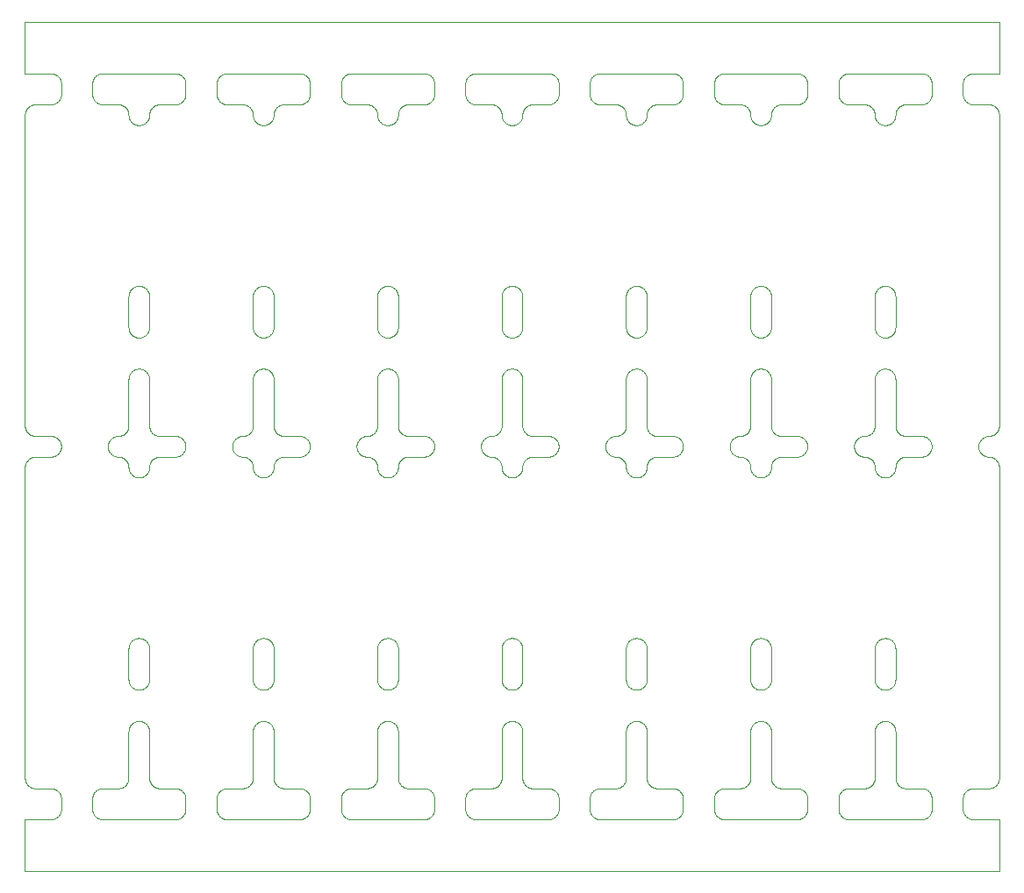
<source format=gbr>
%TF.GenerationSoftware,KiCad,Pcbnew,8.0.2*%
%TF.CreationDate,2024-06-26T22:28:10+07:00*%
%TF.ProjectId,Diode_M7_Panel,44696f64-655f-44d3-975f-50616e656c2e,rev?*%
%TF.SameCoordinates,Original*%
%TF.FileFunction,Profile,NP*%
%FSLAX46Y46*%
G04 Gerber Fmt 4.6, Leading zero omitted, Abs format (unit mm)*
G04 Created by KiCad (PCBNEW 8.0.2) date 2024-06-26 22:28:10*
%MOMM*%
%LPD*%
G01*
G04 APERTURE LIST*
%TA.AperFunction,Profile*%
%ADD10C,0.100000*%
%TD*%
G04 APERTURE END LIST*
D10*
X12934614Y-42002922D02*
X12908523Y-42004975D01*
X69465499Y-42115738D02*
X69442179Y-42103857D01*
X36861140Y-39990568D02*
X36886265Y-39993768D01*
X47773028Y-64134912D02*
X47740968Y-64172077D01*
X87500012Y-75000503D02*
X87500012Y-76001525D01*
X81346031Y-42062549D02*
X81321359Y-42053812D01*
X35761357Y-43647968D02*
X35728378Y-43684809D01*
X69986237Y-73164400D02*
X69990071Y-73139363D01*
X81981769Y-39189332D02*
X81986237Y-39164400D01*
X47966310Y-43257046D02*
X47952404Y-43304496D01*
X36653977Y-8062572D02*
X36629543Y-8071951D01*
X36004453Y-8909023D02*
X36002399Y-8935114D01*
X33750274Y-73661287D02*
X33766772Y-73642068D01*
X47831484Y-59944941D02*
X47857743Y-59986408D01*
X70950935Y-67501723D02*
X71000002Y-67500518D01*
X34010827Y-34353786D02*
X34019218Y-34305426D01*
X72728633Y-42038315D02*
X72703539Y-42045749D01*
X21933059Y-39359576D02*
X21941856Y-39335824D01*
X9678634Y-8266364D02*
X9659184Y-8248852D01*
X44791531Y-41978350D02*
X44743445Y-41966804D01*
X9816443Y-42423501D02*
X9801059Y-42402327D01*
X21867928Y-73496729D02*
X21880220Y-73474583D01*
X84993668Y-40000339D02*
X85006333Y-40000500D01*
X15171571Y-5259048D02*
X15207119Y-5292892D01*
X22082377Y-43397045D02*
X22063854Y-43351200D01*
X30500012Y-5999999D02*
X30501217Y-5950931D01*
X70096018Y-63928073D02*
X70076128Y-63883202D01*
X15171573Y-41741470D02*
X15134407Y-41773529D01*
X10901985Y-33505334D02*
X10950935Y-33501723D01*
X78576133Y-7383189D02*
X78558468Y-7337395D01*
X33533483Y-8154988D02*
X33511166Y-8141313D01*
X35857746Y-30014621D02*
X35831487Y-30056088D01*
X12557831Y-8103879D02*
X12534511Y-8115761D01*
X93798282Y-39602408D02*
X93813274Y-39581991D01*
X58404304Y-33697310D02*
X58444433Y-33669048D01*
X18759062Y-74328959D02*
X18792906Y-74293412D01*
X60664685Y-73942349D02*
X60688652Y-73950541D01*
X82227000Y-59866118D02*
X82259059Y-59828952D01*
X59989193Y-29647249D02*
X59980802Y-29695609D01*
X58168537Y-30056088D02*
X58142278Y-30014621D01*
X87423892Y-5617315D02*
X87441556Y-5663109D01*
X93143457Y-42011102D02*
X93117507Y-42007686D01*
X71290302Y-30457459D02*
X71242998Y-30470550D01*
X36712819Y-39958124D02*
X36737170Y-39965091D01*
X60688652Y-39950541D02*
X60712819Y-39958124D01*
X47671576Y-64241469D02*
X47634411Y-64273529D01*
X47555591Y-67669048D02*
X47595720Y-67697310D01*
X23353Y-73214137D02*
X29078Y-73238810D01*
X72049975Y-39311849D02*
X72058167Y-39335815D01*
X24214893Y-8381578D02*
X24198960Y-8402342D01*
X3055584Y-7831989D02*
X3014117Y-7858248D01*
X15498807Y-76050593D02*
X15495197Y-76099543D01*
X83471414Y-30382440D02*
X83427572Y-30404508D01*
X33641562Y-73767281D02*
X33660781Y-73750782D01*
X45716126Y-8302887D02*
X45697620Y-8284380D01*
X7353283Y-74011343D02*
X7401997Y-74005335D01*
X56008551Y-40876973D02*
X56015872Y-40828066D01*
X23538534Y-9842233D02*
X23496225Y-9867823D01*
X33997625Y-42935113D02*
X33995571Y-42909020D01*
X58804919Y-59519727D02*
X58853279Y-59511335D01*
X78504827Y-7098522D02*
X78501217Y-7049573D01*
X27207119Y-5292892D02*
X27240963Y-5328440D01*
X8315942Y-40271921D02*
X8352799Y-40238950D01*
X69750274Y-39661287D02*
X69766772Y-39642068D01*
X10637577Y-9931631D02*
X10591950Y-9912576D01*
X23980806Y-34305426D02*
X23989197Y-34353786D01*
X84081452Y-42605865D02*
X84071436Y-42630045D01*
X79353281Y-76990701D02*
X79304921Y-76982310D01*
X46096014Y-34072962D02*
X46118082Y-34029120D01*
X59980806Y-34305426D02*
X59989197Y-34353786D01*
X93841681Y-39540053D02*
X93855079Y-39518557D01*
X59634411Y-64273529D02*
X59595717Y-64303726D01*
X45370465Y-8071928D02*
X45346031Y-8062549D01*
X69733294Y-73680082D02*
X69750274Y-73661287D01*
X83998055Y-43062134D02*
X83993745Y-43111392D01*
X82058459Y-68163627D02*
X82076124Y-68117834D01*
X47993745Y-43111392D02*
X47987006Y-43160376D01*
X71998816Y-68451449D02*
X72000021Y-68500516D01*
X39495197Y-40902486D02*
X39498807Y-40951436D01*
X81798282Y-39602408D02*
X81813274Y-39581991D01*
X83857746Y-30014621D02*
X83831487Y-30056088D01*
X9065386Y-42002897D02*
X9039250Y-42001527D01*
X21442179Y-42103857D02*
X21418556Y-42092589D01*
X58404310Y-59697304D02*
X58444439Y-59669042D01*
X22006279Y-43111392D02*
X22001969Y-43062134D01*
X46076128Y-63883202D02*
X46058463Y-63837408D01*
X15470043Y-76244505D02*
X15456952Y-76291810D01*
X78759061Y-5328440D02*
X78792905Y-5292892D01*
X23956961Y-34210232D02*
X23970052Y-34257537D01*
X87207119Y-76708632D02*
X87171571Y-76742476D01*
X70444439Y-59669042D02*
X70485907Y-59642783D01*
X70259056Y-64172077D02*
X70226996Y-64134912D01*
X24548381Y-73892438D02*
X24571121Y-73903593D01*
X82000007Y-63500518D02*
X82000010Y-60500510D01*
X11773031Y-33866124D02*
X11803228Y-33904818D01*
X63441556Y-41337410D02*
X63423892Y-41383203D01*
X42393Y-39287681D02*
X49975Y-39311849D01*
X35993745Y-43111392D02*
X35987006Y-43160376D01*
X86646743Y-76990701D02*
X86598030Y-76996709D01*
X63207120Y-74293398D02*
X63240964Y-74328946D01*
X11989193Y-63647249D02*
X11980802Y-63695609D01*
X79401994Y-5004815D02*
X79450943Y-5001204D01*
X87357741Y-5485896D02*
X87381933Y-5528602D01*
X35098039Y-33505334D02*
X35146752Y-33511342D01*
X9311355Y-73950565D02*
X9335322Y-73942372D01*
X59382705Y-67576639D02*
X59427576Y-67596529D01*
X23966310Y-43257046D02*
X23952404Y-43304496D01*
X70178370Y-43569625D02*
X70151199Y-43528314D01*
X34663117Y-30442062D02*
X34617323Y-30424398D01*
X12283891Y-42302904D02*
X12265875Y-42321889D01*
X83881935Y-60029114D02*
X83904003Y-60072956D01*
X21946704Y-42679141D02*
X21937966Y-42654469D01*
X90642284Y-74486416D02*
X90668543Y-74444948D01*
X71803228Y-67904818D02*
X71831490Y-67944947D01*
X23382698Y-25576632D02*
X23427570Y-25596523D01*
X54696804Y-76597224D02*
X54668542Y-76557095D01*
X6519227Y-76196616D02*
X6510835Y-76148256D01*
X72481959Y-39855570D02*
X72503785Y-39868419D01*
X35923893Y-26117827D02*
X35941558Y-26163621D01*
X92052187Y-40684346D02*
X92068977Y-40637831D01*
X34328448Y-30241469D02*
X34292900Y-30207625D01*
X71989193Y-29647249D02*
X71980802Y-29695609D01*
X57896656Y-42558322D02*
X57884774Y-42535003D01*
X15381934Y-74529108D02*
X15404002Y-74572949D01*
X81394646Y-8081944D02*
X81370465Y-8071928D01*
X23634407Y-59727501D02*
X23671573Y-59759560D01*
X84004453Y-8909023D02*
X84002399Y-8935114D01*
X81999853Y-8993950D02*
X81998996Y-8961249D01*
X83408074Y-9912576D02*
X83362447Y-9931631D01*
X6596023Y-74572963D02*
X6618091Y-74529122D01*
X21831268Y-8445070D02*
X21816443Y-8423501D01*
X60886265Y-39993768D02*
X60911464Y-39996331D01*
X9271372Y-8038291D02*
X9246092Y-8031518D01*
X69715843Y-39698440D02*
X69733294Y-39680082D01*
X58827798Y-9984681D02*
X58779316Y-9974964D01*
X9999038Y-73038485D02*
X9999839Y-73006825D01*
X57997625Y-42935113D02*
X57995571Y-42909020D01*
X10731375Y-43962863D02*
X10684090Y-43948407D01*
X84466530Y-42155009D02*
X84444580Y-42169263D01*
X42727001Y-76635918D02*
X42696804Y-76597224D01*
X3480797Y-76196616D02*
X3470043Y-76244505D01*
X96921Y-73429380D02*
X108075Y-73452121D01*
X30501217Y-5950931D02*
X30504827Y-5901981D01*
X55257031Y-76971556D02*
X55209727Y-76958465D01*
X27207120Y-40293398D02*
X27240964Y-40328946D01*
X57872285Y-8512002D02*
X57859198Y-8489336D01*
X20001191Y-41025028D02*
X20001201Y-40975575D01*
X59923896Y-63883202D02*
X59904006Y-63928073D01*
X37797Y-42729134D02*
X31023Y-42754414D01*
X11803228Y-67904818D02*
X11831490Y-67944947D01*
X51303220Y-41596219D02*
X51273024Y-41634912D01*
X57346031Y-8062549D02*
X57321359Y-8053812D01*
X21801059Y-8402327D02*
X21785125Y-8381563D01*
X35098039Y-67505334D02*
X35146752Y-67511342D01*
X46019225Y-26305420D02*
X46029979Y-26257530D01*
X87456953Y-74710219D02*
X87470043Y-74757524D01*
X36557831Y-8103879D02*
X36534511Y-8115761D01*
X23146752Y-67511342D02*
X23195112Y-67519733D01*
X11172226Y-43984681D02*
X11123324Y-43991990D01*
X54642283Y-5485896D02*
X54668542Y-5444429D01*
X59998812Y-63549586D02*
X59995201Y-63598536D01*
X33451629Y-39892460D02*
X33474080Y-39880733D01*
X36571121Y-39903593D02*
X36594136Y-39914167D01*
X9986237Y-39164400D02*
X9990071Y-39139363D01*
X19304921Y-76982310D02*
X19257031Y-76971556D01*
X46076131Y-26117827D02*
X46096021Y-26072956D01*
X22503799Y-43867823D02*
X22461490Y-43842233D01*
X6985909Y-76859253D02*
X6944441Y-76832994D01*
X82013018Y-43160376D02*
X82006279Y-43111392D01*
X87489189Y-74853773D02*
X87495197Y-74902486D01*
X46196802Y-25904812D02*
X46227000Y-25866118D01*
X82196796Y-33904818D02*
X82226993Y-33866124D01*
X57335322Y-73942372D02*
X57359075Y-73933575D01*
X69798282Y-39602408D02*
X69813274Y-39581991D01*
X54904314Y-7803713D02*
X54865620Y-7773516D01*
X91401994Y-76996709D02*
X91353281Y-76990701D01*
X81359075Y-73933575D02*
X81382597Y-73924179D01*
X82827798Y-9984681D02*
X82779316Y-9974964D01*
X46226996Y-64134912D02*
X46196799Y-64096218D01*
X57418556Y-42092589D02*
X57394646Y-42081944D01*
X35195112Y-67519733D02*
X35243002Y-67530487D01*
X7072456Y-5096010D02*
X7117328Y-5076120D01*
X59904003Y-60072956D02*
X59923893Y-60117827D01*
X70196802Y-59904812D02*
X70227000Y-59866118D01*
X24856546Y-42011127D02*
X24830696Y-42015221D01*
X39456953Y-41290805D02*
X39441556Y-41337410D01*
X84339235Y-39750763D02*
X84358453Y-39767262D01*
X62549081Y-5001204D02*
X62598030Y-5004815D01*
X54576133Y-7383189D02*
X54558468Y-7337395D01*
X82076131Y-60117827D02*
X82096021Y-60072956D01*
X20743852Y-40034112D02*
X20791943Y-40022586D01*
X22328444Y-33759567D02*
X22365610Y-33727507D01*
X49975Y-39311849D02*
X58167Y-39335815D01*
X47993745Y-9111392D02*
X47987006Y-9160376D01*
X21598177Y-8199450D02*
X21577003Y-8184067D01*
X11579526Y-9814584D02*
X11538534Y-9842233D01*
X84035426Y-39263330D02*
X84042393Y-39287681D01*
X84183577Y-8423515D02*
X84168752Y-8445084D01*
X36830696Y-42015221D02*
X36804962Y-42019991D01*
X69716126Y-42302887D02*
X69697620Y-42284380D01*
X46259056Y-64172077D02*
X46226996Y-64134912D01*
X20743445Y-41966804D02*
X20695988Y-41952895D01*
X72006753Y-39114234D02*
X72009952Y-39139359D01*
X63456953Y-40710219D02*
X63470043Y-40757524D01*
X12066963Y-73359568D02*
X12076358Y-73383089D01*
X62695106Y-74019719D02*
X62742995Y-74030474D01*
X48378082Y-39783268D02*
X48398112Y-39798772D01*
X712819Y-39958124D02*
X737170Y-39965091D01*
X70058466Y-60163621D02*
X70076131Y-60117827D01*
X82259059Y-59828952D02*
X82292903Y-59793405D01*
X46365610Y-67727507D02*
X46404304Y-67697310D01*
X57143457Y-42011102D02*
X57117507Y-42007686D01*
X45138863Y-39990593D02*
X45163900Y-39986757D01*
X37006544Y-42000524D02*
X36993458Y-42000696D01*
X19500011Y-77001525D02*
X19450943Y-77000320D01*
X48993668Y-74000339D02*
X49006333Y-74000500D01*
X22876700Y-43991990D02*
X22827798Y-43984681D01*
X75273024Y-74366112D02*
X75303220Y-74404805D01*
X57845522Y-42467020D02*
X57831268Y-42445070D01*
X33465499Y-42115738D02*
X33442179Y-42103857D01*
X10013018Y-9160376D02*
X10006279Y-9111392D01*
X7028615Y-5118078D02*
X7072456Y-5096010D01*
X11896880Y-9441919D02*
X11873921Y-9485710D01*
X87441556Y-76338415D02*
X87423892Y-76384209D01*
X27240963Y-76673084D02*
X27207119Y-76708632D01*
X86598033Y-41995704D02*
X86549084Y-41999315D01*
X9995833Y-73089038D02*
X9997756Y-73063782D01*
X72076358Y-73383089D02*
X72086346Y-73406365D01*
X47195112Y-67519733D02*
X47243002Y-67530487D01*
X66642283Y-76515628D02*
X66618091Y-76472922D01*
X47995201Y-29598536D02*
X47989193Y-29647249D01*
X48096921Y-73429380D02*
X48108075Y-73452121D01*
X46013018Y-43160376D02*
X46006279Y-43111392D01*
X72993458Y-8000696D02*
X72960750Y-8001552D01*
X30510835Y-5853268D02*
X30519227Y-5804908D01*
X86927568Y-5096010D02*
X86971409Y-5118078D01*
X75441556Y-76338415D02*
X75423892Y-76384209D01*
X233246Y-73642052D02*
X249744Y-73661271D01*
X2882698Y-40076625D02*
X2927570Y-40096516D01*
X960750Y-42001552D02*
X934614Y-42002922D01*
X911464Y-39996331D02*
X936719Y-39998254D01*
X27381934Y-40529108D02*
X27404002Y-40572949D01*
X46001969Y-43062134D02*
X46000099Y-43012724D01*
X67500014Y-8000504D02*
X67450946Y-7999300D01*
X69997756Y-73063782D02*
X69999038Y-73038485D01*
X70063854Y-9351200D02*
X70047620Y-9304496D01*
X58380923Y-43784942D02*
X58342861Y-43753380D01*
X33798282Y-39602408D02*
X33813274Y-39581991D01*
X92185858Y-41579927D02*
X92158209Y-41538925D01*
X35803222Y-59904812D02*
X35831484Y-59944941D01*
X22328451Y-25759560D02*
X22365617Y-25727501D01*
X23634411Y-64273529D02*
X23595717Y-64303726D01*
X60653977Y-8062572D02*
X60629543Y-8071951D01*
X34365610Y-67727507D02*
X34404304Y-67697310D01*
X36804962Y-42019991D02*
X36779362Y-42025432D01*
X19450946Y-74001724D02*
X19500014Y-74000520D01*
X23123324Y-9991990D02*
X23074120Y-9996872D01*
X23803228Y-67904818D02*
X23831490Y-67944947D01*
X63273024Y-40366112D02*
X63303220Y-40404805D01*
X39171573Y-7741470D02*
X39134407Y-7773529D01*
X33975111Y-42779858D02*
X33969000Y-42754408D01*
X91353281Y-76990701D02*
X91304921Y-76982310D01*
X48460463Y-73842171D02*
X48481959Y-73855570D01*
X81976670Y-39214142D02*
X81981769Y-39189332D01*
X14695106Y-74019719D02*
X14742995Y-74030474D01*
X35555585Y-25669042D02*
X35595714Y-25697304D01*
X22380923Y-43784942D02*
X22342861Y-43753380D01*
X3014117Y-7858248D02*
X2971411Y-7882440D01*
X15240964Y-74328946D02*
X15273024Y-74366112D01*
X69907925Y-42581946D02*
X69896656Y-42558322D01*
X93271372Y-42038291D02*
X93246092Y-42031518D01*
X60962015Y-39999537D02*
X60993668Y-40000339D01*
X72168752Y-42445084D02*
X72154498Y-42467034D01*
X71268649Y-43962863D02*
X71220708Y-43974964D01*
X79401997Y-74005335D02*
X79450946Y-74001724D01*
X70485900Y-33642789D02*
X70528606Y-33618597D01*
X6727001Y-76635918D02*
X6696804Y-76597224D01*
X33488501Y-8128227D02*
X33465499Y-8115738D01*
X70292903Y-59793405D02*
X70328451Y-59759560D01*
X27134407Y-74227495D02*
X27171573Y-74259554D01*
X22207550Y-9609542D02*
X22178370Y-9569625D01*
X36066963Y-73359568D02*
X36076358Y-73383089D01*
X23904006Y-63928073D02*
X23881938Y-63971915D01*
X36378082Y-39783268D02*
X36398112Y-39798772D01*
X82709725Y-59543572D02*
X82757029Y-59530481D01*
X90543072Y-74710234D02*
X90558468Y-74663629D01*
X84042393Y-39287681D02*
X84049975Y-39311849D01*
X93428889Y-39903615D02*
X93451629Y-39892460D01*
X34019225Y-60305420D02*
X34029979Y-60257530D01*
X80603427Y-41918130D02*
X80558548Y-41897358D01*
X24140822Y-42489349D02*
X24127736Y-42512014D01*
X47595717Y-64303726D02*
X47555588Y-64331988D01*
X72339235Y-73750763D02*
X72358453Y-73767262D01*
X59315934Y-9948407D02*
X59268649Y-9962863D01*
X10058463Y-63837408D02*
X10043067Y-63790803D01*
X36140822Y-8489349D02*
X36127736Y-8512014D01*
X115247Y-8535014D02*
X103365Y-8558334D01*
X18792906Y-7707612D02*
X18759062Y-7672065D01*
X33163900Y-73986757D02*
X33188831Y-73982289D01*
X92186102Y-40420754D02*
X92215760Y-40381182D01*
X58444439Y-59669042D02*
X58485907Y-59642783D01*
X21382597Y-73924179D02*
X21405873Y-73914190D01*
X24154498Y-8467034D02*
X24140822Y-8489349D01*
X34804919Y-25519727D02*
X34853279Y-25511335D01*
X78727001Y-76635918D02*
X78696804Y-76597224D01*
X83595714Y-59697304D02*
X83634407Y-59727501D01*
X11074120Y-43996872D02*
X11024735Y-43999316D01*
X32938805Y-40002442D02*
X32988223Y-40000593D01*
X51134406Y-76774535D02*
X51095712Y-76804732D01*
X72882494Y-42007711D02*
X72856546Y-42011127D01*
X3423892Y-7383203D02*
X3404002Y-7428075D01*
X11952404Y-9304496D02*
X11936170Y-9351200D01*
X62598033Y-7995704D02*
X62549084Y-7999315D01*
X42618091Y-5528602D02*
X42642283Y-5485896D01*
X47881942Y-34029120D02*
X47904010Y-34072962D01*
X6519227Y-5804908D02*
X6529981Y-5757019D01*
X21954792Y-8704032D02*
X21946704Y-8679141D01*
X36002399Y-8935114D02*
X36001028Y-8961250D01*
X53319Y-42679149D02*
X45231Y-42704040D01*
X15489189Y-41147251D02*
X15480797Y-41195611D01*
X7072456Y-76905514D02*
X7028615Y-76883446D01*
X34010831Y-63647249D02*
X34004823Y-63598536D01*
X21827743Y-39561202D02*
X21841681Y-39540053D01*
X24284174Y-39698423D02*
X24302083Y-39716333D01*
X82001969Y-43062134D02*
X82000099Y-43012724D01*
X93785125Y-8381563D02*
X93768654Y-8361223D01*
X71707121Y-59793405D02*
X71740965Y-59828952D01*
X93987752Y-4999999D02*
X93999729Y-4999705D01*
X62742993Y-5029968D02*
X62790297Y-5043059D01*
X58328448Y-64241469D02*
X58292900Y-64207625D01*
X83049083Y-25501717D02*
X83098032Y-25505327D01*
X3456953Y-7290805D02*
X3441556Y-7337410D01*
X58444439Y-25669042D02*
X58485907Y-25642783D01*
X47671573Y-25759560D02*
X47707121Y-25793405D01*
X69560698Y-73828254D02*
X69581487Y-73813784D01*
X59195108Y-64481304D02*
X59146748Y-64489695D01*
X60728633Y-8038315D02*
X60703539Y-8045749D01*
X75500012Y-5999999D02*
X75500012Y-7000521D01*
X79450946Y-74001724D02*
X79500014Y-74000520D01*
X57986237Y-39164400D02*
X57990071Y-39139363D01*
X27423892Y-74617821D02*
X27441556Y-74663614D01*
X35049083Y-25501717D02*
X35098032Y-25505327D01*
X11923896Y-29883202D02*
X11904006Y-29928073D01*
X358453Y-73767262D02*
X378082Y-73783268D01*
X46142281Y-25986408D02*
X46168540Y-25944941D01*
X74971411Y-74118584D02*
X75014117Y-74142776D01*
X9474080Y-73880733D02*
X9496226Y-73868440D01*
X70029979Y-26257530D02*
X70043070Y-26210226D01*
X46000099Y-9012724D02*
X45999853Y-8993950D01*
X7117328Y-5076120D02*
X7163121Y-5058455D01*
X59336907Y-64442062D02*
X59290302Y-64457459D01*
X10617319Y-67576639D02*
X10663113Y-67558974D01*
X42792905Y-76708632D02*
X42759061Y-76673084D01*
X74500016Y-40000504D02*
X74549084Y-40001709D01*
X15498807Y-40951436D02*
X15500012Y-41000503D01*
X32158437Y-40461744D02*
X32186102Y-40420754D01*
X38695103Y-76982310D02*
X38646743Y-76990701D01*
X69962226Y-42729127D02*
X69954792Y-42704032D01*
X82950935Y-33501723D02*
X83000002Y-33500518D01*
X86927570Y-40096516D02*
X86971411Y-40118584D01*
X90865618Y-76774535D02*
X90828453Y-76742476D01*
X12071436Y-8630045D02*
X12062056Y-8654478D01*
X44008551Y-40876973D02*
X44015872Y-40828066D01*
X12103365Y-42558334D02*
X12092097Y-42581956D01*
X72594136Y-73914167D02*
X72617412Y-73924156D01*
X68008499Y-41123632D02*
X68003625Y-41074420D01*
X11195108Y-64481304D02*
X11146748Y-64489695D01*
X12761690Y-73971440D02*
X12786362Y-73977166D01*
X12753913Y-42031542D02*
X12728633Y-42038315D01*
X9976670Y-73214142D02*
X9981769Y-73189332D01*
X39240964Y-40328946D02*
X39273024Y-40366112D01*
X57271372Y-8038291D02*
X57246092Y-8031518D01*
X34000000Y-72994172D02*
X34000003Y-68500516D01*
X62549084Y-74001709D02*
X62598033Y-74005320D01*
X33188831Y-39982289D02*
X33213642Y-39977190D01*
X23989193Y-29647249D02*
X23980802Y-29695609D01*
X57641562Y-73767281D02*
X57660781Y-73750782D01*
X82663120Y-59558968D02*
X82709725Y-59543572D01*
X87055583Y-5168530D02*
X87095712Y-5196792D01*
X81063281Y-73998279D02*
X81088537Y-73996356D01*
X83857743Y-59986408D02*
X83881935Y-60029114D01*
X78596023Y-76429080D02*
X78576132Y-76384209D01*
X70779316Y-9974964D02*
X70731375Y-9962863D01*
X27303220Y-76597224D02*
X27273023Y-76635918D01*
X11000015Y-25500512D02*
X11049083Y-25501717D01*
X92315942Y-40271921D02*
X92352799Y-40238950D01*
X75489189Y-5853268D02*
X75495197Y-5901981D01*
X10404307Y-64303726D02*
X10365613Y-64273529D01*
X79257031Y-5029968D02*
X79304921Y-5019214D01*
X82259059Y-25828952D02*
X82292903Y-25793405D01*
X934614Y-42002922D02*
X908523Y-42004975D01*
X87404002Y-40572949D02*
X87423892Y-40617821D01*
X69999038Y-39038485D02*
X69999839Y-39006825D01*
X33918570Y-8605855D02*
X33907925Y-8581946D01*
X83956957Y-29790803D02*
X83941561Y-29837408D01*
X69941856Y-73335824D02*
X69950048Y-73311856D01*
X59857746Y-64014621D02*
X59831487Y-64056088D01*
X12154498Y-8467034D02*
X12140822Y-8489349D01*
X81679575Y-39733802D02*
X81697933Y-39716351D01*
X81163900Y-73986757D02*
X81188831Y-73982289D01*
X59146752Y-33511342D02*
X59195112Y-33519733D01*
X15207120Y-41707626D02*
X15171573Y-41741470D01*
X35514117Y-59642783D02*
X35555585Y-59669042D01*
X34901989Y-64495703D02*
X34853276Y-64489695D01*
X34168540Y-59944941D02*
X34196802Y-59904812D01*
X47904003Y-26072956D02*
X47923893Y-26117827D01*
X11980799Y-60305420D02*
X11989190Y-60353780D01*
X55500014Y-8000504D02*
X55450946Y-7999300D01*
X24605363Y-42081967D02*
X24581454Y-42092612D01*
X92558927Y-40103480D02*
X92603814Y-40082727D01*
X82485900Y-33642789D02*
X82528606Y-33618597D01*
X84911464Y-73996331D02*
X84936719Y-73998254D01*
X59382698Y-25576632D02*
X59427570Y-25596523D01*
X22365613Y-64273529D02*
X22328448Y-64241469D01*
X75207119Y-5292892D02*
X75240963Y-5328440D01*
X87303220Y-76597224D02*
X87273023Y-76635918D01*
X9697619Y-8284380D02*
X9678634Y-8266364D01*
X58178370Y-43569625D02*
X58151199Y-43528314D01*
X15240963Y-5328440D02*
X15273023Y-5365606D01*
X59671573Y-59759560D02*
X59707121Y-59793405D01*
X33679575Y-39733802D02*
X33697933Y-39716351D01*
X26836903Y-76943069D02*
X26790297Y-76958465D01*
X7209727Y-5043059D02*
X7257031Y-5029968D01*
X48557831Y-42103879D02*
X48534511Y-42115761D01*
X14500013Y-77001525D02*
X7500011Y-77001525D01*
X34853276Y-64489695D02*
X34804916Y-64481304D01*
X93716126Y-8302887D02*
X93697620Y-8284380D01*
X18543072Y-5709714D02*
X18558468Y-5663109D01*
X63480797Y-7195611D02*
X63470043Y-7243500D01*
X35242995Y-25530481D02*
X35290299Y-25543572D01*
X34663120Y-59558968D02*
X34709725Y-59543572D01*
X34006279Y-43111392D02*
X34001969Y-43062134D01*
X3381934Y-7471916D02*
X3357741Y-7514622D01*
X44993665Y-74000524D02*
X45006332Y-74000364D01*
X12058167Y-39335815D02*
X12066963Y-39359568D01*
X86549081Y-77000320D02*
X86500013Y-77001525D01*
X84009952Y-39139359D02*
X84013787Y-39164396D01*
X93679575Y-39733802D02*
X93697933Y-39716351D01*
X81975111Y-8779858D02*
X81969000Y-8754408D01*
X23427572Y-30404508D02*
X23382701Y-30424398D01*
X73006333Y-40000500D02*
X74500016Y-40000504D01*
X23956954Y-26210226D02*
X23970045Y-26257530D01*
X83773031Y-33866124D02*
X83803228Y-33904818D01*
X82001214Y-60451443D02*
X82004825Y-60402493D01*
X10226993Y-33866124D02*
X10259052Y-33828959D01*
X42759061Y-5328440D02*
X42792905Y-5292892D01*
X58004823Y-63598536D02*
X58001212Y-63549586D01*
X38500016Y-42000520D02*
X37006544Y-42000524D01*
X71956961Y-34210232D02*
X71970052Y-34257537D01*
X23987006Y-9160376D02*
X23977853Y-9208967D01*
X47831487Y-64056088D02*
X47803225Y-64096218D01*
X58001969Y-9062134D02*
X58000099Y-9012724D01*
X87480797Y-7195611D02*
X87470043Y-7243500D01*
X50695103Y-76982310D02*
X50646743Y-76990701D01*
X33037985Y-39999562D02*
X33063281Y-39998279D01*
X72000024Y-38994172D02*
X72000185Y-39006825D01*
X36045231Y-8704040D02*
X36037797Y-8729134D01*
X70142278Y-30014621D02*
X70118086Y-29971915D01*
X24037797Y-42729134D02*
X24031023Y-42754414D01*
X12002268Y-73063780D02*
X12004191Y-73089035D01*
X45238315Y-39971464D02*
X45262836Y-39965115D01*
X66618091Y-7471902D02*
X66596023Y-7428061D01*
X92988223Y-40000593D02*
X93006332Y-40000364D01*
X12908523Y-8004975D02*
X12882494Y-8007711D01*
X83595717Y-30303726D02*
X83555588Y-30331988D01*
X21813274Y-73581991D02*
X21827743Y-73561202D01*
X7401997Y-7995689D02*
X7353283Y-7989681D01*
X18504827Y-7098522D02*
X18501217Y-7049573D01*
X75331482Y-74444934D02*
X75357741Y-74486402D01*
X22853279Y-25511335D02*
X22901992Y-25505327D01*
X58096014Y-34072962D02*
X58118082Y-34029120D01*
X21678634Y-8266364D02*
X21659184Y-8248852D01*
X63095712Y-5196792D02*
X63134406Y-5226989D01*
X93405873Y-39914190D02*
X93428889Y-39903615D01*
X14701Y-42831197D02*
X10606Y-42857046D01*
X59619101Y-43784942D02*
X59579526Y-43814584D01*
X84115247Y-42535014D02*
X84103365Y-42558334D01*
X24678648Y-42053836D02*
X24653977Y-42062572D01*
X23773031Y-33866124D02*
X23803228Y-33904818D01*
X58167Y-39335815D02*
X66963Y-39359568D01*
X70259052Y-67828959D02*
X70292896Y-67793411D01*
X75134406Y-76774535D02*
X75095712Y-76804732D01*
X20247061Y-41657582D02*
X20215499Y-41619511D01*
X47290302Y-64457459D02*
X47242998Y-64470550D01*
X35671580Y-33759567D02*
X35707128Y-33793411D01*
X57138863Y-39990593D02*
X57163900Y-39986757D01*
X22901989Y-64495703D02*
X22853276Y-64489695D01*
X46096021Y-60072956D02*
X46118089Y-60029114D01*
X70901992Y-59505327D02*
X70950941Y-59501717D01*
X63456953Y-74710219D02*
X63470043Y-74757524D01*
X3441556Y-74663614D02*
X3456953Y-74710219D01*
X44037603Y-41268984D02*
X44025508Y-41221033D01*
X69813274Y-39581991D02*
X69827743Y-39561202D01*
X72786362Y-73977166D02*
X72811173Y-73982264D01*
X48007189Y-8882994D02*
X48004453Y-8909023D01*
X19028617Y-7882427D02*
X18985911Y-7858234D01*
X20008499Y-41123632D02*
X20003625Y-41074420D01*
X12092097Y-42581956D02*
X12081452Y-42605865D01*
X26836905Y-41942063D02*
X26790300Y-41957459D01*
X36629543Y-42071951D02*
X36605363Y-42081967D01*
X93163900Y-39986757D02*
X93188831Y-39982289D01*
X70420498Y-9814584D02*
X70380923Y-9784942D01*
X84811173Y-73982264D02*
X84836103Y-73986733D01*
X42944441Y-76832994D02*
X42904312Y-76804732D01*
X11773024Y-59866118D02*
X11803222Y-59904812D01*
X34103144Y-9441919D02*
X34082377Y-9397045D01*
X83761357Y-43647968D02*
X83728378Y-43684809D01*
X90576132Y-76384209D02*
X90558468Y-76338415D01*
X59408074Y-9912576D02*
X59362447Y-9931631D01*
X47857743Y-25986408D02*
X47881935Y-26029114D01*
X34047620Y-9304496D02*
X34033714Y-9257046D01*
X81418556Y-8092589D02*
X81394646Y-8081944D01*
X9995571Y-42909020D02*
X9992835Y-42882992D01*
X62742995Y-40030474D02*
X62790300Y-40043565D01*
X35000006Y-30500518D02*
X34950939Y-30499314D01*
X83657163Y-43753380D02*
X83619101Y-43784942D01*
X58076131Y-60117827D02*
X58096021Y-60072956D01*
X82528606Y-67618597D02*
X82572448Y-67596529D01*
X39134407Y-40227495D02*
X39171573Y-40259554D01*
X44649673Y-40064219D02*
X44696390Y-40048001D01*
X47707124Y-30207625D02*
X47671576Y-30241469D01*
X294Y-77001820D02*
X0Y-77013797D01*
X31304921Y-5019214D02*
X31353281Y-5010823D01*
X80037716Y-40731634D02*
X80052187Y-40684346D01*
X10168540Y-59944941D02*
X10196802Y-59904812D01*
X78904314Y-74197311D02*
X78944443Y-74169049D01*
X81063281Y-39998279D02*
X81088537Y-39996356D01*
X10118086Y-63971915D02*
X10096018Y-63928073D01*
X12423011Y-42184087D02*
X12401837Y-42199471D01*
X94000000Y-72994172D02*
X94000024Y-43007051D01*
X48886265Y-39993768D02*
X48911464Y-39996331D01*
X92068824Y-41362800D02*
X92052053Y-41316278D01*
X57831268Y-42445070D02*
X57816443Y-42423501D01*
X70271646Y-9684809D02*
X70238667Y-9647968D01*
X84042393Y-73287681D02*
X84049975Y-73311849D01*
X57246092Y-8031518D02*
X57220642Y-8025408D01*
X70001208Y-68451449D02*
X70004819Y-68402499D01*
X59619101Y-9784942D02*
X59579526Y-9814584D01*
X57766772Y-73642068D02*
X57782778Y-73622437D01*
X18668543Y-7556076D02*
X18642284Y-7514608D01*
X23707128Y-33793411D02*
X23740972Y-33828959D01*
X33962226Y-8729127D02*
X33954792Y-8704032D01*
X56743852Y-40034112D02*
X56791943Y-40022586D01*
X23857743Y-25986408D02*
X23881935Y-26029114D01*
X26790297Y-76958465D02*
X26742993Y-76971556D01*
X15489189Y-5853268D02*
X15495197Y-5901981D01*
X50646746Y-41989696D02*
X50598033Y-41995704D01*
X47999925Y-43012724D02*
X47998055Y-43062134D01*
X83098039Y-67505334D02*
X83146752Y-67511342D01*
X11999925Y-43012724D02*
X11998055Y-43062134D01*
X38598033Y-40005320D02*
X38646746Y-40011328D01*
X35595717Y-64303726D02*
X35555588Y-64331988D01*
X63134407Y-40227495D02*
X63171573Y-40259554D01*
X48629543Y-42071951D02*
X48605363Y-42081967D01*
X50971411Y-40118584D02*
X51014117Y-40142776D01*
X10168534Y-33944947D02*
X10196796Y-33904818D01*
X47977853Y-9208967D02*
X47966310Y-9257046D01*
X36249744Y-73661271D02*
X36266723Y-73680064D01*
X18904314Y-74197311D02*
X18944443Y-74169049D01*
X21581487Y-39813784D02*
X21601903Y-39798792D01*
X8185858Y-41579927D02*
X8158209Y-41538925D01*
X57321359Y-42053812D02*
X57296468Y-42045725D01*
X71993745Y-43111392D02*
X71987006Y-43160376D01*
X91028617Y-74118597D02*
X91072458Y-74096529D01*
X71740965Y-25828952D02*
X71773024Y-25866118D01*
X81296468Y-8045725D02*
X81271372Y-8038291D01*
X18668542Y-76557095D02*
X18642283Y-76515628D01*
X92352478Y-41761801D02*
X92315635Y-41728814D01*
X70444433Y-67669048D02*
X70485900Y-67642789D01*
X11427576Y-33596529D02*
X11471418Y-33618597D01*
X34547322Y-43891289D02*
X34503799Y-43867823D01*
X83998055Y-9062134D02*
X83993745Y-9111392D01*
X93995571Y-42909020D02*
X93992835Y-42882992D01*
X24035426Y-73263330D02*
X24042393Y-73287681D01*
X23555591Y-67669048D02*
X23595720Y-67697310D01*
X15014117Y-7858248D02*
X14971411Y-7882440D01*
X27495197Y-5901981D02*
X27498807Y-5950931D01*
X47146745Y-59511335D02*
X47195105Y-59519727D01*
X34365617Y-59727501D02*
X34404310Y-59697304D01*
X21750274Y-73661287D02*
X21766772Y-73642068D01*
X38836903Y-76943069D02*
X38790297Y-76958465D01*
X11740968Y-64172077D02*
X11707124Y-64207625D01*
X9907925Y-8581946D02*
X9896656Y-8558322D01*
X22178370Y-9569625D02*
X22151199Y-9528314D01*
X70259059Y-25828952D02*
X70292903Y-25793405D01*
X36214893Y-42381578D02*
X36198960Y-42402342D01*
X32003657Y-40926183D02*
X32008551Y-40876973D01*
X84378082Y-73783268D02*
X84398112Y-73798772D01*
X71941565Y-34163627D02*
X71956961Y-34210232D01*
X69954792Y-8704032D02*
X69946704Y-8679141D01*
X93346031Y-42062549D02*
X93321359Y-42053812D01*
X70058463Y-29837408D02*
X70043067Y-29790803D01*
X45891947Y-39452132D02*
X45903101Y-39429391D01*
X35514124Y-67642789D02*
X35555591Y-67669048D01*
X360733Y-8231873D02*
X340832Y-8248870D01*
X34461490Y-43842233D02*
X34420498Y-43814584D01*
X70328451Y-59759560D02*
X70365617Y-59727501D01*
X83336911Y-33558974D02*
X83382705Y-33576639D01*
X47242998Y-64470550D02*
X47195108Y-64481304D01*
X35146745Y-25511335D02*
X35195105Y-25519727D01*
X44280467Y-41694046D02*
X44247061Y-41657582D01*
X68068824Y-41362800D02*
X68052053Y-41316278D01*
X36283891Y-8302904D02*
X36265875Y-8321889D01*
X57697933Y-73716351D02*
X57715843Y-73698440D01*
X9999853Y-42993950D02*
X9998996Y-42961249D01*
X9188831Y-39982289D02*
X9213642Y-39977190D01*
X962015Y-39999537D02*
X993668Y-40000339D01*
X57006332Y-74000364D02*
X57037985Y-73999562D01*
X10142281Y-59986408D02*
X10168540Y-59944941D01*
X70118086Y-29971915D02*
X70096018Y-29928073D01*
X11290302Y-30457459D02*
X11242998Y-30470550D01*
X83074120Y-9996872D02*
X83024735Y-9999316D01*
X69816443Y-42423501D02*
X69801059Y-42402327D01*
X71242995Y-25530481D02*
X71290299Y-25543572D01*
X12339235Y-73750763D02*
X12358453Y-73767262D01*
X90501217Y-7049573D02*
X90500012Y-7000505D01*
X59634414Y-67727507D02*
X59671580Y-67759567D01*
X11873921Y-9485710D02*
X11848825Y-9528314D01*
X62742993Y-76971556D02*
X62695103Y-76982310D01*
X48960750Y-8001552D02*
X48934614Y-8002922D01*
X12321382Y-8266383D02*
X12302397Y-8284398D01*
X3381934Y-74529108D02*
X3404002Y-74572949D01*
X34001969Y-9062134D02*
X34000099Y-9012724D01*
X13006333Y-40000500D02*
X14500016Y-40000504D01*
X62927570Y-40096516D02*
X62971411Y-40118584D01*
X9831268Y-42445070D02*
X9816443Y-42423501D01*
X34827798Y-9984681D02*
X34779316Y-9974964D01*
X60398112Y-73798772D02*
X60418526Y-73813764D01*
X63171573Y-41741470D02*
X63134407Y-41773529D01*
X45621932Y-39783288D02*
X45641562Y-39767281D01*
X46528613Y-25618590D02*
X46572454Y-25596523D01*
X36108075Y-39452121D02*
X36119801Y-39474570D01*
X3500012Y-7000521D02*
X3498807Y-7049588D01*
X82001214Y-26451443D02*
X82004825Y-26402493D01*
X54510835Y-5853268D02*
X54519227Y-5804908D01*
X10271646Y-43684809D02*
X10238667Y-43647968D01*
X45679575Y-39733802D02*
X45697933Y-39716351D01*
X886265Y-39993768D02*
X911464Y-39996331D01*
X23803225Y-64096218D02*
X23773028Y-64134912D01*
X58365613Y-30273529D02*
X58328448Y-30241469D01*
X48183577Y-8423515D02*
X48168752Y-8445084D01*
X38836903Y-5058455D02*
X38882696Y-5076120D01*
X48640933Y-39933552D02*
X48664685Y-39942349D01*
X66759062Y-7672065D02*
X66727002Y-7634899D01*
X47362447Y-43931631D02*
X47315934Y-43948407D01*
X14500016Y-8000520D02*
X13006544Y-8000524D01*
X22000000Y-72994172D02*
X22000003Y-68500516D01*
X27055584Y-74169035D02*
X27095713Y-74197298D01*
X72378082Y-39783268D02*
X72398112Y-39798772D01*
X24000986Y-73038484D02*
X24002268Y-73063780D01*
X90596023Y-7428061D02*
X90576133Y-7383189D01*
X92649278Y-41936657D02*
X92603427Y-41918130D01*
X8558548Y-41897358D02*
X8514751Y-41874393D01*
X786362Y-73977166D02*
X811173Y-73982264D01*
X30759062Y-7672065D02*
X30727002Y-7634899D01*
X36728633Y-42038315D02*
X36703539Y-42045749D01*
X15207120Y-40293398D02*
X15240964Y-40328946D01*
X60571121Y-39903593D02*
X60594136Y-39914167D01*
X90696804Y-76597224D02*
X90668542Y-76557095D01*
X48132093Y-73496717D02*
X48144941Y-73518544D01*
X57872285Y-42512002D02*
X57859198Y-42489336D01*
X83555585Y-59669042D02*
X83595714Y-59697304D01*
X60266723Y-73680064D02*
X60284174Y-73698423D01*
X63171571Y-76742476D02*
X63134406Y-76774535D01*
X58380923Y-9784942D02*
X58342861Y-9753380D01*
X33813274Y-73581991D02*
X33827743Y-73561202D01*
X42519227Y-76196616D02*
X42510835Y-76148256D01*
X48231364Y-8361239D02*
X48214893Y-8381578D01*
X45405873Y-73914190D02*
X45428889Y-73903615D01*
X90696805Y-74404819D02*
X90727002Y-74366125D01*
X11000015Y-59500512D02*
X11049083Y-59501717D01*
X34572448Y-33596529D02*
X34617319Y-33576639D01*
X59740972Y-33828959D02*
X59773031Y-33866124D01*
X33964597Y-73263337D02*
X33970945Y-73238816D01*
X69986237Y-39164400D02*
X69990071Y-39139363D01*
X34876700Y-9991990D02*
X34827798Y-9984681D01*
X23995199Y-26402493D02*
X23998810Y-26451443D01*
X20025508Y-41221033D02*
X20015799Y-41172543D01*
X33845522Y-8467020D02*
X33831268Y-8445070D01*
X70328444Y-33759567D02*
X70365610Y-33727507D01*
X24882494Y-42007711D02*
X24856546Y-42011127D01*
X51331482Y-74444934D02*
X51357741Y-74486402D01*
X11268649Y-9962863D02*
X11220708Y-9974964D01*
X66529981Y-5757019D02*
X66543072Y-5709714D01*
X84836103Y-39986733D02*
X84861140Y-39990568D01*
X22804919Y-59519727D02*
X22853279Y-59511335D01*
X15331482Y-76557095D02*
X15303220Y-76597224D01*
X21697619Y-8284380D02*
X21678634Y-8266364D01*
X33169307Y-42015197D02*
X33143457Y-42011102D01*
X36086346Y-39406365D02*
X36096921Y-39429380D01*
X63489189Y-41147251D02*
X63480797Y-41195611D01*
X10004819Y-68402499D02*
X10010827Y-68353786D01*
X60339235Y-73750763D02*
X60358453Y-73767262D01*
X71315934Y-9948407D02*
X71268649Y-9962863D01*
X87404002Y-74572949D02*
X87423892Y-74617821D01*
X70043067Y-29790803D02*
X70029976Y-29743499D01*
X72000185Y-39006825D02*
X72000986Y-39038484D01*
X23995205Y-34402499D02*
X23998816Y-34451449D01*
X82572452Y-64404508D02*
X82528610Y-64382440D01*
X48911464Y-73996331D02*
X48936719Y-73998254D01*
X47998816Y-68451449D02*
X48000021Y-68500516D01*
X82757029Y-59530481D02*
X82804919Y-59519727D01*
X71427576Y-67596529D02*
X71471418Y-67618597D01*
X21997625Y-8935113D02*
X21995571Y-8909020D01*
X34000003Y-68500516D02*
X34001208Y-68451449D01*
X82292903Y-25793405D02*
X82328451Y-25759560D01*
X3480797Y-7195611D02*
X3470043Y-7243500D01*
X70663120Y-25558968D02*
X70709725Y-25543572D01*
X27014117Y-74142776D02*
X27055584Y-74169035D01*
X68315635Y-41728814D02*
X68280467Y-41694046D01*
X80132831Y-40504052D02*
X80158437Y-40461744D01*
X91117330Y-7924385D02*
X91072458Y-7904495D01*
X11936170Y-43351200D02*
X11917647Y-43397045D01*
X12678648Y-8053836D02*
X12653977Y-8062572D01*
X84911464Y-39996331D02*
X84936719Y-39998254D01*
X60058167Y-73335815D02*
X60066963Y-73359568D01*
X27456953Y-7290805D02*
X27441556Y-7337410D01*
X36096921Y-39429380D02*
X36108075Y-39452121D01*
X33986237Y-73164400D02*
X33990071Y-73139363D01*
X45976670Y-39214142D02*
X45981769Y-39189332D01*
X36886265Y-73993768D02*
X36911464Y-73996331D01*
X11881938Y-29971915D02*
X11857746Y-30014621D01*
X51357741Y-41514622D02*
X51331482Y-41556090D01*
X35831487Y-30056088D02*
X35803225Y-30096218D01*
X92791531Y-41978350D02*
X92743445Y-41966804D01*
X26500016Y-40000504D02*
X26549084Y-40001709D01*
X9246092Y-42031518D02*
X9220642Y-42025408D01*
X46001212Y-63549586D02*
X46000007Y-63500518D01*
X83408074Y-43912576D02*
X83362447Y-43931631D01*
X68215760Y-40381182D02*
X68247339Y-40343124D01*
X69088537Y-39996356D02*
X69113736Y-39993793D01*
X10019222Y-63695609D02*
X10010831Y-63647249D01*
X58238667Y-43647968D02*
X58207550Y-43609542D01*
X22663120Y-25558968D02*
X22709725Y-25543572D01*
X39498807Y-76050593D02*
X39495197Y-76099543D01*
X69976670Y-73214142D02*
X69981769Y-73189332D01*
X70663113Y-33558974D02*
X70709718Y-33543578D01*
X78642284Y-74486416D02*
X78668543Y-74444948D01*
X82779316Y-43974964D02*
X82731375Y-43962863D01*
X45928587Y-8630036D02*
X45918570Y-8605855D01*
X9577003Y-8184067D02*
X9555433Y-8169242D01*
X87273023Y-5365606D02*
X87303220Y-5404300D01*
X71471411Y-59618590D02*
X71514117Y-59642783D01*
X9798282Y-39602408D02*
X9813274Y-39581991D01*
X71831487Y-64056088D02*
X71803225Y-64096218D01*
X48018255Y-39189327D02*
X48023353Y-39214137D01*
X47923896Y-63883202D02*
X47904006Y-63928073D01*
X9782778Y-73622437D02*
X9798282Y-73602408D01*
X84358453Y-73767262D02*
X84378082Y-73783268D01*
X36023353Y-39214137D02*
X36029078Y-39238810D01*
X12266723Y-39680064D02*
X12284174Y-39698423D01*
X57913676Y-39406375D02*
X57923664Y-39383099D01*
X47966310Y-9257046D02*
X47952404Y-9304496D01*
X71408074Y-43912576D02*
X71362447Y-43931631D01*
X2836905Y-7942063D02*
X2790300Y-7957459D01*
X24737170Y-39965091D02*
X24761690Y-39971440D01*
X82168537Y-64056088D02*
X82142278Y-64014621D01*
X83941558Y-26163621D02*
X83956954Y-26210226D01*
X11881938Y-63971915D02*
X11857746Y-64014621D01*
X58227000Y-59866118D02*
X58259059Y-59828952D01*
X22000099Y-43012724D02*
X21999853Y-42993950D01*
X46617319Y-33576639D02*
X46663113Y-33558974D01*
X34365613Y-30273529D02*
X34328448Y-30241469D01*
X83657163Y-9753380D02*
X83619101Y-9784942D01*
X51055583Y-76832994D02*
X51014115Y-76859253D01*
X93997625Y-42935113D02*
X93995571Y-42909020D01*
X48678648Y-8053836D02*
X48653977Y-8062572D01*
X58663120Y-25558968D02*
X58709725Y-25543572D01*
X81601903Y-73798792D02*
X81621932Y-73783288D01*
X71693618Y-43719975D02*
X71657163Y-43753380D01*
X54618091Y-7471902D02*
X54596023Y-7428061D01*
X79353283Y-7989681D02*
X79304924Y-7981290D01*
X72962015Y-73999537D02*
X72993668Y-74000339D01*
X74646743Y-5010823D02*
X74695103Y-5019214D01*
X18759062Y-7672065D02*
X18727002Y-7634899D01*
X82757026Y-64470550D02*
X82709722Y-64457459D01*
X91117330Y-74076639D02*
X91163124Y-74058975D01*
X57981769Y-73189332D02*
X57986237Y-73164400D01*
X86695103Y-76982310D02*
X86646743Y-76990701D01*
X51470043Y-5757019D02*
X51480797Y-5804908D01*
X45880220Y-73474583D02*
X45891947Y-73452132D01*
X72231364Y-42361239D02*
X72214893Y-42381578D01*
X19353281Y-5010823D02*
X19401994Y-5004815D01*
X84320441Y-39733784D02*
X84339235Y-39750763D01*
X83995205Y-34402499D02*
X83998816Y-34451449D01*
X83195105Y-25519727D02*
X83242995Y-25530481D01*
X12712819Y-39958124D02*
X12737170Y-39965091D01*
X62971411Y-74118584D02*
X63014117Y-74142776D01*
X27014117Y-40142776D02*
X27055584Y-40169035D01*
X39480797Y-41195611D02*
X39470043Y-41243500D01*
X78500012Y-76001525D02*
X78500012Y-75000519D01*
X62927570Y-41904508D02*
X62882698Y-41924399D01*
X11707124Y-30207625D02*
X11671576Y-30241469D01*
X15381934Y-40529108D02*
X15404002Y-40572949D01*
X60640933Y-73933552D02*
X60664685Y-73942349D01*
X84014701Y-42831197D02*
X84010606Y-42857046D01*
X12728633Y-8038315D02*
X12703539Y-8045749D01*
X92068977Y-40637831D02*
X92088047Y-40592203D01*
X11243002Y-67530487D02*
X11290306Y-67543578D01*
X24265875Y-8321889D02*
X24248362Y-8341338D01*
X36571121Y-73903593D02*
X36594136Y-73914167D01*
X90576133Y-7383189D02*
X90558468Y-7337395D01*
X84653977Y-42062572D02*
X84629543Y-42071951D01*
X398112Y-39798772D02*
X418526Y-39813764D01*
X46663113Y-33558974D02*
X46709718Y-33543578D01*
X93138863Y-39990593D02*
X93163900Y-39986757D01*
X35740965Y-25828952D02*
X35773024Y-25866118D01*
X33065386Y-42002897D02*
X33039250Y-42001527D01*
X79304924Y-74019734D02*
X79353283Y-74011343D01*
X44558548Y-41897358D02*
X44514751Y-41874393D01*
X75423892Y-74617821D02*
X75441556Y-74663614D01*
X21928587Y-42630036D02*
X21918570Y-42605855D01*
X21733294Y-39680082D02*
X21750274Y-39661287D01*
X22227000Y-59866118D02*
X22259059Y-59828952D01*
X24830696Y-42015221D02*
X24804962Y-42019991D01*
X34709725Y-25543572D02*
X34757029Y-25530481D01*
X58444433Y-67669048D02*
X58485900Y-67642789D01*
X23555588Y-64331988D02*
X23514120Y-64358247D01*
X27480797Y-7195611D02*
X27470043Y-7243500D01*
X47514124Y-33642789D02*
X47555591Y-33669048D01*
X27240964Y-41672078D02*
X27207120Y-41707626D01*
X21993271Y-39114237D02*
X21995833Y-39089038D01*
X34485907Y-59642783D02*
X34528613Y-59618590D01*
X59740968Y-30172077D02*
X59707124Y-30207625D01*
X47146752Y-67511342D02*
X47195112Y-67519733D01*
X45039250Y-42001527D02*
X45006543Y-42000671D01*
X35970052Y-34257537D02*
X35980806Y-34305426D01*
X39456953Y-74710219D02*
X39470043Y-74757524D01*
X81957630Y-39287689D02*
X81964597Y-39263337D01*
X47290299Y-59543572D02*
X47336904Y-59558968D01*
X48418526Y-73813764D02*
X48439315Y-73828233D01*
X42828453Y-76742476D02*
X42792905Y-76708632D01*
X9143457Y-8011102D02*
X9117507Y-8007686D01*
X36779362Y-42025432D02*
X36753913Y-42031542D01*
X48993668Y-40000339D02*
X49006333Y-40000500D01*
X23074120Y-43996872D02*
X23024735Y-43999316D01*
X75381933Y-76472922D02*
X75357741Y-76515628D01*
X47956961Y-68210232D02*
X47970052Y-68257537D01*
X321382Y-42266383D02*
X302397Y-42284398D01*
X47970048Y-29743499D02*
X47956957Y-29790803D01*
X59970048Y-63743499D02*
X59956957Y-63790803D01*
X68109349Y-40547573D02*
X68132831Y-40504052D01*
X46950939Y-30499314D02*
X46901989Y-30495703D01*
X84737170Y-39965091D02*
X84761690Y-39971440D01*
X81985323Y-8831193D02*
X81980553Y-8805458D01*
X60703539Y-42045749D02*
X60678648Y-42053836D01*
X48581454Y-8092612D02*
X48557831Y-8103879D01*
X92097Y-8581956D02*
X81452Y-8605865D01*
X8068977Y-40637831D02*
X8088047Y-40592203D01*
X57813274Y-73581991D02*
X57827743Y-73561202D01*
X84398112Y-73798772D02*
X84418526Y-73813764D01*
X72066963Y-73359568D02*
X72076358Y-73383089D01*
X75495197Y-7098538D02*
X75489189Y-7147251D01*
X60381073Y-42215403D02*
X60360733Y-42231873D01*
X93845522Y-42467020D02*
X93831268Y-42445070D01*
X22591950Y-9912576D02*
X22547322Y-9891289D01*
X21195042Y-42019966D02*
X21169307Y-42015197D01*
X3171571Y-5259048D02*
X3207119Y-5292892D01*
X81382597Y-73924179D02*
X81405873Y-73914190D01*
X42543072Y-74710234D02*
X42558468Y-74663629D01*
X72466530Y-42155009D02*
X72444580Y-42169263D01*
X68247339Y-40343124D02*
X68280760Y-40306674D01*
X15498807Y-74951436D02*
X15500012Y-75000503D01*
X21969000Y-8754408D02*
X21962226Y-8729128D01*
X48481959Y-73855570D02*
X48503785Y-73868419D01*
X48571121Y-73903593D02*
X48594136Y-73914167D01*
X11740968Y-30172077D02*
X11707124Y-30207625D01*
X7353281Y-5010823D02*
X7401994Y-5004815D01*
X68987802Y-42000426D02*
X68938384Y-41998556D01*
X81370465Y-42071928D02*
X81346031Y-42062549D01*
X10000099Y-9012724D02*
X9999853Y-8993950D01*
X12214893Y-42381578D02*
X12198960Y-42402342D01*
X67401997Y-7995689D02*
X67353283Y-7989681D01*
X72605363Y-42081967D02*
X72581454Y-42092612D01*
X59555591Y-67669048D02*
X59595720Y-67697310D01*
X11146752Y-67511342D02*
X11195112Y-67519733D01*
X66519227Y-7195596D02*
X66510836Y-7147236D01*
X58663117Y-64442062D02*
X58617323Y-64424398D01*
X59595720Y-67697310D02*
X59634414Y-67727507D01*
X57733294Y-73680082D02*
X57750274Y-73661287D01*
X70196796Y-67904818D02*
X70226993Y-67866124D01*
X33697933Y-39716351D02*
X33715843Y-39698440D01*
X33855079Y-73518557D02*
X33867928Y-73496729D01*
X33359075Y-73933575D02*
X33382597Y-73924179D01*
X2836905Y-40058961D02*
X2882698Y-40076625D01*
X2500016Y-42000520D02*
X1006544Y-42000524D01*
X82485904Y-30358247D02*
X82444436Y-30331988D01*
X22043067Y-63790803D02*
X22029976Y-63743499D01*
X21954792Y-42704032D02*
X21946704Y-42679141D01*
X42668542Y-5444429D02*
X42696804Y-5404300D01*
X27456953Y-41290805D02*
X27441556Y-41337410D01*
X93382597Y-39924179D02*
X93405873Y-39914190D01*
X35881942Y-34029120D02*
X35904010Y-34072962D01*
X22528610Y-64382440D02*
X22485904Y-64358247D01*
X35792474Y-9609542D02*
X35761357Y-9647968D01*
X35998812Y-63549586D02*
X35995201Y-63598536D01*
X39134407Y-41773529D02*
X39095713Y-41803726D01*
X69697619Y-8284380D02*
X69678634Y-8266364D01*
X22142275Y-33986415D02*
X22168534Y-33944947D01*
X39273024Y-40366112D02*
X39303220Y-40404805D01*
X69555433Y-42169242D02*
X69533483Y-42154988D01*
X35773024Y-59866118D02*
X35803222Y-59904812D01*
X36381073Y-42215403D02*
X36360733Y-42231873D01*
X24418526Y-73813764D02*
X24439315Y-73828233D01*
X82365613Y-30273529D02*
X82328448Y-30241469D01*
X72911464Y-39996331D02*
X72936719Y-39998254D01*
X47290306Y-33543578D02*
X47336911Y-33558974D01*
X50695106Y-7981305D02*
X50646746Y-7989696D01*
X21985323Y-42831193D02*
X21980553Y-42805458D01*
X93511166Y-8141313D02*
X93488501Y-8128227D01*
X42500012Y-7000505D02*
X42500012Y-5999999D01*
X36911464Y-39996331D02*
X36936719Y-39998254D01*
X75480797Y-76196616D02*
X75470043Y-76244505D01*
X35538534Y-43842233D02*
X35496225Y-43867823D01*
X24761690Y-73971440D02*
X24786362Y-73977166D01*
X78696804Y-76597224D02*
X78668542Y-76557095D01*
X33750274Y-39661287D02*
X33766772Y-39642068D01*
X12401837Y-42199471D02*
X12381073Y-42215403D01*
X22503799Y-9867823D02*
X22461490Y-9842233D01*
X9768654Y-42361223D02*
X9751656Y-42341321D01*
X56743445Y-41966804D02*
X56695988Y-41952895D01*
X60360733Y-8231873D02*
X60340832Y-8248870D01*
X70975289Y-9999316D02*
X70925904Y-9996872D01*
X23740972Y-67828959D02*
X23773031Y-67866124D01*
X69999839Y-39006825D02*
X70000000Y-38994172D01*
X6944441Y-76832994D02*
X6904312Y-76804732D01*
X10010834Y-26353780D02*
X10019225Y-26305420D01*
X91450943Y-5001204D02*
X91500011Y-5000000D01*
X93855079Y-39518557D02*
X93867928Y-39496729D01*
X27055584Y-40169035D02*
X27095713Y-40197298D01*
X75357741Y-74486402D02*
X75381934Y-74529108D01*
X60001028Y-42961250D02*
X60000171Y-42993950D01*
X22001212Y-63549586D02*
X22000007Y-63500518D01*
X27500012Y-5999999D02*
X27500012Y-7000521D01*
X58709722Y-64457459D02*
X58663117Y-64442062D01*
X14790300Y-74043565D02*
X14836905Y-74058961D01*
X70118082Y-68029120D02*
X70142275Y-67986415D01*
X22004819Y-68402499D02*
X22010827Y-68353786D01*
X34196796Y-67904818D02*
X34226993Y-67866124D01*
X83634407Y-25727501D02*
X83671573Y-25759560D01*
X90696805Y-7596205D02*
X90668543Y-7556076D01*
X10950935Y-67501723D02*
X11000002Y-67500518D01*
X81697619Y-8284380D02*
X81678634Y-8266364D01*
X66558468Y-76338415D02*
X66543072Y-76291810D01*
X71941561Y-29837408D02*
X71923896Y-29883202D01*
X93970945Y-73238816D02*
X93976670Y-73214142D01*
X19257031Y-76971556D02*
X19209727Y-76958465D01*
X24283891Y-42302904D02*
X24265875Y-42321889D01*
X24418526Y-39813764D02*
X24439315Y-39828233D01*
X22328448Y-30241469D02*
X22292900Y-30207625D01*
X75095712Y-76804732D02*
X75055583Y-76832994D01*
X14646743Y-76990701D02*
X14598030Y-76996709D01*
X71740972Y-67828959D02*
X71773031Y-67866124D01*
X46010831Y-29647249D02*
X46004823Y-29598536D01*
X63480797Y-40805413D02*
X63489189Y-40853773D01*
X24092097Y-42581956D02*
X24081452Y-42605865D01*
X93346031Y-8062549D02*
X93321359Y-8053812D01*
X9621932Y-39783288D02*
X9641562Y-39767281D01*
X3331482Y-7556090D02*
X3303220Y-7596219D01*
X21679575Y-39733802D02*
X21697933Y-39716351D01*
X83761357Y-9647968D02*
X83728378Y-9684809D01*
X34142275Y-33986415D02*
X34168534Y-33944947D01*
X7209729Y-74043579D02*
X7257034Y-74030488D01*
X11917647Y-43397045D02*
X11896880Y-43441919D01*
X69621932Y-39783288D02*
X69641562Y-39767281D01*
X54828454Y-74259567D02*
X54865620Y-74227508D01*
X82328451Y-25759560D02*
X82365617Y-25727501D01*
X56472143Y-41849291D02*
X56430828Y-41822113D01*
X14742995Y-41970550D02*
X14695106Y-41981305D01*
X70804912Y-33519733D02*
X70853272Y-33511342D01*
X84340832Y-8248870D02*
X84321382Y-8266383D01*
X35049083Y-59501717D02*
X35098032Y-59505327D01*
X46006279Y-43111392D02*
X46001969Y-43062134D01*
X25006544Y-42000524D02*
X24993458Y-42000696D01*
X23904010Y-34072962D02*
X23923900Y-34117834D01*
X21065386Y-42002897D02*
X21039250Y-42001527D01*
X82271646Y-9684809D02*
X82238667Y-9647968D01*
X81511166Y-8141313D02*
X81488501Y-8128227D01*
X12688652Y-39950541D02*
X12712819Y-39958124D01*
X46178370Y-43569625D02*
X46151199Y-43528314D01*
X59427576Y-33596529D02*
X59471418Y-33618597D01*
X84511511Y-42128249D02*
X84488845Y-42141335D01*
X23998816Y-68451449D02*
X24000021Y-68500516D01*
X22572452Y-64404508D02*
X22528610Y-64382440D01*
X22000000Y-38994172D02*
X22000003Y-34500516D01*
X59514124Y-67642789D02*
X59555591Y-67669048D01*
X48007189Y-42882994D02*
X48004453Y-42909023D01*
X42727001Y-5365606D02*
X42759061Y-5328440D01*
X92132831Y-40504052D02*
X92158437Y-40461744D01*
X57581487Y-39813784D02*
X57601903Y-39798792D01*
X44132622Y-41496607D02*
X44109158Y-41453075D01*
X69989418Y-42857042D02*
X69985323Y-42831193D01*
X47857743Y-59986408D02*
X47881935Y-60029114D01*
X93997756Y-73063782D02*
X93999038Y-73038485D01*
X82528613Y-59618590D02*
X82572454Y-59596523D01*
X12439315Y-39828233D02*
X12460463Y-39842171D01*
X57641562Y-39767281D02*
X57660781Y-39750782D01*
X14500016Y-42000520D02*
X13006544Y-42000524D01*
X11514124Y-33642789D02*
X11555591Y-33669048D01*
X59336911Y-67558974D02*
X59382705Y-67576639D01*
X87055584Y-7831989D02*
X87014117Y-7858248D01*
X10047620Y-43304496D02*
X10033714Y-43257046D01*
X24029078Y-39238810D02*
X24035426Y-39263330D01*
X23268649Y-43962863D02*
X23220708Y-43974964D01*
X47146752Y-33511342D02*
X47195112Y-33519733D01*
X24712819Y-73958124D02*
X24737170Y-73965091D01*
X36013787Y-73164396D02*
X36018255Y-73189327D01*
X79500011Y-77001525D02*
X79450943Y-77000320D01*
X87095713Y-7803726D02*
X87055584Y-7831989D01*
X78510835Y-76148256D02*
X78504827Y-76099543D01*
X93980553Y-42805458D02*
X93975111Y-42779858D01*
X36144941Y-73518544D02*
X36158339Y-73540040D01*
X46022171Y-9208967D02*
X46013018Y-9160376D01*
X45782778Y-73622437D02*
X45798282Y-73602408D01*
X12024913Y-42779863D02*
X12019471Y-42805463D01*
X84993458Y-8000696D02*
X84960750Y-8001552D01*
X69195042Y-8019966D02*
X69169307Y-8015197D01*
X22485900Y-67642789D02*
X22528606Y-67618597D01*
X47243002Y-67530487D02*
X47290306Y-67543578D01*
X10528606Y-67618597D02*
X10572448Y-67596529D01*
X82019218Y-68305426D02*
X82029972Y-68257537D01*
X9896656Y-8558322D02*
X9884774Y-8535003D01*
X57238315Y-39971464D02*
X57262836Y-39965115D01*
X69733294Y-39680082D02*
X69750274Y-39661287D01*
X32025601Y-40779580D02*
X32037716Y-40731634D01*
X45995571Y-42909020D02*
X45992835Y-42882992D01*
X36962015Y-39999537D02*
X36993668Y-40000339D01*
X45697619Y-8284380D02*
X45678634Y-8266364D01*
X51404002Y-40572949D02*
X51423892Y-40617821D01*
X45751656Y-8341321D02*
X45734143Y-8321872D01*
X83941565Y-68163627D02*
X83956961Y-68210232D01*
X21733294Y-73680082D02*
X21750274Y-73661287D01*
X11995199Y-60402493D02*
X11998810Y-60451443D01*
X9451629Y-73892460D02*
X9474080Y-73880733D01*
X35728378Y-43684809D02*
X35693618Y-43719975D01*
X39404002Y-7428075D02*
X39381934Y-7471916D01*
X45539549Y-73842193D02*
X45560698Y-73828254D01*
X82029979Y-26257530D02*
X82043070Y-26210226D01*
X84037797Y-8729134D02*
X84031023Y-8754414D01*
X35172226Y-9984681D02*
X35123324Y-9991990D01*
X36511511Y-42128249D02*
X36488845Y-42141335D01*
X10043067Y-63790803D02*
X10029976Y-63743499D01*
X71000022Y-67500518D02*
X71049089Y-67501723D01*
X38742993Y-76971556D02*
X38695103Y-76982310D01*
X70461490Y-43842233D02*
X70420498Y-43814584D01*
X10779316Y-43974964D02*
X10731375Y-43962863D01*
X69063281Y-39998279D02*
X69088537Y-39996356D01*
X20037603Y-41268984D02*
X20025508Y-41221033D01*
X44472143Y-41849291D02*
X44430828Y-41822113D01*
X93213642Y-39977190D02*
X93238315Y-39971464D01*
X60712819Y-73958124D02*
X60737170Y-73965091D01*
X78944443Y-7831975D02*
X78904314Y-7803713D01*
X60002399Y-8935114D02*
X60001028Y-8961250D01*
X34196802Y-59904812D02*
X34227000Y-59866118D01*
X33995571Y-8909020D02*
X33992835Y-8882992D01*
X48571121Y-39903593D02*
X48594136Y-39914167D01*
X60321382Y-8266383D02*
X60302397Y-8284398D01*
X10226996Y-30134912D02*
X10196799Y-30096218D01*
X58259056Y-30172077D02*
X58226996Y-30134912D01*
X45006332Y-40000364D02*
X45037985Y-39999562D01*
X69884774Y-42535003D02*
X69872285Y-42512002D01*
X46118082Y-34029120D02*
X46142275Y-33986415D01*
X46010834Y-60353780D02*
X46019225Y-60305420D01*
X93969000Y-42754408D02*
X93962226Y-42729128D01*
X48423011Y-8184087D02*
X48401837Y-8199471D01*
X69370465Y-8071928D02*
X69346031Y-8062549D01*
X14598030Y-76996709D02*
X14549081Y-77000320D01*
X11657163Y-43753380D02*
X11619101Y-43784942D01*
X47514120Y-64358247D02*
X47471414Y-64382440D01*
X21697933Y-39716351D02*
X21715843Y-39698440D01*
X24605363Y-8081967D02*
X24581454Y-8092612D01*
X71904006Y-29928073D02*
X71881938Y-29971915D01*
X2598030Y-5004815D02*
X2646743Y-5010823D01*
X9405873Y-73914190D02*
X9428889Y-73903615D01*
X27171571Y-76742476D02*
X27134406Y-76774535D01*
X24911464Y-39996331D02*
X24936719Y-39998254D01*
X47514124Y-67642789D02*
X47555591Y-67669048D01*
X22019225Y-26305420D02*
X22029979Y-26257530D01*
X50598033Y-41995704D02*
X50549084Y-41999315D01*
X908523Y-42004975D02*
X882494Y-42007711D01*
X81220642Y-8025408D02*
X81195042Y-8019966D01*
X36198960Y-8402342D02*
X36183577Y-8423515D01*
X58306406Y-9719975D02*
X58271646Y-9684809D01*
X46365613Y-30273529D02*
X46328448Y-30241469D01*
X85006544Y-42000524D02*
X84993458Y-42000696D01*
X86836905Y-74058961D02*
X86882698Y-74076625D01*
X23471411Y-59618590D02*
X23514117Y-59642783D01*
X35707128Y-67793411D02*
X35740972Y-67828959D01*
X82328448Y-30241469D02*
X82292900Y-30207625D01*
X10485907Y-59642783D02*
X10528613Y-59618590D01*
X24024913Y-8779863D02*
X24019471Y-8805463D01*
X47803222Y-59904812D02*
X47831484Y-59944941D01*
X83773031Y-67866124D02*
X83803228Y-67904818D01*
X51240964Y-41672078D02*
X51207120Y-41707626D01*
X10606Y-42857046D02*
X7189Y-42882994D01*
X38646746Y-41989696D02*
X38598033Y-41995704D01*
X71514120Y-64358247D02*
X71471414Y-64382440D01*
X24217240Y-73622422D02*
X24233246Y-73642052D01*
X45957630Y-39287689D02*
X45964597Y-39263337D01*
X72830696Y-8015221D02*
X72804962Y-8019991D01*
X93113737Y-73993793D02*
X93138863Y-73990593D01*
X9601903Y-73798792D02*
X9621932Y-73783288D01*
X35980802Y-63695609D02*
X35970048Y-63743499D01*
X58485907Y-59642783D02*
X58528613Y-59618590D01*
X60804962Y-8019991D02*
X60779362Y-8025432D01*
X9827743Y-73561202D02*
X9841681Y-73540053D01*
X84058167Y-73335815D02*
X84066963Y-73359568D01*
X43450946Y-74001724D02*
X43500014Y-74000520D01*
X90596023Y-5572444D02*
X90618091Y-5528602D01*
X93037985Y-73999562D02*
X93063281Y-73998279D01*
X63423892Y-41383203D02*
X63404002Y-41428075D01*
X22528606Y-33618597D02*
X22572448Y-33596529D01*
X35471418Y-33618597D02*
X35514124Y-33642789D01*
X70757026Y-30470550D02*
X70709722Y-30457459D01*
X48321382Y-42266383D02*
X48302397Y-42284398D01*
X33370465Y-8071928D02*
X33346031Y-8062549D01*
X22404310Y-25697304D02*
X22444439Y-25669042D01*
X46528613Y-59618590D02*
X46572454Y-59596523D01*
X33980553Y-42805458D02*
X33975111Y-42779858D01*
X93451629Y-39892460D02*
X93474080Y-39880733D01*
X60423011Y-42184087D02*
X60401837Y-42199471D01*
X84001028Y-8961250D02*
X84000171Y-8993950D01*
X72993668Y-40000339D02*
X73006333Y-40000500D01*
X93394646Y-42081944D02*
X93370465Y-42071928D01*
X9581487Y-39813784D02*
X9601903Y-39798792D01*
X68158437Y-40461744D02*
X68186102Y-40420754D01*
X92247339Y-40343124D02*
X92280760Y-40306674D01*
X72548381Y-39892438D02*
X72571121Y-39903593D01*
X83595717Y-64303726D02*
X83555588Y-64331988D01*
X78904312Y-5196792D02*
X78944441Y-5168530D01*
X70572454Y-59596523D02*
X70617326Y-59576632D01*
X82328444Y-67759567D02*
X82365610Y-67727507D01*
X12423011Y-8184087D02*
X12401837Y-8199471D01*
X45697933Y-73716351D02*
X45715843Y-73698440D01*
X46004819Y-68402499D02*
X46010827Y-68353786D01*
X46006279Y-9111392D02*
X46001969Y-9062134D01*
X57091479Y-8004951D02*
X57065386Y-8002897D01*
X33997756Y-73063782D02*
X33999038Y-73038485D01*
X84786362Y-39977166D02*
X84811173Y-39982264D01*
X72049975Y-73311849D02*
X72058167Y-73335815D01*
X58000007Y-29500518D02*
X58000010Y-26500510D01*
X78668543Y-74444948D02*
X78696805Y-74404819D01*
X20109158Y-41453075D02*
X20087875Y-41408437D01*
X11452702Y-43891289D02*
X11408074Y-43912576D01*
X249744Y-73661271D02*
X266723Y-73680064D01*
X11336911Y-33558974D02*
X11382705Y-33576639D01*
X7500014Y-74000520D02*
X8993665Y-74000524D01*
X57841681Y-73540053D02*
X57855079Y-73518557D01*
X46328448Y-64241469D02*
X46292900Y-64207625D01*
X22126103Y-9485710D02*
X22103144Y-9441919D01*
X15495197Y-41098538D02*
X15489189Y-41147251D01*
X12002399Y-8935114D02*
X12001028Y-8961250D01*
X58663120Y-59558968D02*
X58709725Y-59543572D01*
X51134407Y-7773529D02*
X51095713Y-7803726D01*
X72993458Y-42000696D02*
X72960750Y-42001552D01*
X58103144Y-43441919D02*
X58082377Y-43397045D01*
X45975111Y-42779858D02*
X45969000Y-42754408D01*
X45831268Y-8445070D02*
X45816443Y-8423501D01*
X63441556Y-7337410D02*
X63423892Y-7383203D01*
X9311355Y-39950565D02*
X9335322Y-39942372D01*
X21428889Y-39903615D02*
X21451629Y-39892460D01*
X83993745Y-9111392D02*
X83987006Y-9160376D01*
X24058167Y-39335815D02*
X24066963Y-39359568D01*
X35382705Y-67576639D02*
X35427576Y-67596529D01*
X3134407Y-41773529D02*
X3095713Y-41803726D01*
X74549084Y-7999315D02*
X74500016Y-8000520D01*
X55401994Y-76996709D02*
X55353281Y-76990701D01*
X72993668Y-74000339D02*
X73006333Y-74000500D01*
X50790297Y-76958465D02*
X50742993Y-76971556D01*
X3480797Y-5804908D02*
X3489189Y-5853268D01*
X46096014Y-68072962D02*
X46118082Y-68029120D01*
X82444436Y-30331988D02*
X82404307Y-30303726D01*
X58118082Y-34029120D02*
X58142275Y-33986415D01*
X82503799Y-9867823D02*
X82461490Y-9842233D01*
X63500012Y-5999999D02*
X63500012Y-7000521D01*
X84000014Y-26500510D02*
X84000017Y-29500518D01*
X72728633Y-8038315D02*
X72703539Y-8045749D01*
X2549081Y-77000320D02*
X2500013Y-77001525D01*
X18529981Y-76244505D02*
X18519227Y-76196616D01*
X71382698Y-25576632D02*
X71427570Y-25596523D01*
X70365610Y-67727507D02*
X70404304Y-67697310D01*
X23831490Y-67944947D02*
X23857749Y-67986415D01*
X11146745Y-59511335D02*
X11195105Y-59519727D01*
X33928587Y-42630036D02*
X33918570Y-42605855D01*
X27500012Y-41000521D02*
X27498807Y-41049588D01*
X8558927Y-40103480D02*
X8603814Y-40082727D01*
X32472143Y-41849291D02*
X32430828Y-41822113D01*
X79304921Y-5019214D02*
X79353281Y-5010823D01*
X34142275Y-67986415D02*
X34168534Y-67944947D01*
X91028615Y-5118078D02*
X91072456Y-5096010D01*
X21884774Y-8535003D02*
X21872285Y-8512002D01*
X62790300Y-74043565D02*
X62836905Y-74058961D01*
X69976670Y-39214142D02*
X69981769Y-39189332D01*
X90504827Y-7098522D02*
X90501217Y-7049573D01*
X9006543Y-42000671D02*
X8987802Y-42000426D01*
X69999853Y-8993950D02*
X69998996Y-8961249D01*
X48339235Y-39750763D02*
X48358453Y-39767262D01*
X81733294Y-73680082D02*
X81750274Y-73661287D01*
X93639281Y-8231854D02*
X93618942Y-8215383D01*
X59268649Y-9962863D02*
X59220708Y-9974964D01*
X35923896Y-63883202D02*
X35904006Y-63928073D01*
X86598030Y-5004815D02*
X86646743Y-5010823D01*
X87055584Y-74169035D02*
X87095713Y-74197298D01*
X266723Y-39680064D02*
X284174Y-39698423D01*
X83977853Y-43208967D02*
X83966310Y-43257046D01*
X56186102Y-40420754D02*
X56215760Y-40381182D01*
X60378082Y-39783268D02*
X60398112Y-39798772D01*
X23098035Y-30495703D02*
X23049085Y-30499314D01*
X57533483Y-42154988D02*
X57511166Y-42141313D01*
X23728378Y-9684809D02*
X23693618Y-9719975D01*
X42519227Y-5804908D02*
X42529981Y-5757019D01*
X36581454Y-8092612D02*
X36557831Y-8103879D01*
X14598033Y-41995704D02*
X14549084Y-41999315D01*
X58950941Y-59501717D02*
X59000009Y-59500512D01*
X83000015Y-59500512D02*
X83049083Y-59501717D01*
X11740965Y-25828952D02*
X11773024Y-25866118D01*
X57884774Y-8535003D02*
X57872285Y-8512002D01*
X3456953Y-74710219D02*
X3470043Y-74757524D01*
X22950941Y-25501717D02*
X23000009Y-25500512D01*
X45999839Y-73006825D02*
X46000000Y-72994172D01*
X78985909Y-76859253D02*
X78944441Y-76832994D01*
X30501217Y-7049573D02*
X30500012Y-7000505D01*
X83242995Y-25530481D02*
X83290299Y-25543572D01*
X54543072Y-76291810D02*
X54529981Y-76244505D01*
X45188831Y-39982289D02*
X45213642Y-39977190D01*
X93518054Y-39855591D02*
X93539549Y-39842193D01*
X20068824Y-41362800D02*
X20052053Y-41316278D01*
X78558468Y-74663629D02*
X78576133Y-74617835D01*
X39498807Y-74951436D02*
X39500012Y-75000503D01*
X86646746Y-74011328D02*
X86695106Y-74019719D01*
X63423892Y-40617821D02*
X63441556Y-40663614D01*
X20472143Y-41849291D02*
X20430828Y-41822113D01*
X83923900Y-68117834D02*
X83941565Y-68163627D01*
X26742995Y-7970550D02*
X26695106Y-7981305D01*
X59242995Y-25530481D02*
X59290299Y-25543572D01*
X71980802Y-29695609D02*
X71970048Y-29743499D01*
X12198960Y-42402342D02*
X12183577Y-42423515D01*
X47896880Y-9441919D02*
X47873921Y-9485710D01*
X69867928Y-73496729D02*
X69880220Y-73474583D01*
X24962015Y-39999537D02*
X24993668Y-40000339D01*
X71998810Y-26451443D02*
X72000014Y-26500510D01*
X18642283Y-76515628D02*
X18618091Y-76472922D01*
X27171573Y-7741470D02*
X27134407Y-7773529D01*
X12004191Y-73089035D02*
X12006753Y-73114234D01*
X70001212Y-29549586D02*
X70000007Y-29500518D01*
X71873921Y-9485710D02*
X71848825Y-9528314D01*
X31072458Y-74096529D02*
X31117330Y-74076639D01*
X70925904Y-9996872D02*
X70876700Y-9991990D01*
X46306406Y-43719975D02*
X46271646Y-43684809D01*
X9394646Y-42081944D02*
X9370465Y-42071928D01*
X54792905Y-76708632D02*
X54759061Y-76673084D01*
X69880220Y-73474583D02*
X69891947Y-73452132D01*
X30985911Y-7858234D02*
X30944443Y-7831975D01*
X23873921Y-43485710D02*
X23848825Y-43528314D01*
X59595714Y-25697304D02*
X59634407Y-25727501D01*
X43257031Y-5029968D02*
X43304921Y-5019214D01*
X45063281Y-39998279D02*
X45088537Y-39996356D01*
X70006279Y-43111392D02*
X70001969Y-43062134D01*
X444580Y-8169263D02*
X423011Y-8184087D01*
X31209727Y-5043059D02*
X31257031Y-5029968D01*
X10950939Y-30499314D02*
X10901989Y-30495703D01*
X9451629Y-39892460D02*
X9474080Y-39880733D01*
X68603427Y-41918130D02*
X68558548Y-41897358D01*
X34342861Y-9753380D02*
X34306406Y-9719975D01*
X71923893Y-26117827D02*
X71941558Y-26163621D01*
X50695106Y-74019719D02*
X50742995Y-74030474D01*
X60042393Y-73287681D02*
X60049975Y-73311849D01*
X72045231Y-8704040D02*
X72037797Y-8729134D01*
X30985911Y-74142790D02*
X31028617Y-74118597D01*
X33088537Y-39996356D02*
X33113736Y-39993793D01*
X82022171Y-43208967D02*
X82013018Y-43160376D01*
X68649278Y-41936657D02*
X68603427Y-41918130D01*
X58001212Y-63549586D02*
X58000007Y-63500518D01*
X60737170Y-39965091D02*
X60761690Y-39971440D01*
X67028615Y-5118078D02*
X67072456Y-5096010D01*
X42865620Y-74227508D02*
X42904314Y-74197311D01*
X23936170Y-43351200D02*
X23917647Y-43397045D01*
X34853279Y-25511335D02*
X34901992Y-25505327D01*
X66792906Y-74293412D02*
X66828454Y-74259567D01*
X46709725Y-59543572D02*
X46757029Y-59530481D01*
X70004819Y-34402499D02*
X70010827Y-34353786D01*
X63134406Y-5226989D02*
X63171571Y-5259048D01*
X59707128Y-33793411D02*
X59740972Y-33828959D01*
X51134407Y-74227495D02*
X51171573Y-74259554D01*
X183577Y-42423515D02*
X168752Y-42445084D01*
X83000006Y-30500518D02*
X82950939Y-30499314D01*
X48525932Y-73880711D02*
X48548381Y-73892438D01*
X48934614Y-8002922D02*
X48908523Y-8004975D01*
X44109349Y-40547573D02*
X44132831Y-40504052D01*
X80015872Y-40828066D02*
X80025601Y-40779580D01*
X60062056Y-8654478D02*
X60053319Y-8679149D01*
X87171571Y-76742476D02*
X87134406Y-76774535D01*
X11514117Y-25642783D02*
X11555585Y-25669042D01*
X71707124Y-30207625D02*
X71671576Y-30241469D01*
X48198960Y-42402342D02*
X48183577Y-42423515D01*
X34118086Y-29971915D02*
X34096018Y-29928073D01*
X78668543Y-7556076D02*
X78642284Y-7514608D01*
X23821654Y-9569625D02*
X23792474Y-9609542D01*
X737170Y-39965091D02*
X761690Y-39971440D01*
X71995201Y-29598536D02*
X71989193Y-29647249D01*
X14836905Y-40058961D02*
X14882698Y-40076625D01*
X18792905Y-5292892D02*
X18828453Y-5259048D01*
X21465499Y-42115738D02*
X21442179Y-42103857D01*
X59049085Y-64499314D02*
X59000018Y-64500518D01*
X90543072Y-76291810D02*
X90529981Y-76244505D01*
X47555585Y-25669042D02*
X47595714Y-25697304D01*
X82292900Y-64207625D02*
X82259056Y-64172077D01*
X78500012Y-75000519D02*
X78501217Y-74951451D01*
X59049089Y-67501723D02*
X59098039Y-67505334D01*
X51423892Y-76384209D02*
X51404001Y-76429080D01*
X84053319Y-8679149D02*
X84045231Y-8704040D01*
X18642284Y-7514608D02*
X18618091Y-7471902D01*
X70528610Y-64382440D02*
X70485904Y-64358247D01*
X48511511Y-8128249D02*
X48488845Y-8141335D01*
X22043070Y-26210226D02*
X22058466Y-26163621D01*
X45785125Y-8381563D02*
X45768654Y-8361223D01*
X19450943Y-5001204D02*
X19500011Y-5000000D01*
X59803222Y-25904812D02*
X59831484Y-25944941D01*
X35514117Y-25642783D02*
X35555585Y-25669042D01*
X33511166Y-8141313D02*
X33488501Y-8128227D01*
X70126103Y-9485710D02*
X70103144Y-9441919D01*
X54696805Y-7596205D02*
X54668543Y-7556076D01*
X69937966Y-8654469D02*
X69928587Y-8630036D01*
X22019222Y-29695609D02*
X22010831Y-29647249D01*
X48340832Y-8248870D02*
X48321382Y-8266383D01*
X3273023Y-5365606D02*
X3303220Y-5404300D01*
X93581487Y-73813784D02*
X93601903Y-73798792D01*
X81442179Y-42103857D02*
X81418556Y-42092589D01*
X42696805Y-7596205D02*
X42668543Y-7556076D01*
X42792906Y-74293412D02*
X42828454Y-74259567D01*
X69989418Y-8857042D02*
X69985323Y-8831193D01*
X12132093Y-39496717D02*
X12144941Y-39518544D01*
X72804962Y-42019991D02*
X72779362Y-42025432D01*
X59243002Y-33530487D02*
X59290306Y-33543578D01*
X2882698Y-74076625D02*
X2927570Y-74096516D01*
X11941565Y-68163627D02*
X11956961Y-68210232D01*
X33088537Y-73996356D02*
X33113736Y-73993793D01*
X22004819Y-34402499D02*
X22010827Y-34353786D01*
X51489189Y-7147251D02*
X51480797Y-7195611D01*
X214893Y-42381578D02*
X198960Y-42402342D01*
X12511511Y-8128249D02*
X12488845Y-8141335D01*
X33539549Y-39842193D02*
X33560698Y-39828254D01*
X48444580Y-42169263D02*
X48423011Y-42184087D01*
X10259052Y-33828959D02*
X10292896Y-33793411D01*
X80052053Y-41316278D02*
X80037603Y-41268984D01*
X35049085Y-30499314D02*
X35000018Y-30500518D01*
X47881935Y-26029114D02*
X47904003Y-26072956D01*
X42642284Y-7514608D02*
X42618091Y-7471902D01*
X20315635Y-41728814D02*
X20280467Y-41694046D01*
X51171573Y-7741470D02*
X51134407Y-7773529D01*
X84779362Y-42025432D02*
X84753913Y-42031542D01*
X31500011Y-5000000D02*
X38500013Y-5000000D01*
X35336904Y-25558968D02*
X35382698Y-25576632D01*
X83821654Y-9569625D02*
X83792474Y-9609542D01*
X57488501Y-8128227D02*
X57465499Y-8115738D01*
X15095713Y-74197298D02*
X15134407Y-74227495D01*
X22950935Y-33501723D02*
X23000002Y-33500518D01*
X21907925Y-42581946D02*
X21896656Y-42558322D01*
X11941565Y-34163627D02*
X11956961Y-34210232D01*
X36086346Y-73406365D02*
X36096921Y-73429380D01*
X51498807Y-7049588D02*
X51495197Y-7098538D01*
X83995199Y-26402493D02*
X83998810Y-26451443D01*
X63498807Y-7049588D02*
X63495197Y-7098538D01*
X44087875Y-41408437D02*
X44068824Y-41362800D01*
X82226996Y-64134912D02*
X82196799Y-64096218D01*
X15014115Y-76859253D02*
X14971409Y-76883446D01*
X68840129Y-41987505D02*
X68791531Y-41978350D01*
X10142275Y-67986415D02*
X10168534Y-67944947D01*
X81962226Y-42729127D02*
X81954792Y-42704032D01*
X33262836Y-39965115D02*
X33287187Y-39958147D01*
X46485904Y-30358247D02*
X46444436Y-30331988D01*
X75240963Y-5328440D02*
X75273023Y-5365606D01*
X21716126Y-42302887D02*
X21697620Y-42284380D01*
X18596023Y-5572444D02*
X18618091Y-5528602D01*
X12272Y-5000000D02*
X2500013Y-5000000D01*
X69581487Y-73813784D02*
X69601903Y-73798792D01*
X69918570Y-42605855D02*
X69907925Y-42581946D01*
X42504827Y-7098522D02*
X42501217Y-7049573D01*
X82033714Y-43257046D02*
X82022171Y-43208967D01*
X58617323Y-64424398D02*
X58572452Y-64404508D01*
X21986237Y-39164400D02*
X21990071Y-39139363D01*
X72761690Y-39971440D02*
X72786362Y-39977166D01*
X81678634Y-42266364D02*
X81659184Y-42248852D01*
X72058167Y-73335815D02*
X72066963Y-73359568D01*
X93816443Y-8423501D02*
X93801059Y-8402327D01*
X9954792Y-8704032D02*
X9946704Y-8679141D01*
X22404310Y-59697304D02*
X22444439Y-59669042D01*
X33768654Y-8361223D02*
X33751656Y-8341321D01*
X83970045Y-26257530D02*
X83980799Y-26305420D01*
X33639281Y-8231854D02*
X33618942Y-8215383D01*
X6944443Y-7831975D02*
X6904314Y-7803713D01*
X172277Y-39561188D02*
X186746Y-39581977D01*
X83382701Y-64424398D02*
X83336907Y-64442062D01*
X58096018Y-29928073D02*
X58076128Y-29883202D01*
X71514117Y-59642783D02*
X71555585Y-59669042D01*
X12248362Y-42341338D02*
X12231364Y-42361239D01*
X9766772Y-39642068D02*
X9782778Y-39622437D01*
X57867928Y-39496729D02*
X57880220Y-39474583D01*
X60882494Y-8007711D02*
X60856546Y-8011127D01*
X93766772Y-73642068D02*
X93782778Y-73622437D01*
X38695106Y-74019719D02*
X38742995Y-74030474D01*
X401837Y-8199471D02*
X381073Y-8215403D01*
X72037797Y-8729134D02*
X72031023Y-8754414D01*
X24856546Y-8011127D02*
X24830696Y-8015221D01*
X63055583Y-76832994D02*
X63014115Y-76859253D01*
X69913676Y-73406375D02*
X69923664Y-73383099D01*
X70380923Y-9784942D02*
X70342861Y-9753380D01*
X11671573Y-59759560D02*
X11707121Y-59793405D01*
X50927568Y-76905514D02*
X50882696Y-76925404D01*
X71998055Y-43062134D02*
X71993745Y-43111392D01*
X70126103Y-43485710D02*
X70103144Y-43441919D01*
X63273023Y-76635918D02*
X63240963Y-76673084D01*
X33766772Y-39642068D02*
X33782778Y-39622437D01*
X57394646Y-42081944D02*
X57370465Y-42071928D01*
X12010606Y-8857046D02*
X12007189Y-8882994D01*
X214893Y-8381578D02*
X198960Y-8402342D01*
X15404002Y-74572949D02*
X15423892Y-74617821D01*
X72002399Y-42935114D02*
X72001028Y-42961250D01*
X45766772Y-39642068D02*
X45782778Y-39622437D01*
X69923664Y-39383098D02*
X69933059Y-39359576D01*
X87480797Y-40805413D02*
X87489189Y-40853773D01*
X92158437Y-40461744D02*
X92186102Y-40420754D01*
X48712819Y-73958124D02*
X48737170Y-73965091D01*
X3357741Y-74486402D02*
X3381934Y-74529108D01*
X33995833Y-39089038D02*
X33997756Y-39063782D01*
X39303220Y-74404805D02*
X39331482Y-74444934D01*
X27095712Y-5196792D02*
X27134406Y-5226989D01*
X45831268Y-42445070D02*
X45816443Y-42423501D01*
X56649673Y-40064219D02*
X56696390Y-40048001D01*
X83496225Y-9867823D02*
X83452702Y-9891289D01*
X57311355Y-39950565D02*
X57335322Y-39942372D01*
X85006333Y-74000500D02*
X86500016Y-74000504D01*
X936719Y-39998254D02*
X962015Y-39999537D01*
X93976670Y-73214142D02*
X93981769Y-73189332D01*
X90501217Y-74951451D02*
X90504827Y-74902502D01*
X71989190Y-60353780D02*
X71995199Y-60402493D01*
X36019471Y-42805463D02*
X36014701Y-42831197D01*
X46485907Y-59642783D02*
X46528613Y-59618590D01*
X46684090Y-43948407D02*
X46637577Y-43931631D01*
X33993271Y-73114237D02*
X33995833Y-73089038D01*
X93831268Y-42445070D02*
X93816443Y-42423501D01*
X71993745Y-9111392D02*
X71987006Y-9160376D01*
X10000000Y-38994172D02*
X10000003Y-34500516D01*
X15303220Y-76597224D02*
X15273023Y-76635918D01*
X84004191Y-73089035D02*
X84006753Y-73114234D01*
X83049085Y-30499314D02*
X83000018Y-30500518D01*
X38927570Y-74096516D02*
X38971411Y-74118584D01*
X74927570Y-7904508D02*
X74882698Y-7924399D01*
X22663117Y-64442062D02*
X22617323Y-64424398D01*
X71671573Y-25759560D02*
X71707121Y-25793405D01*
X87404002Y-41428075D02*
X87381934Y-41471916D01*
X38742993Y-5029968D02*
X38790297Y-5043059D01*
X39456952Y-5709714D02*
X39470043Y-5757019D01*
X34950941Y-59501717D02*
X35000009Y-59500512D01*
X24071436Y-42630045D02*
X24062056Y-42654478D01*
X12779362Y-8025432D02*
X12753913Y-8031542D01*
X81995571Y-42909020D02*
X81992835Y-42882992D01*
X92037603Y-41268984D02*
X92025508Y-41221033D01*
X38549084Y-7999315D02*
X38500016Y-8000520D01*
X63498807Y-40951436D02*
X63500012Y-41000503D01*
X87489189Y-7147251D02*
X87480797Y-7195611D01*
X84503785Y-73868419D02*
X84525931Y-73880711D01*
X59514124Y-33642789D02*
X59555591Y-33669048D01*
X71956954Y-26210226D02*
X71970045Y-26257530D01*
X60284174Y-73698423D02*
X60302083Y-73716333D01*
X69891947Y-73452132D02*
X69903101Y-73429391D01*
X58950941Y-25501717D02*
X59000009Y-25500512D01*
X15500012Y-76001525D02*
X15498807Y-76050593D01*
X81986237Y-73164400D02*
X81990071Y-73139363D01*
X83427570Y-59596523D02*
X83471411Y-59618590D01*
X69950048Y-73311856D02*
X69957630Y-73287689D01*
X47074120Y-43996872D02*
X47024735Y-43999316D01*
X22292896Y-33793411D02*
X22328444Y-33759567D01*
X24960750Y-42001552D02*
X24934614Y-42002922D01*
X12617412Y-73924156D02*
X12640933Y-73933552D01*
X80649673Y-40064219D02*
X80696390Y-40048001D01*
X59773028Y-64134912D02*
X59740968Y-64172077D01*
X68315942Y-40271921D02*
X68352799Y-40238950D01*
X78727001Y-5365606D02*
X78759061Y-5328440D01*
X6828453Y-76742476D02*
X6792905Y-76708632D01*
X56791943Y-40022586D02*
X56840545Y-40013452D01*
X47831490Y-33944947D02*
X47857749Y-33986415D01*
X23000015Y-59500512D02*
X23049083Y-59501717D01*
X36217240Y-73622422D02*
X36233246Y-73642052D01*
X81999839Y-73006825D02*
X82000000Y-72994172D01*
X10365617Y-25727501D02*
X10404310Y-25697304D01*
X60488845Y-8141335D02*
X60466530Y-8155009D01*
X21962226Y-42729127D02*
X21954792Y-42704032D01*
X11803222Y-25904812D02*
X11831484Y-25944941D01*
X51331482Y-5444429D02*
X51357741Y-5485896D01*
X84168752Y-42445084D02*
X84154498Y-42467034D01*
X21063281Y-39998279D02*
X21088537Y-39996356D01*
X81831268Y-42445070D02*
X81816443Y-42423501D01*
X60018255Y-73189327D02*
X60023353Y-73214137D01*
X35336907Y-64442062D02*
X35290302Y-64457459D01*
X70663120Y-59558968D02*
X70709725Y-59543572D01*
X93990071Y-73139363D02*
X93993271Y-73114237D01*
X21957630Y-39287689D02*
X21964597Y-39263337D01*
X68352478Y-41761801D02*
X68315635Y-41728814D01*
X33577003Y-8184067D02*
X33555433Y-8169242D01*
X48158339Y-39540040D02*
X48172277Y-39561188D01*
X79163124Y-74058975D02*
X79209729Y-74043579D01*
X87134406Y-5226989D02*
X87171571Y-5259048D01*
X46663113Y-67558974D02*
X46709718Y-67543578D01*
X21006543Y-8000671D02*
X20993454Y-8000500D01*
X44603427Y-41918130D02*
X44558548Y-41897358D01*
X57346031Y-42062549D02*
X57321359Y-42053812D01*
X63456952Y-76291810D02*
X63441556Y-76338415D01*
X46000010Y-26500510D02*
X46001214Y-26451443D01*
X84092097Y-42581956D02*
X84081452Y-42605865D01*
X84302397Y-42284398D02*
X84283891Y-42302904D01*
X82196799Y-64096218D02*
X82168537Y-64056088D01*
X60001028Y-8961250D02*
X60000171Y-8993950D01*
X22757029Y-59530481D02*
X22804919Y-59519727D01*
X63489189Y-5853268D02*
X63495197Y-5901981D01*
X58010834Y-26353780D02*
X58019225Y-26305420D01*
X58853276Y-30489695D02*
X58804916Y-30481304D01*
X71514120Y-30358247D02*
X71471414Y-30382440D01*
X7304921Y-76982310D02*
X7257031Y-76971556D01*
X22420498Y-43814584D02*
X22380923Y-43784942D01*
X63134406Y-76774535D02*
X63095712Y-76804732D01*
X34043070Y-60210226D02*
X34058466Y-60163621D01*
X36053319Y-42679149D02*
X36045231Y-42704040D01*
X11821654Y-43569625D02*
X11792474Y-43609542D01*
X48042393Y-73287681D02*
X48049975Y-73311849D01*
X84360733Y-42231873D02*
X84340832Y-42248870D01*
X72000171Y-42993950D02*
X71999925Y-43012724D01*
X38742995Y-74030474D02*
X38790300Y-74043565D01*
X32247339Y-40343124D02*
X32280760Y-40306674D01*
X90985909Y-5142271D02*
X91028615Y-5118078D01*
X144941Y-73518544D02*
X158339Y-73540040D01*
X320441Y-73733784D02*
X339235Y-73750763D01*
X83693618Y-43719975D02*
X83657163Y-43753380D01*
X33287187Y-73958147D02*
X33311355Y-73950565D01*
X60053319Y-42679149D02*
X60045231Y-42704040D01*
X59471411Y-25618590D02*
X59514117Y-25642783D01*
X67257031Y-5029968D02*
X67304921Y-5019214D01*
X21555433Y-8169242D02*
X21533483Y-8154988D01*
X80025601Y-40779580D02*
X80037716Y-40731634D01*
X24201737Y-39602392D02*
X24217240Y-39622422D01*
X67163121Y-76943069D02*
X67117328Y-76925404D01*
X60023353Y-73214137D02*
X60029078Y-73238810D01*
X45923664Y-39383098D02*
X45933059Y-39359576D01*
X70000099Y-43012724D02*
X69999853Y-42993950D01*
X70503799Y-9867823D02*
X70461490Y-9842233D01*
X57555433Y-42169242D02*
X57533483Y-42154988D01*
X87171573Y-74259554D02*
X87207120Y-74293398D01*
X50646746Y-40011328D02*
X50695106Y-40019719D01*
X91163121Y-5058455D02*
X91209727Y-5043059D01*
X78543072Y-76291810D02*
X78529981Y-76244505D01*
X10010827Y-68353786D02*
X10019218Y-68305426D01*
X12186746Y-39581977D02*
X12201737Y-39602392D01*
X33659184Y-42248852D02*
X33639281Y-42231854D01*
X71634411Y-64273529D02*
X71595717Y-64303726D01*
X51500012Y-41000521D02*
X51498807Y-41049588D01*
X51055584Y-40169035D02*
X51095713Y-40197298D01*
X80515120Y-40126426D02*
X80558927Y-40103480D01*
X20791943Y-40022586D02*
X20840545Y-40013452D01*
X78501217Y-7049573D02*
X78500012Y-7000505D01*
X87423892Y-76384209D02*
X87404001Y-76429080D01*
X12525932Y-73880711D02*
X12548381Y-73892438D01*
X14790300Y-7957459D02*
X14742995Y-7970550D01*
X14971411Y-74118584D02*
X15014117Y-74142776D01*
X63240963Y-76673084D02*
X63207119Y-76708632D01*
X15500012Y-5999999D02*
X15500012Y-7000521D01*
X15500012Y-41000521D02*
X15498807Y-41049588D01*
X57287187Y-73958147D02*
X57311355Y-73950565D01*
X68938384Y-41998556D02*
X68889120Y-41994245D01*
X60265875Y-42321889D02*
X60248362Y-42341338D01*
X58151199Y-9528314D02*
X58126103Y-9485710D01*
X87273024Y-74366112D02*
X87303220Y-74404805D01*
X46925904Y-9996872D02*
X46876700Y-9991990D01*
X46804919Y-25519727D02*
X46853279Y-25511335D01*
X86882696Y-5076120D02*
X86927568Y-5096010D01*
X62500013Y-77001525D02*
X55500011Y-77001525D01*
X69220642Y-8025408D02*
X69195042Y-8019966D01*
X33715843Y-73698440D02*
X33733294Y-73680082D01*
X62500016Y-8000520D02*
X61006544Y-8000524D01*
X31304924Y-7981290D02*
X31257034Y-7970536D01*
X58168534Y-33944947D02*
X58196796Y-33904818D01*
X70528606Y-67618597D02*
X70572448Y-67596529D01*
X51381934Y-40529108D02*
X51404002Y-40572949D01*
X18904312Y-5196792D02*
X18944441Y-5168530D01*
X81933059Y-73359576D02*
X81941856Y-73335824D01*
X27303220Y-7596219D02*
X27273024Y-7634912D01*
X761690Y-73971440D02*
X786362Y-73977166D01*
X90828454Y-74259567D02*
X90865620Y-74227508D01*
X46925904Y-43996872D02*
X46876700Y-43991990D01*
X10004819Y-34402499D02*
X10010827Y-34353786D01*
X9891947Y-73452132D02*
X9903101Y-73429391D01*
X46004823Y-29598536D02*
X46001212Y-29549586D01*
X93169307Y-42015197D02*
X93143457Y-42011102D01*
X11998810Y-60451443D02*
X12000014Y-60500510D01*
X9560698Y-39828254D02*
X9581487Y-39813784D01*
X34572448Y-67596529D02*
X34617319Y-67576639D01*
X46572448Y-33596529D02*
X46617319Y-33576639D01*
X69496226Y-39868440D02*
X69518054Y-39855591D01*
X56087875Y-41408437D02*
X56068824Y-41362800D01*
X31028615Y-76883446D02*
X30985909Y-76859253D01*
X47956957Y-63790803D02*
X47941561Y-63837408D01*
X30642283Y-5485896D02*
X30668542Y-5444429D01*
X34306406Y-43719975D02*
X34271646Y-43684809D01*
X55353283Y-74011343D02*
X55401997Y-74005335D01*
X43072456Y-76905514D02*
X43028615Y-76883446D01*
X23427576Y-67596529D02*
X23471418Y-67618597D01*
X45555433Y-8169242D02*
X45533483Y-8154988D01*
X34019222Y-29695609D02*
X34010831Y-29647249D01*
X35146748Y-30489695D02*
X35098035Y-30495703D01*
X24186746Y-39581977D02*
X24201737Y-39602392D01*
X81335322Y-73942372D02*
X81359075Y-73933575D01*
X58292896Y-67793411D02*
X58328444Y-67759567D01*
X21465499Y-8115738D02*
X21442179Y-8103857D01*
X58103144Y-9441919D02*
X58082377Y-9397045D01*
X63240964Y-7672078D02*
X63207120Y-7707626D01*
X23362447Y-9931631D02*
X23315934Y-9948407D01*
X59728378Y-43684809D02*
X59693618Y-43719975D01*
X47970052Y-68257537D02*
X47980806Y-68305426D01*
X69981769Y-73189332D02*
X69986237Y-73164400D01*
X63500012Y-76001525D02*
X63498807Y-76050593D01*
X47873921Y-43485710D02*
X47848825Y-43528314D01*
X39303220Y-76597224D02*
X39273023Y-76635918D01*
X75480797Y-41195611D02*
X75470043Y-41243500D01*
X45618942Y-42215383D02*
X45598177Y-42199450D01*
X47634411Y-30273529D02*
X47595717Y-30303726D01*
X18596023Y-76429080D02*
X18576132Y-76384209D01*
X81452Y-8605865D02*
X71436Y-8630045D01*
X12058167Y-73335815D02*
X12066963Y-73359568D01*
X27381934Y-41471916D02*
X27357741Y-41514622D01*
X22853272Y-67511342D02*
X22901985Y-67505334D01*
X91028617Y-7882427D02*
X90985911Y-7858234D01*
X12108075Y-73452121D02*
X12119801Y-73474570D01*
X43500011Y-77001525D02*
X43450943Y-77000320D01*
X34804912Y-33519733D02*
X34853272Y-33511342D01*
X93891947Y-73452132D02*
X93903101Y-73429391D01*
X71987006Y-9160376D02*
X71977853Y-9208967D01*
X84071436Y-42630045D02*
X84062056Y-42654478D01*
X87381933Y-76472922D02*
X87357741Y-76515628D01*
X23956954Y-60210226D02*
X23970045Y-60257530D01*
X84678648Y-8053836D02*
X84653977Y-8062572D01*
X58196799Y-64096218D02*
X58168537Y-64056088D01*
X73006544Y-8000524D02*
X72993458Y-8000696D01*
X217240Y-73622422D02*
X233246Y-73642052D01*
X33733294Y-39680082D02*
X33750274Y-39661287D01*
X75357741Y-5485896D02*
X75381933Y-5528602D01*
X45639281Y-42231854D02*
X45618942Y-42215383D01*
X33296468Y-42045725D02*
X33271372Y-42038291D01*
X11792474Y-9609542D02*
X11761357Y-9647968D01*
X84049975Y-73311849D02*
X84058167Y-73335815D01*
X59728378Y-9684809D02*
X59693618Y-9719975D01*
X83243002Y-67530487D02*
X83290306Y-67543578D01*
X83707128Y-67793411D02*
X83740972Y-67828959D01*
X86742995Y-40030474D02*
X86790300Y-40043565D01*
X72115247Y-42535014D02*
X72103365Y-42558334D01*
X33271372Y-8038291D02*
X33246092Y-8031518D01*
X45981769Y-39189332D02*
X45986237Y-39164400D01*
X75500012Y-7000521D02*
X75498807Y-7049588D01*
X81311355Y-39950565D02*
X81335322Y-39942372D01*
X42504827Y-76099543D02*
X42501217Y-76050593D01*
X11471411Y-59618590D02*
X11514117Y-59642783D01*
X71904010Y-34072962D02*
X71923900Y-34117834D01*
X140822Y-42489349D02*
X127736Y-42512014D01*
X39095713Y-41803726D02*
X39055584Y-41831989D01*
X69598177Y-8199450D02*
X69577003Y-8184067D01*
X60000021Y-68500516D02*
X60000024Y-72994172D01*
X72779362Y-8025432D02*
X72753913Y-8031542D01*
X83970048Y-29743499D02*
X83956957Y-29790803D01*
X84144941Y-73518544D02*
X84158339Y-73540040D01*
X6543072Y-5709714D02*
X6558468Y-5663109D01*
X59977853Y-43208967D02*
X59966310Y-43257046D01*
X172277Y-73561188D02*
X186746Y-73581977D01*
X10019218Y-68305426D02*
X10029972Y-68257537D01*
X42642283Y-5485896D02*
X42668542Y-5444429D01*
X34637577Y-9931631D02*
X34591950Y-9912576D01*
X19450946Y-7999300D02*
X19401997Y-7995689D01*
X21163900Y-39986757D02*
X21188831Y-39982289D01*
X87495197Y-5901981D02*
X87498807Y-5950931D01*
X59956954Y-26210226D02*
X59970045Y-26257530D01*
X84886265Y-73993768D02*
X84911464Y-73996331D01*
X91072456Y-5096010D02*
X91117328Y-5076120D01*
X34328451Y-59759560D02*
X34365617Y-59727501D01*
X71657163Y-43753380D02*
X71619101Y-43784942D01*
X12000021Y-34500516D02*
X12000024Y-38994172D01*
X70096021Y-60072956D02*
X70118089Y-60029114D01*
X48024913Y-42779863D02*
X48019471Y-42805463D01*
X81037985Y-39999562D02*
X81063281Y-39998279D01*
X57831268Y-8445070D02*
X57816443Y-8423501D01*
X81999038Y-39038485D02*
X81999839Y-39006825D01*
X58757029Y-25530481D02*
X58804919Y-25519727D01*
X20109349Y-40547573D02*
X20132831Y-40504052D01*
X3055583Y-76832994D02*
X3014115Y-76859253D01*
X81452Y-42605865D02*
X71436Y-42630045D01*
X23427570Y-59596523D02*
X23471411Y-59618590D01*
X7257034Y-74030488D02*
X7304924Y-74019734D01*
X20132622Y-41496607D02*
X20109158Y-41453075D01*
X93169307Y-8015197D02*
X93143457Y-8011102D01*
X36154498Y-8467034D02*
X36140822Y-8489349D01*
X71881942Y-68029120D02*
X71904010Y-68072962D01*
X71671580Y-67759567D02*
X71707128Y-67793411D01*
X66828454Y-7741457D02*
X66792906Y-7707612D01*
X93768654Y-42361223D02*
X93751656Y-42341321D01*
X35970052Y-68257537D02*
X35980806Y-68305426D01*
X33418556Y-8092589D02*
X33394646Y-8081944D01*
X86927568Y-76905514D02*
X86882696Y-76925404D01*
X45867928Y-39496729D02*
X45880220Y-39474583D01*
X48217240Y-39622422D02*
X48233246Y-39642052D01*
X33195042Y-42019966D02*
X33169307Y-42015197D01*
X58757022Y-33530487D02*
X58804912Y-33519733D01*
X36908523Y-8004975D02*
X36882494Y-8007711D01*
X87303220Y-74404805D02*
X87331482Y-74444934D01*
X46004825Y-60402493D02*
X46010834Y-60353780D01*
X10804916Y-30481304D02*
X10757026Y-30470550D01*
X22001208Y-34451449D02*
X22004819Y-34402499D01*
X60960750Y-8001552D02*
X60934614Y-8002922D01*
X20215760Y-40381182D02*
X20247339Y-40343124D01*
X11595717Y-64303726D02*
X11555588Y-64331988D01*
X54944443Y-7831975D02*
X54904314Y-7803713D01*
X83740965Y-59828952D02*
X83773024Y-59866118D01*
X51240964Y-40328946D02*
X51273024Y-40366112D01*
X83382705Y-67576639D02*
X83427576Y-67596529D01*
X83123324Y-43991990D02*
X83074120Y-43996872D01*
X21845522Y-8467020D02*
X21831268Y-8445070D01*
X67209727Y-76958465D02*
X67163121Y-76943069D01*
X72115247Y-8535014D02*
X72103365Y-8558334D01*
X27014115Y-76859253D02*
X26971409Y-76883446D01*
X48284174Y-73698423D02*
X48302083Y-73716333D01*
X82901985Y-33505334D02*
X82950935Y-33501723D01*
X81995833Y-39089038D02*
X81997756Y-39063782D01*
X86742995Y-41970550D02*
X86695106Y-41981305D01*
X72302083Y-73716333D02*
X72320441Y-73733784D01*
X92938384Y-41998556D02*
X92889120Y-41994245D01*
X32472501Y-40151510D02*
X32515120Y-40126426D01*
X87456953Y-41290805D02*
X87441556Y-41337410D01*
X10126103Y-9485710D02*
X10103144Y-9441919D01*
X83998812Y-29549586D02*
X83995201Y-29598536D01*
X54501217Y-74951451D02*
X54504827Y-74902502D01*
X24000021Y-68500516D02*
X24000024Y-72994172D01*
X24019471Y-8805463D02*
X24014701Y-8831197D01*
X26742993Y-5029968D02*
X26790297Y-5043059D01*
X34271646Y-9684809D02*
X34238667Y-9647968D01*
X15303220Y-74404805D02*
X15331482Y-74444934D01*
X36233246Y-73642052D02*
X36249744Y-73661271D01*
X3404002Y-74572949D02*
X3423892Y-74617821D01*
X11956957Y-29790803D02*
X11941561Y-29837408D01*
X34404307Y-30303726D02*
X34365613Y-30273529D01*
X36053319Y-8679149D02*
X36045231Y-8704040D01*
X58033714Y-9257046D02*
X58022171Y-9208967D01*
X82444433Y-33669048D02*
X82485900Y-33642789D01*
X23941565Y-68163627D02*
X23956961Y-68210232D01*
X46709718Y-67543578D02*
X46757022Y-67530487D01*
X60000185Y-73006825D02*
X60000986Y-73038484D01*
X0Y-4987727D02*
X294Y-4999704D01*
X24779362Y-8025432D02*
X24753913Y-8031542D01*
X154498Y-8467034D02*
X140822Y-8489349D01*
X81999038Y-73038485D02*
X81999839Y-73006825D01*
X75331482Y-76557095D02*
X75303220Y-76597224D01*
X57734143Y-8321872D02*
X57716126Y-8302887D01*
X34118086Y-63971915D02*
X34096018Y-63928073D01*
X69918570Y-8605855D02*
X69907925Y-8581946D01*
X3207119Y-76708632D02*
X3171571Y-76742476D01*
X47471411Y-59618590D02*
X47514117Y-59642783D01*
X82804919Y-59519727D02*
X82853279Y-59511335D01*
X9933059Y-39359576D02*
X9941856Y-39335824D01*
X70404304Y-33697310D02*
X70444433Y-33669048D01*
X7257034Y-7970536D02*
X7209729Y-7957445D01*
X42865620Y-7773516D02*
X42828454Y-7741457D01*
X23693618Y-43719975D02*
X23657163Y-43753380D01*
X23146748Y-64489695D02*
X23098035Y-64495703D01*
X283891Y-8302904D02*
X265875Y-8321889D01*
X23290306Y-67543578D02*
X23336911Y-67558974D01*
X47146748Y-64489695D02*
X47098035Y-64495703D01*
X68109158Y-41453075D02*
X68087875Y-41408437D01*
X9195042Y-42019966D02*
X9169307Y-42015197D01*
X3303220Y-7596219D02*
X3273024Y-7634912D01*
X45418556Y-42092589D02*
X45394646Y-42081944D01*
X39014117Y-74142776D02*
X39055584Y-74169035D01*
X48284174Y-39698423D02*
X48302083Y-39716333D01*
X58709725Y-25543572D02*
X58757029Y-25530481D01*
X46082377Y-9397045D02*
X46063854Y-9351200D01*
X10572452Y-30404508D02*
X10528610Y-30382440D01*
X84786362Y-73977166D02*
X84811173Y-73982264D01*
X15357741Y-40486402D02*
X15381934Y-40529108D01*
X21928587Y-8630036D02*
X21918570Y-8605855D01*
X36703539Y-42045749D02*
X36678648Y-42053836D01*
X46058463Y-29837408D02*
X46043067Y-29790803D01*
X24836103Y-73986733D02*
X24861140Y-73990568D01*
X33138863Y-73990593D02*
X33163900Y-73986757D01*
X48023353Y-39214137D02*
X48029078Y-39238810D01*
X46503799Y-9867823D02*
X46461490Y-9842233D01*
X33555433Y-42169242D02*
X33533483Y-42154988D01*
X72172277Y-39561188D02*
X72186746Y-39581977D01*
X70000010Y-26500510D02*
X70001214Y-26451443D01*
X48006753Y-39114234D02*
X48009952Y-39139359D01*
X9335322Y-39942372D02*
X9359075Y-39933575D01*
X24728633Y-8038315D02*
X24703539Y-8045749D01*
X90519227Y-74805428D02*
X90529981Y-74757538D01*
X87480797Y-76196616D02*
X87470043Y-76244505D01*
X8988223Y-40000593D02*
X9006332Y-40000364D01*
X93442179Y-42103857D02*
X93418556Y-42092589D01*
X23123324Y-43991990D02*
X23074120Y-43996872D01*
X3480797Y-41195611D02*
X3470043Y-41243500D01*
X20889539Y-40006732D02*
X20938805Y-40002442D01*
X45816443Y-42423501D02*
X45801059Y-42402327D01*
X59896880Y-43441919D02*
X59873921Y-43485710D01*
X93999853Y-8993950D02*
X93998996Y-8961249D01*
X91450946Y-7999300D02*
X91401997Y-7995689D01*
X67209727Y-5043059D02*
X67257031Y-5029968D01*
X11336904Y-25558968D02*
X11382698Y-25576632D01*
X21896656Y-42558322D02*
X21884774Y-42535003D01*
X82000099Y-9012724D02*
X81999853Y-8993950D01*
X10572454Y-25596523D02*
X10617326Y-25576632D01*
X81238315Y-39971464D02*
X81262836Y-39965115D01*
X69946704Y-42679141D02*
X69937966Y-42654469D01*
X3014115Y-5142271D02*
X3055583Y-5168530D01*
X9428889Y-73903615D02*
X9451629Y-73892460D01*
X9581487Y-73813784D02*
X9601903Y-73798792D01*
X58010831Y-63647249D02*
X58004823Y-63598536D01*
X84283891Y-42302904D02*
X84265875Y-42321889D01*
X58757029Y-59530481D02*
X58804919Y-59519727D01*
X46591950Y-9912576D02*
X46547322Y-9891289D01*
X48993458Y-8000696D02*
X48960750Y-8001552D01*
X60108075Y-39452121D02*
X60119801Y-39474570D01*
X58684090Y-43948407D02*
X58637577Y-43931631D01*
X11362447Y-9931631D02*
X11315934Y-9948407D01*
X72000986Y-73038484D02*
X72002268Y-73063780D01*
X51171571Y-76742476D02*
X51134406Y-76774535D01*
X71671573Y-59759560D02*
X71707121Y-59793405D01*
X84014701Y-8831197D02*
X84010606Y-8857046D01*
X60140822Y-8489349D02*
X60127736Y-8512014D01*
X23336911Y-67558974D02*
X23382705Y-67576639D01*
X93598177Y-42199450D02*
X93577003Y-42184067D01*
X9474080Y-39880733D02*
X9496226Y-39868440D01*
X7209729Y-7957445D02*
X7163124Y-7942049D01*
X45598177Y-42199450D02*
X45577003Y-42184067D01*
X34292903Y-25793405D02*
X34328451Y-25759560D01*
X3014117Y-41858248D02*
X2971411Y-41882440D01*
X34142278Y-64014621D02*
X34118086Y-63971915D01*
X23873921Y-9485710D02*
X23848825Y-9528314D01*
X46096021Y-26072956D02*
X46118089Y-26029114D01*
X84198960Y-42402342D02*
X84183577Y-42423515D01*
X38549081Y-5001204D02*
X38598030Y-5004815D01*
X27404002Y-7428075D02*
X27381934Y-7471916D01*
X58591950Y-43912576D02*
X58547322Y-43891289D01*
X9679575Y-73733802D02*
X9697933Y-73716351D01*
X10022171Y-9208967D02*
X10013018Y-9160376D01*
X36071436Y-42630045D02*
X36062056Y-42654478D01*
X51456953Y-41290805D02*
X51441556Y-41337410D01*
X9271372Y-42038291D02*
X9246092Y-42031518D01*
X10975289Y-43999316D02*
X10925904Y-43996872D01*
X82404310Y-59697304D02*
X82444439Y-59669042D01*
X57785125Y-42381563D02*
X57768654Y-42361223D01*
X47989193Y-63647249D02*
X47980802Y-63695609D01*
X36029078Y-39238810D02*
X36035426Y-39263330D01*
X4453Y-8909023D02*
X2399Y-8935114D01*
X68840545Y-40013452D02*
X68889539Y-40006732D01*
X39240964Y-74328946D02*
X39273024Y-74366112D01*
X75240964Y-7672078D02*
X75207120Y-7707626D01*
X48886265Y-73993768D02*
X48911464Y-73996331D01*
X57751656Y-8341321D02*
X57734143Y-8321872D01*
X27404002Y-41428075D02*
X27381934Y-41471916D01*
X58901989Y-64495703D02*
X58853276Y-64489695D01*
X14742995Y-40030474D02*
X14790300Y-40043565D01*
X72119801Y-73474571D02*
X72132093Y-73496717D01*
X62598033Y-40005320D02*
X62646746Y-40011328D01*
X46404304Y-67697310D02*
X46444433Y-67669048D01*
X58757026Y-64470550D02*
X58709722Y-64457459D01*
X48006753Y-73114234D02*
X48009952Y-73139359D01*
X58259052Y-33828959D02*
X58292896Y-33793411D01*
X35195108Y-64481304D02*
X35146748Y-64489695D01*
X30904312Y-5196792D02*
X30944441Y-5168530D01*
X81855079Y-39518557D02*
X81867928Y-39496729D01*
X93785125Y-42381563D02*
X93768654Y-42361223D01*
X82292896Y-33793411D02*
X82328444Y-33759567D01*
X69037985Y-39999562D02*
X69063281Y-39998279D01*
X46342861Y-43753380D02*
X46306406Y-43719975D01*
X33346031Y-42062549D02*
X33321359Y-42053812D01*
X50500016Y-74000504D02*
X50549084Y-74001709D01*
X24009952Y-73139359D02*
X24013787Y-73164396D01*
X14549084Y-41999315D02*
X14500016Y-42000520D01*
X72358453Y-39767262D02*
X72378082Y-39783268D01*
X83471418Y-33618597D02*
X83514124Y-33642789D01*
X48024913Y-8779863D02*
X48019471Y-8805463D01*
X11707128Y-67793411D02*
X11740972Y-67828959D01*
X82804919Y-25519727D02*
X82853279Y-25511335D01*
X44132831Y-40504052D02*
X44158437Y-40461744D01*
X87441556Y-7337410D02*
X87423892Y-7383203D01*
X82804912Y-33519733D02*
X82853272Y-33511342D01*
X34013018Y-43160376D02*
X34006279Y-43111392D01*
X84728633Y-42038315D02*
X84703539Y-42045749D01*
X66985911Y-7858234D02*
X66944443Y-7831975D01*
X82000099Y-43012724D02*
X81999853Y-42993950D01*
X24119801Y-73474571D02*
X24132093Y-73496717D01*
X33734143Y-42321872D02*
X33716126Y-42302887D01*
X59740972Y-67828959D02*
X59773031Y-67866124D01*
X74927570Y-74096516D02*
X74971411Y-74118584D01*
X24936719Y-73998254D02*
X24962015Y-73999537D01*
X320441Y-39733784D02*
X339235Y-39750763D01*
X68558548Y-41897358D02*
X68514751Y-41874393D01*
X34076131Y-60117827D02*
X34096021Y-60072956D01*
X45641562Y-73767281D02*
X45660781Y-73750782D01*
X87273024Y-41634912D02*
X87240964Y-41672078D01*
X93750274Y-39661287D02*
X93766772Y-39642068D01*
X66504827Y-7098522D02*
X66501217Y-7049573D01*
X75095713Y-40197298D02*
X75134407Y-40227495D01*
X66865620Y-7773516D02*
X66828454Y-7741457D01*
X78985911Y-74142790D02*
X79028617Y-74118597D01*
X72045231Y-42704040D02*
X72037797Y-42729134D01*
X82901989Y-64495703D02*
X82853276Y-64489695D01*
X51055584Y-7831989D02*
X51014117Y-7858248D01*
X81346031Y-8062549D02*
X81321359Y-8053812D01*
X81941856Y-39335824D02*
X81950048Y-39311856D01*
X92696390Y-40048001D02*
X92743852Y-40034112D01*
X60009952Y-39139359D02*
X60013787Y-39164396D01*
X70004825Y-60402493D02*
X70010834Y-60353780D01*
X84605363Y-42081967D02*
X84581454Y-42092612D01*
X63404002Y-41428075D02*
X63381934Y-41471916D01*
X84071436Y-8630045D02*
X84062056Y-8654478D01*
X71382698Y-59576632D02*
X71427570Y-59596523D01*
X46238667Y-9647968D02*
X46207550Y-9609542D01*
X93957630Y-73287689D02*
X93964597Y-73263337D01*
X38646743Y-5010823D02*
X38695103Y-5019214D01*
X38500016Y-74000504D02*
X38549084Y-74001709D01*
X57913676Y-73406375D02*
X57923664Y-73383099D01*
X21088537Y-73996356D02*
X21113736Y-73993793D01*
X82292903Y-59793405D02*
X82328451Y-59759560D01*
X90944441Y-5168530D02*
X90985909Y-5142271D01*
X72284174Y-39698423D02*
X72302083Y-39716333D01*
X83995205Y-68402499D02*
X83998816Y-68451449D01*
X42792905Y-5292892D02*
X42828453Y-5259048D01*
X31023Y-42754414D02*
X24913Y-42779863D01*
X75014115Y-5142271D02*
X75055583Y-5168530D01*
X82259052Y-33828959D02*
X82292896Y-33793411D01*
X12488845Y-42141335D02*
X12466530Y-42155009D01*
X82485907Y-59642783D02*
X82528613Y-59618590D01*
X80988223Y-40000593D02*
X81006332Y-40000364D01*
X72140822Y-8489349D02*
X72127736Y-8512014D01*
X6904312Y-5196792D02*
X6944441Y-5168530D01*
X36548381Y-73892438D02*
X36571121Y-73903593D01*
X59336904Y-59558968D02*
X59382698Y-59576632D01*
X93488501Y-8128227D02*
X93465499Y-8115738D01*
X22196802Y-59904812D02*
X22227000Y-59866118D01*
X72183577Y-8423515D02*
X72168752Y-8445084D01*
X22196796Y-33904818D02*
X22226993Y-33866124D01*
X58404307Y-64303726D02*
X58365613Y-64273529D01*
X93598177Y-8199450D02*
X93577003Y-8184067D01*
X59995205Y-34402499D02*
X59998816Y-34451449D01*
X74549081Y-77000320D02*
X74500013Y-77001525D01*
X47980799Y-60305420D02*
X47989190Y-60353780D01*
X11693618Y-9719975D02*
X11657163Y-9753380D01*
X83538534Y-9842233D02*
X83496225Y-9867823D01*
X70328448Y-30241469D02*
X70292900Y-30207625D01*
X24037797Y-8729134D02*
X24031023Y-8754414D01*
X24000171Y-42993950D02*
X23999925Y-43012724D01*
X34103144Y-43441919D02*
X34082377Y-43397045D01*
X33246092Y-42031518D02*
X33220642Y-42025408D01*
X33697619Y-8284380D02*
X33678634Y-8266364D01*
X86500016Y-40000504D02*
X86549084Y-40001709D01*
X70226996Y-30134912D02*
X70196799Y-30096218D01*
X47857746Y-64014621D02*
X47831487Y-64056088D01*
X24231364Y-42361239D02*
X24214893Y-42381578D01*
X45488501Y-8128227D02*
X45465499Y-8115738D01*
X67117328Y-5076120D02*
X67163121Y-5058455D01*
X93989418Y-8857042D02*
X93985323Y-8831193D01*
X62971409Y-76883446D02*
X62927568Y-76905514D01*
X71452702Y-9891289D02*
X71408074Y-9912576D01*
X6500012Y-76001525D02*
X6500012Y-75000519D01*
X18828454Y-7741457D02*
X18792906Y-7707612D01*
X43163121Y-5058455D02*
X43209727Y-5043059D01*
X70328448Y-64241469D02*
X70292900Y-64207625D01*
X11831487Y-64056088D02*
X11803225Y-64096218D01*
X91401994Y-5004815D02*
X91450943Y-5001204D01*
X35452702Y-9891289D02*
X35408074Y-9912576D01*
X24339235Y-39750763D02*
X24358453Y-39767262D01*
X34142281Y-59986408D02*
X34168540Y-59944941D01*
X42558468Y-7337395D02*
X42543072Y-7290790D01*
X81782778Y-39622437D02*
X81798282Y-39602408D01*
X83956954Y-26210226D02*
X83970045Y-26257530D01*
X48127736Y-8512014D02*
X48115247Y-8535014D01*
X60035426Y-39263330D02*
X60042393Y-39287681D01*
X34196796Y-33904818D02*
X34226993Y-33866124D01*
X18618091Y-5528602D02*
X18642283Y-5485896D01*
X39500012Y-41000521D02*
X39498807Y-41049588D01*
X47195105Y-59519727D02*
X47242995Y-59530481D01*
X57859198Y-8489336D02*
X57845522Y-8467020D01*
X82076128Y-29883202D02*
X82058463Y-29837408D01*
X72466530Y-8155009D02*
X72444580Y-8169263D01*
X84154498Y-8467034D02*
X84140822Y-8489349D01*
X45969000Y-8754408D02*
X45962226Y-8729128D01*
X23671580Y-67759567D02*
X23707128Y-67793411D01*
X35243002Y-33530487D02*
X35290306Y-33543578D01*
X90618091Y-5528602D02*
X90642283Y-5485896D01*
X2646746Y-74011328D02*
X2695106Y-74019719D01*
X71728378Y-9684809D02*
X71693618Y-9719975D01*
X72856546Y-8011127D02*
X72830696Y-8015221D01*
X22001969Y-9062134D02*
X22000099Y-9012724D01*
X70306406Y-9719975D02*
X70271646Y-9684809D01*
X2971411Y-7882440D02*
X2927570Y-7904508D01*
X71999925Y-43012724D02*
X71998055Y-43062134D01*
X69716126Y-8302887D02*
X69697620Y-8284380D01*
X47049089Y-33501723D02*
X47098039Y-33505334D01*
X24096921Y-73429380D02*
X24108075Y-73452121D01*
X69884774Y-8535003D02*
X69872285Y-8512002D01*
X87470043Y-74757524D02*
X87480797Y-74805413D01*
X75303220Y-74404805D02*
X75331482Y-74444934D01*
X58029972Y-68257537D02*
X58043063Y-68210232D01*
X70259056Y-30172077D02*
X70226996Y-30134912D01*
X60024913Y-42779863D02*
X60019471Y-42805463D01*
X21442179Y-8103857D02*
X21418556Y-8092589D01*
X69766772Y-39642068D02*
X69782778Y-39622437D01*
X48002399Y-8935114D02*
X48001028Y-8961250D01*
X72703539Y-42045749D02*
X72678648Y-42053836D01*
X23098032Y-25505327D02*
X23146745Y-25511335D01*
X83671580Y-67759567D02*
X83707128Y-67793411D01*
X46827798Y-9984681D02*
X46779316Y-9974964D01*
X24444580Y-8169263D02*
X24423011Y-8184087D01*
X75441556Y-5663109D02*
X75456952Y-5709714D01*
X36856546Y-42011127D02*
X36830696Y-42015221D01*
X84804962Y-8019991D02*
X84779362Y-8025432D01*
X22142281Y-59986408D02*
X22168540Y-59944941D01*
X57451629Y-73892460D02*
X57474080Y-73880733D01*
X18543072Y-76291810D02*
X18529981Y-76244505D01*
X23595717Y-30303726D02*
X23555588Y-30331988D01*
X58019222Y-63695609D02*
X58010831Y-63647249D01*
X78792905Y-76708632D02*
X78759061Y-76673084D01*
X33474080Y-39880733D02*
X33496226Y-39868440D01*
X36664685Y-39942349D02*
X36688652Y-39950541D01*
X23792474Y-43609542D02*
X23761357Y-43647968D01*
X15134406Y-76774535D02*
X15095712Y-76804732D01*
X83857746Y-64014621D02*
X83831487Y-64056088D01*
X19304924Y-74019734D02*
X19353283Y-74011343D01*
X46617326Y-59576632D02*
X46663120Y-59558968D01*
X11896880Y-43441919D02*
X11873921Y-43485710D01*
X30596023Y-76429080D02*
X30576132Y-76384209D01*
X67028617Y-7882427D02*
X66985911Y-7858234D01*
X23634414Y-33727507D02*
X23671580Y-33759567D01*
X6543072Y-74710234D02*
X6558468Y-74663629D01*
X46226996Y-30134912D02*
X46196799Y-30096218D01*
X57716126Y-42302887D02*
X57697620Y-42284380D01*
X12000024Y-38994172D02*
X12000185Y-39006825D01*
X9954792Y-42704032D02*
X9946704Y-42679141D01*
X34178370Y-43569625D02*
X34151199Y-43528314D01*
X63095713Y-40197298D02*
X63134407Y-40227495D01*
X47595720Y-67697310D02*
X47634414Y-67727507D01*
X21697619Y-42284380D02*
X21678634Y-42266364D01*
X27498807Y-76050593D02*
X27495197Y-76099543D01*
X51441556Y-5663109D02*
X51456952Y-5709714D01*
X70142275Y-33986415D02*
X70168534Y-33944947D01*
X86500016Y-8000520D02*
X85006544Y-8000524D01*
X60358453Y-39767262D02*
X60378082Y-39783268D01*
X72002268Y-73063780D02*
X72004191Y-73089035D01*
X47220708Y-9974964D02*
X47172226Y-9984681D01*
X640933Y-73933552D02*
X664685Y-73942349D01*
X21405873Y-39914190D02*
X21428889Y-39903615D01*
X45989418Y-42857042D02*
X45985323Y-42831193D01*
X11803225Y-64096218D02*
X11773028Y-64134912D01*
X81169307Y-8015197D02*
X81143457Y-8011102D01*
X71970048Y-29743499D02*
X71956957Y-29790803D01*
X58096021Y-26072956D02*
X58118089Y-26029114D01*
X594136Y-39914167D02*
X617412Y-39924156D01*
X80280760Y-40306674D02*
X80315942Y-40271921D01*
X58142275Y-67986415D02*
X58168534Y-67944947D01*
X12183577Y-8423515D02*
X12168752Y-8445084D01*
X50790297Y-5043059D02*
X50836903Y-5058455D01*
X35146748Y-64489695D02*
X35098035Y-64495703D01*
X51381934Y-7471916D02*
X51357741Y-7514622D01*
X58901985Y-67505334D02*
X58950935Y-67501723D01*
X12249744Y-39661271D02*
X12266723Y-39680064D01*
X9903101Y-73429391D02*
X9913676Y-73406375D01*
X70757022Y-67530487D02*
X70804912Y-67519733D01*
X3489189Y-40853773D02*
X3495197Y-40902486D01*
X9262836Y-73965115D02*
X9287187Y-73958147D01*
X47634407Y-25727501D02*
X47671573Y-25759560D01*
X9980553Y-8805458D02*
X9975111Y-8779858D01*
X58001214Y-60451443D02*
X58004825Y-60402493D01*
X8431175Y-40178671D02*
X8472501Y-40151510D01*
X31163121Y-76943069D02*
X31117328Y-76925404D01*
X36018255Y-39189327D02*
X36023353Y-39214137D01*
X60571121Y-73903593D02*
X60594136Y-73914167D01*
X58047620Y-9304496D02*
X58033714Y-9257046D01*
X71538534Y-9842233D02*
X71496225Y-9867823D01*
X9697619Y-42284380D02*
X9678634Y-42266364D01*
X60993458Y-8000696D02*
X60960750Y-8001552D01*
X58196802Y-59904812D02*
X58227000Y-59866118D01*
X83000022Y-67500518D02*
X83049089Y-67501723D01*
X33428889Y-39903615D02*
X33451629Y-39892460D01*
X47471414Y-30382440D02*
X47427572Y-30404508D01*
X56008499Y-41123632D02*
X56003625Y-41074420D01*
X703539Y-8045749D02*
X678648Y-8053836D01*
X93246092Y-42031518D02*
X93220642Y-42025408D01*
X31401994Y-76996709D02*
X31353281Y-76990701D01*
X75207120Y-41707626D02*
X75171573Y-41741470D01*
X81928587Y-42630036D02*
X81918570Y-42605855D01*
X83514124Y-67642789D02*
X83555591Y-67669048D01*
X91257031Y-5029968D02*
X91304921Y-5019214D01*
X35977853Y-43208967D02*
X35966310Y-43257046D01*
X56988223Y-40000593D02*
X57006332Y-40000364D01*
X24830696Y-8015221D02*
X24804962Y-8019991D01*
X22118086Y-29971915D02*
X22096018Y-29928073D01*
X27171573Y-74259554D02*
X27207120Y-74293398D01*
X57933059Y-73359576D02*
X57941856Y-73335824D01*
X21782778Y-39622437D02*
X21798282Y-39602408D01*
X34365613Y-64273529D02*
X34328448Y-64241469D01*
X12525932Y-39880711D02*
X12548381Y-39892438D01*
X35634411Y-64273529D02*
X35595717Y-64303726D01*
X45697933Y-39716351D02*
X45715843Y-39698440D01*
X33169307Y-8015197D02*
X33143457Y-8011102D01*
X72132093Y-73496717D02*
X72144941Y-73518544D01*
X83514117Y-25642783D02*
X83555585Y-25669042D01*
X2790300Y-74043565D02*
X2836905Y-74058961D01*
X12882494Y-8007711D02*
X12856546Y-8011127D01*
X24042393Y-73287681D02*
X24049975Y-73311849D01*
X2500013Y-5000000D02*
X2549081Y-5001204D01*
X51357741Y-76515628D02*
X51331482Y-76557095D01*
X87331482Y-40444934D02*
X87357741Y-40486402D01*
X27273023Y-76635918D02*
X27240963Y-76673084D01*
X14790300Y-41957459D02*
X14742995Y-41970550D01*
X9831268Y-8445070D02*
X9816443Y-8423501D01*
X81891947Y-39452132D02*
X81903101Y-39429391D01*
X93997625Y-8935113D02*
X93995571Y-8909020D01*
X22000007Y-29500518D02*
X22000010Y-26500510D01*
X33405873Y-73914190D02*
X33428889Y-73903615D01*
X81088537Y-39996356D02*
X81113736Y-39993793D01*
X10226996Y-64134912D02*
X10196799Y-64096218D01*
X84418526Y-39813764D02*
X84439315Y-39828233D01*
X66759061Y-5328440D02*
X66792905Y-5292892D01*
X26646746Y-41989696D02*
X26598033Y-41995704D01*
X35873921Y-43485710D02*
X35848825Y-43528314D01*
X63470043Y-5757019D02*
X63480797Y-5804908D01*
X51495197Y-7098538D02*
X51489189Y-7147251D01*
X81598177Y-42199450D02*
X81577003Y-42184067D01*
X69985323Y-42831193D02*
X69980553Y-42805458D01*
X68993665Y-74000524D02*
X69006332Y-74000364D01*
X51171573Y-41741470D02*
X51134407Y-41773529D01*
X10178370Y-9569625D02*
X10151199Y-9528314D01*
X6985909Y-5142271D02*
X7028615Y-5118078D01*
X22168534Y-33944947D02*
X22196796Y-33904818D01*
X11514120Y-30358247D02*
X11471414Y-30382440D01*
X66543072Y-76291810D02*
X66529981Y-76244505D01*
X84882494Y-42007711D02*
X84856546Y-42011127D01*
X23941561Y-63837408D02*
X23923896Y-63883202D01*
X80430828Y-41822113D02*
X80390907Y-41792926D01*
X15495197Y-76099543D02*
X15489189Y-76148256D01*
X108075Y-73452121D02*
X119801Y-73474570D01*
X93195042Y-8019966D02*
X93169307Y-8015197D01*
X78696804Y-5404300D02*
X78727001Y-5365606D01*
X34029976Y-29743499D02*
X34019222Y-29695609D01*
X127736Y-8512014D02*
X115247Y-8535014D01*
X63240964Y-40328946D02*
X63273024Y-40366112D01*
X14927568Y-5096010D02*
X14971409Y-5118078D01*
X51441556Y-40663614D02*
X51456953Y-40710219D01*
X82365617Y-59727501D02*
X82404310Y-59697304D01*
X183577Y-8423515D02*
X168752Y-8445084D01*
X10731375Y-9962863D02*
X10684090Y-9948407D01*
X86836905Y-40058961D02*
X86882698Y-40076625D01*
X22196799Y-30096218D02*
X22168537Y-30056088D01*
X22572454Y-59596523D02*
X22617326Y-59576632D01*
X69555433Y-8169242D02*
X69533483Y-8154988D01*
X12248362Y-8341338D02*
X12231364Y-8361239D01*
X32186102Y-40420754D02*
X32215760Y-40381182D01*
X82010827Y-68353786D02*
X82019218Y-68305426D01*
X22096018Y-63928073D02*
X22076128Y-63883202D01*
X34804916Y-64481304D02*
X34757026Y-64470550D01*
X45997625Y-8935113D02*
X45995571Y-8909020D01*
X12103365Y-8558334D02*
X12092097Y-8581956D01*
X23427570Y-25596523D02*
X23471411Y-25618590D01*
X18828453Y-76742476D02*
X18792905Y-76708632D01*
X34019225Y-26305420D02*
X34029979Y-26257530D01*
X80352478Y-41761801D02*
X80315635Y-41728814D01*
X57287187Y-39958147D02*
X57311355Y-39950565D01*
X32001201Y-40975575D02*
X32003657Y-40926183D01*
X33113737Y-73993793D02*
X33138863Y-73990593D01*
X10591950Y-43912576D02*
X10547322Y-43891289D01*
X91257034Y-74030488D02*
X91304924Y-74019734D01*
X8743445Y-41966804D02*
X8695988Y-41952895D01*
X11595714Y-25697304D02*
X11634407Y-25727501D01*
X83336911Y-67558974D02*
X83382705Y-67576639D01*
X19401994Y-76996709D02*
X19353281Y-76990701D01*
X82950941Y-25501717D02*
X83000009Y-25500512D01*
X84753913Y-8031542D02*
X84728633Y-8038315D01*
X45986237Y-39164400D02*
X45990071Y-39139363D01*
X8158437Y-40461744D02*
X8186102Y-40420754D01*
X84283891Y-8302904D02*
X84265875Y-8321889D01*
X9750274Y-39661287D02*
X9766772Y-39642068D01*
X34238667Y-43647968D02*
X34207550Y-43609542D01*
X84302397Y-8284398D02*
X84283891Y-8302904D01*
X91209727Y-76958465D02*
X91163121Y-76943069D01*
X38598033Y-74005320D02*
X38646746Y-74011328D01*
X57195042Y-42019966D02*
X57169307Y-42015197D01*
X8280760Y-40306674D02*
X8315942Y-40271921D01*
X56037716Y-40731634D02*
X56052187Y-40684346D01*
X38790300Y-7957459D02*
X38742995Y-7970550D01*
X62695106Y-41981305D02*
X62646746Y-41989696D01*
X83671576Y-64241469D02*
X83634411Y-64273529D01*
X728633Y-42038315D02*
X703539Y-42045749D01*
X75273024Y-40366112D02*
X75303220Y-40404805D01*
X84186746Y-39581977D02*
X84201737Y-39602392D01*
X45382597Y-73924179D02*
X45405873Y-73914190D01*
X67500014Y-74000520D02*
X68993665Y-74000524D01*
X46058466Y-26163621D02*
X46076131Y-26117827D01*
X8472143Y-41849291D02*
X8430828Y-41822113D01*
X21867928Y-39496729D02*
X21880220Y-39474583D01*
X43117328Y-76925404D02*
X43072456Y-76905514D01*
X48737170Y-39965091D02*
X48761690Y-39971440D01*
X81246092Y-8031518D02*
X81220642Y-8025408D01*
X70292900Y-64207625D02*
X70259056Y-64172077D01*
X71966310Y-9257046D02*
X71952404Y-9304496D01*
X423011Y-42184087D02*
X401837Y-42199471D01*
X91304921Y-5019214D02*
X91353281Y-5010823D01*
X82591950Y-9912576D02*
X82547322Y-9891289D01*
X80431175Y-40178671D02*
X80472501Y-40151510D01*
X69065386Y-42002897D02*
X69039250Y-42001527D01*
X72856546Y-42011127D02*
X72830696Y-42015221D01*
X35881935Y-26029114D02*
X35904003Y-26072956D01*
X23315934Y-43948407D02*
X23268649Y-43962863D01*
X60249744Y-73661271D02*
X60266723Y-73680064D01*
X70306406Y-43719975D02*
X70271646Y-43684809D01*
X63404001Y-76429080D02*
X63381933Y-76472922D01*
X35243002Y-67530487D02*
X35290306Y-67543578D01*
X68186102Y-40420754D02*
X68215760Y-40381182D01*
X31209729Y-7957445D02*
X31163124Y-7942049D01*
X45813274Y-73581991D02*
X45827743Y-73561202D01*
X22058463Y-63837408D02*
X22043067Y-63790803D01*
X81697933Y-39716351D02*
X81715843Y-39698440D01*
X35980799Y-26305420D02*
X35989190Y-26353780D01*
X24000017Y-29500518D02*
X23998812Y-29549586D01*
X3441556Y-76338415D02*
X3423892Y-76384209D01*
X47538534Y-43842233D02*
X47496225Y-43867823D01*
X72439315Y-73828233D02*
X72460463Y-73842171D01*
X36401837Y-42199471D02*
X36381073Y-42215403D01*
X11098035Y-64495703D02*
X11049085Y-64499314D01*
X75489189Y-76148256D02*
X75480797Y-76196616D01*
X339235Y-39750763D02*
X358453Y-39767262D01*
X2971411Y-40118584D02*
X3014117Y-40142776D01*
X74549084Y-41999315D02*
X74500016Y-42000520D01*
X12936719Y-39998254D02*
X12962015Y-39999537D01*
X6696805Y-7596205D02*
X6668543Y-7556076D01*
X11408074Y-9912576D02*
X11362447Y-9931631D01*
X20052187Y-40684346D02*
X20068977Y-40637831D01*
X90828453Y-5259048D02*
X90865618Y-5226989D01*
X21518054Y-73855591D02*
X21539549Y-73842193D01*
X168752Y-8445084D02*
X154498Y-8467034D01*
X46328451Y-25759560D02*
X46365617Y-25727501D01*
X22617326Y-25576632D02*
X22663120Y-25558968D01*
X70000007Y-29500518D02*
X70000010Y-26500510D01*
X27441556Y-74663614D02*
X27456953Y-74710219D01*
X71773024Y-25866118D02*
X71803222Y-25904812D01*
X23999925Y-43012724D02*
X23998055Y-43062134D01*
X9555433Y-8169242D02*
X9533483Y-8154988D01*
X70547322Y-43891289D02*
X70503799Y-43867823D01*
X46043070Y-60210226D02*
X46058466Y-60163621D01*
X69999038Y-73038485D02*
X69999839Y-73006825D01*
X42904312Y-5196792D02*
X42944441Y-5168530D01*
X15441556Y-5663109D02*
X15456952Y-5709714D01*
X59362447Y-43931631D02*
X59315934Y-43948407D01*
X36836103Y-73986733D02*
X36861140Y-73990568D01*
X30727002Y-74366125D02*
X30759062Y-74328959D01*
X90727002Y-7634899D02*
X90696805Y-7596205D01*
X57766772Y-39642068D02*
X57782778Y-39622437D01*
X79257031Y-76971556D02*
X79209727Y-76958465D01*
X74790300Y-41957459D02*
X74742995Y-41970550D01*
X3095712Y-5196792D02*
X3134406Y-5226989D01*
X10572452Y-64404508D02*
X10528610Y-64382440D01*
X27357741Y-40486402D02*
X27381934Y-40529108D01*
X21782778Y-73622437D02*
X21798282Y-73602408D01*
X3489189Y-5853268D02*
X3495197Y-5901981D01*
X42985911Y-7858234D02*
X42944443Y-7831975D01*
X21768654Y-8361223D02*
X21751656Y-8341321D01*
X46547322Y-9891289D02*
X46503799Y-9867823D01*
X12962015Y-73999537D02*
X12993668Y-74000339D01*
X80068824Y-41362800D02*
X80052053Y-41316278D01*
X11362447Y-43931631D02*
X11315934Y-43948407D01*
X295Y-82001230D02*
X12272Y-82001524D01*
X22853276Y-30489695D02*
X22804916Y-30481304D01*
X63357741Y-74486402D02*
X63381934Y-74529108D01*
X84024913Y-42779863D02*
X84019471Y-42805463D01*
X14549081Y-77000320D02*
X14500013Y-77001525D01*
X15495197Y-74902486D02*
X15498807Y-74951436D01*
X58804916Y-30481304D02*
X58757026Y-30470550D01*
X12168752Y-8445084D02*
X12154498Y-8467034D01*
X0Y-12272D02*
X0Y-4987727D01*
X87331482Y-76557095D02*
X87303220Y-76597224D01*
X21621932Y-73783288D02*
X21641562Y-73767281D01*
X70019222Y-63695609D02*
X70010831Y-63647249D01*
X15134407Y-74227495D02*
X15171573Y-74259554D01*
X36423011Y-42184087D02*
X36401837Y-42199471D01*
X886265Y-73993768D02*
X911464Y-73996331D01*
X22029979Y-26257530D02*
X22043070Y-26210226D01*
X60031023Y-42754414D02*
X60024913Y-42779863D01*
X23353Y-39214137D02*
X29078Y-39238810D01*
X47382701Y-30424398D02*
X47336907Y-30442062D01*
X35740972Y-33828959D02*
X35773031Y-33866124D01*
X84004191Y-39089035D02*
X84006753Y-39114234D01*
X34063854Y-43351200D02*
X34047620Y-43304496D01*
X78510835Y-5853268D02*
X78519227Y-5804908D01*
X70404307Y-30303726D02*
X70365613Y-30273529D01*
X82342861Y-9753380D02*
X82306406Y-9719975D01*
X34058466Y-26163621D02*
X34076131Y-26117827D01*
X75134407Y-74227495D02*
X75171573Y-74259554D01*
X22168540Y-59944941D02*
X22196802Y-59904812D01*
X46058463Y-63837408D02*
X46043067Y-63790803D01*
X72000021Y-34500516D02*
X72000024Y-38994172D01*
X84217240Y-73622422D02*
X84233246Y-73642052D01*
X24002399Y-42935114D02*
X24001028Y-42961250D01*
X11989197Y-68353786D02*
X11995205Y-68402499D01*
X66519227Y-74805428D02*
X66529981Y-74757538D01*
X9639281Y-8231854D02*
X9618942Y-8215383D01*
X201737Y-73602392D02*
X217240Y-73622422D01*
X9660781Y-39750782D02*
X9679575Y-39733802D01*
X80015799Y-41172543D02*
X80008499Y-41123632D01*
X34420498Y-9814584D02*
X34380923Y-9784942D01*
X60000014Y-26500510D02*
X60000017Y-29500518D01*
X12962015Y-39999537D02*
X12993668Y-40000339D01*
X8109349Y-40547573D02*
X8132831Y-40504052D01*
X82528606Y-33618597D02*
X82572448Y-33596529D01*
X33733294Y-73680082D02*
X33750274Y-73661287D01*
X50836905Y-41942063D02*
X50790300Y-41957459D01*
X24004453Y-8909023D02*
X24002399Y-8935114D01*
X15381934Y-41471916D02*
X15357741Y-41514622D01*
X66865618Y-5226989D02*
X66904312Y-5196792D01*
X83904006Y-29928073D02*
X83881938Y-29971915D01*
X3357741Y-40486402D02*
X3381934Y-40529108D01*
X54501217Y-5950931D02*
X54504827Y-5901981D01*
X74695106Y-74019719D02*
X74742995Y-74030474D01*
X36031023Y-42754414D02*
X36024913Y-42779863D01*
X47923893Y-60117827D02*
X47941558Y-60163621D01*
X35242998Y-30470550D02*
X35195108Y-30481304D01*
X12779362Y-42025432D02*
X12753913Y-42031542D01*
X54642283Y-76515628D02*
X54618091Y-76472922D01*
X22779316Y-9974964D02*
X22731375Y-9962863D01*
X33394646Y-42081944D02*
X33370465Y-42071928D01*
X35634411Y-30273529D02*
X35595717Y-30303726D01*
X12201737Y-73602392D02*
X12217240Y-73622422D01*
X56352478Y-41761801D02*
X56315635Y-41728814D01*
X26598033Y-41995704D02*
X26549084Y-41999315D01*
X30759061Y-5328440D02*
X30792905Y-5292892D01*
X9985323Y-42831193D02*
X9980553Y-42805458D01*
X46001214Y-60451443D02*
X46004825Y-60402493D01*
X93138863Y-73990593D02*
X93163900Y-73986757D01*
X50598030Y-5004815D02*
X50646743Y-5010823D01*
X57188831Y-73982289D02*
X57213642Y-73977190D01*
X42519227Y-74805428D02*
X42529981Y-74757538D01*
X11740972Y-67828959D02*
X11773031Y-67866124D01*
X71220708Y-9974964D02*
X71172226Y-9984681D01*
X39240964Y-7672078D02*
X39207120Y-7707626D01*
X59803225Y-64096218D02*
X59773028Y-64134912D01*
X24581454Y-42092612D02*
X24557831Y-42103879D01*
X34853279Y-59511335D02*
X34901992Y-59505327D01*
X84000017Y-63500518D02*
X83998812Y-63549586D01*
X22019218Y-68305426D02*
X22029972Y-68257537D01*
X35904010Y-34072962D02*
X35923900Y-34117834D01*
X11831490Y-33944947D02*
X11857749Y-33986415D01*
X34684090Y-43948407D02*
X34637577Y-43931631D01*
X69296468Y-42045725D02*
X69271372Y-42038291D01*
X93751656Y-8341321D02*
X93734143Y-8321872D01*
X51423892Y-74617821D02*
X51441556Y-74663614D01*
X35993745Y-9111392D02*
X35987006Y-9160376D01*
X44840545Y-40013452D02*
X44889539Y-40006732D01*
X93262836Y-73965115D02*
X93287187Y-73958147D01*
X10365610Y-67727507D02*
X10404304Y-67697310D01*
X71761357Y-43647968D02*
X71728378Y-43684809D01*
X56993665Y-74000524D02*
X57006332Y-74000364D01*
X81555433Y-8169242D02*
X81533483Y-8154988D01*
X26836905Y-74058961D02*
X26882698Y-74076625D01*
X44988223Y-40000593D02*
X45006332Y-40000364D01*
X70047620Y-43304496D02*
X70033714Y-43257046D01*
X83146745Y-25511335D02*
X83195105Y-25519727D01*
X54500012Y-5999999D02*
X54501217Y-5950931D01*
X36653977Y-42062572D02*
X36629543Y-42071951D01*
X47904010Y-34072962D02*
X47923900Y-34117834D01*
X93801059Y-8402327D02*
X93785125Y-8381563D01*
X45065386Y-42002897D02*
X45039250Y-42001527D01*
X32003625Y-41074420D02*
X32001191Y-41025028D01*
X57990071Y-73139363D02*
X57993271Y-73114237D01*
X93801059Y-42402327D02*
X93785125Y-42381563D01*
X10259059Y-25828952D02*
X10292903Y-25793405D01*
X36688652Y-39950541D02*
X36712819Y-39958124D01*
X46118082Y-68029120D02*
X46142275Y-67986415D01*
X23881938Y-63971915D02*
X23857746Y-64014621D01*
X48728633Y-42038315D02*
X48703539Y-42045749D01*
X80185858Y-41579927D02*
X80158209Y-41538925D01*
X36358453Y-73767262D02*
X36378082Y-73783268D01*
X9980553Y-42805458D02*
X9975111Y-42779858D01*
X31353281Y-76990701D02*
X31304921Y-76982310D01*
X3055584Y-74169035D02*
X3095713Y-74197298D01*
X10404310Y-59697304D02*
X10444439Y-59669042D01*
X82043063Y-68210232D02*
X82058459Y-68163627D01*
X48119801Y-39474571D02*
X48132093Y-39496717D01*
X32558548Y-41897358D02*
X32514751Y-41874393D01*
X72186746Y-39581977D02*
X72201737Y-39602392D01*
X75095713Y-41803726D02*
X75055584Y-41831989D01*
X60339235Y-39750763D02*
X60358453Y-39767262D01*
X60993668Y-40000339D02*
X61006333Y-40000500D01*
X23740968Y-64172077D02*
X23707124Y-64207625D01*
X71049083Y-59501717D02*
X71098032Y-59505327D01*
X48321382Y-8266383D02*
X48302397Y-8284398D01*
X48000171Y-42993950D02*
X47999925Y-43012724D01*
X23290306Y-33543578D02*
X23336911Y-33558974D01*
X21891947Y-73452132D02*
X21903101Y-73429391D01*
X39055584Y-40169035D02*
X39095713Y-40197298D01*
X7401994Y-76996709D02*
X7353281Y-76990701D01*
X47936170Y-9351200D02*
X47917647Y-9397045D01*
X11195105Y-25519727D02*
X11242995Y-25530481D01*
X35579526Y-43814584D02*
X35538534Y-43842233D01*
X84031023Y-8754414D02*
X84024913Y-8779863D01*
X22226993Y-33866124D02*
X22259052Y-33828959D01*
X15055584Y-41831989D02*
X15014117Y-41858248D01*
X35362447Y-43931631D02*
X35315934Y-43948407D01*
X71923900Y-68117834D02*
X71941565Y-68163627D01*
X84058167Y-39335815D02*
X84066963Y-39359568D01*
X72503785Y-73868419D02*
X72525931Y-73880711D01*
X81213642Y-73977190D02*
X81238315Y-73971464D01*
X3055584Y-40169035D02*
X3095713Y-40197298D01*
X73006333Y-74000500D02*
X74500016Y-74000504D01*
X32087875Y-41408437D02*
X32068824Y-41362800D01*
X35634414Y-33727507D02*
X35671580Y-33759567D01*
X43500014Y-8000504D02*
X43450946Y-7999300D01*
X87500012Y-76001525D02*
X87498807Y-76050593D01*
X35426Y-39263330D02*
X42393Y-39287681D01*
X7163124Y-7942049D02*
X7117330Y-7924385D01*
X24993458Y-42000696D02*
X24960750Y-42001552D01*
X9641562Y-73767281D02*
X9660781Y-73750782D01*
X12018255Y-73189327D02*
X12023353Y-73214137D01*
X45962226Y-42729127D02*
X45954792Y-42704032D01*
X6904314Y-74197311D02*
X6944443Y-74169049D01*
X86695103Y-5019214D02*
X86742993Y-5029968D01*
X59941558Y-60163621D02*
X59956954Y-60210226D01*
X47881938Y-63971915D02*
X47857746Y-64014621D01*
X51331482Y-7556090D02*
X51303220Y-7596219D01*
X69896656Y-42558322D02*
X69884774Y-42535003D01*
X11956954Y-26210226D02*
X11970045Y-26257530D01*
X81065386Y-8002897D02*
X81039250Y-8001527D01*
X68087875Y-41408437D02*
X68068824Y-41362800D01*
X36594136Y-73914167D02*
X36617412Y-73924156D01*
X59268649Y-43962863D02*
X59220708Y-43974964D01*
X51381933Y-76472922D02*
X51357741Y-76515628D01*
X75404002Y-41428075D02*
X75381934Y-41471916D01*
X33238315Y-39971464D02*
X33262836Y-39965115D01*
X62742995Y-74030474D02*
X62790300Y-74043565D01*
X29078Y-73238810D02*
X35426Y-73263330D01*
X50882698Y-7924399D02*
X50836905Y-7942063D01*
X24144941Y-39518544D02*
X24158339Y-39540040D01*
X9287187Y-73958147D02*
X9311355Y-73950565D01*
X69065386Y-8002897D02*
X69039250Y-8001527D01*
X22076131Y-60117827D02*
X22096021Y-60072956D01*
X59923900Y-68117834D02*
X59941565Y-68163627D01*
X75240964Y-74328946D02*
X75273024Y-74366112D01*
X36882494Y-8007711D02*
X36856546Y-8011127D01*
X12053319Y-8679149D02*
X12045231Y-8704040D01*
X20015799Y-41172543D02*
X20008499Y-41123632D01*
X58342861Y-43753380D02*
X58306406Y-43719975D01*
X84029078Y-39238810D02*
X84035426Y-39263330D01*
X84119801Y-39474571D02*
X84132093Y-39496717D01*
X59821654Y-43569625D02*
X59792474Y-43609542D01*
X62790297Y-5043059D02*
X62836903Y-5058455D01*
X11242995Y-25530481D02*
X11290299Y-25543572D01*
X71904003Y-60072956D02*
X71923893Y-60117827D01*
X3423892Y-76384209D02*
X3404001Y-76429080D01*
X62646743Y-5010823D02*
X62695103Y-5019214D01*
X24548381Y-39892438D02*
X24571121Y-39903593D01*
X15134406Y-5226989D02*
X15171571Y-5259048D01*
X33697933Y-73716351D02*
X33715843Y-73698440D01*
X23740972Y-33828959D02*
X23773031Y-33866124D01*
X47595720Y-33697310D02*
X47634414Y-33727507D01*
X36302083Y-73716333D02*
X36320441Y-73733784D01*
X83896880Y-9441919D02*
X83873921Y-9485710D01*
X22226996Y-64134912D02*
X22196799Y-64096218D01*
X63500012Y-75000503D02*
X63500012Y-76001525D01*
X93006543Y-8000671D02*
X92993454Y-8000500D01*
X34404307Y-64303726D02*
X34365613Y-64273529D01*
X36481959Y-39855570D02*
X36503785Y-39868419D01*
X59220708Y-43974964D02*
X59172226Y-43984681D01*
X32068977Y-40637831D02*
X32088047Y-40592203D01*
X35000015Y-25500512D02*
X35049083Y-25501717D01*
X58207550Y-9609542D02*
X58178370Y-9569625D01*
X50971409Y-5118078D02*
X51014115Y-5142271D01*
X78596023Y-7428061D02*
X78576133Y-7383189D01*
X10043063Y-68210232D02*
X10058459Y-68163627D01*
X59904010Y-68072962D02*
X59923900Y-68117834D01*
X54618091Y-76472922D02*
X54596023Y-76429080D01*
X68472501Y-40151510D02*
X68515120Y-40126426D01*
X60158339Y-73540040D02*
X60172277Y-73561188D01*
X33581487Y-39813784D02*
X33601903Y-39798792D01*
X82572448Y-33596529D02*
X82617319Y-33576639D01*
X45997756Y-39063782D02*
X45999038Y-39038485D01*
X21872285Y-42512002D02*
X21859198Y-42489336D01*
X57195042Y-8019966D02*
X57169307Y-8015197D01*
X47595717Y-30303726D02*
X47555588Y-30331988D01*
X81941856Y-73335824D02*
X81950048Y-73311856D01*
X75273024Y-7634912D02*
X75240964Y-7672078D01*
X34010831Y-29647249D02*
X34004823Y-29598536D01*
X47336907Y-64442062D02*
X47290302Y-64457459D01*
X23315934Y-9948407D02*
X23268649Y-9962863D01*
X31028615Y-5118078D02*
X31072456Y-5096010D01*
X9992835Y-8882992D02*
X9989418Y-8857042D01*
X82950935Y-67501723D02*
X83000002Y-67500518D01*
X22142281Y-25986408D02*
X22168540Y-25944941D01*
X54759061Y-76673084D02*
X54727001Y-76635918D01*
X55209727Y-5043059D02*
X55257031Y-5029968D01*
X69827743Y-73561202D02*
X69841681Y-73540053D01*
X10950939Y-64499314D02*
X10901989Y-64495703D01*
X81751656Y-8341321D02*
X81734143Y-8321872D01*
X10757026Y-30470550D02*
X10709722Y-30457459D01*
X60029078Y-73238810D02*
X60035426Y-73263330D01*
X59980799Y-26305420D02*
X59989190Y-26353780D01*
X12640933Y-73933552D02*
X12664685Y-73942349D01*
X71242998Y-30470550D02*
X71195108Y-30481304D01*
X83956954Y-60210226D02*
X83970045Y-60257530D01*
X23923893Y-26117827D02*
X23941558Y-26163621D01*
X87495197Y-40902486D02*
X87498807Y-40951436D01*
X48398112Y-73798772D02*
X48418526Y-73813764D01*
X39441556Y-76338415D02*
X39423892Y-76384209D01*
X20988223Y-40000593D02*
X21006332Y-40000364D01*
X72861140Y-73990568D02*
X72886265Y-73993768D01*
X22925904Y-43996872D02*
X22876700Y-43991990D01*
X23634407Y-25727501D02*
X23671573Y-25759560D01*
X71146752Y-33511342D02*
X71195112Y-33519733D01*
X69262836Y-73965115D02*
X69287187Y-73958147D01*
X70022171Y-9208967D02*
X70013018Y-9160376D01*
X36503785Y-73868419D02*
X36525931Y-73880711D01*
X36993458Y-8000696D02*
X36960750Y-8001552D01*
X12594136Y-39914167D02*
X12617412Y-39924156D01*
X33954792Y-42704032D02*
X33946704Y-42679141D01*
X33451629Y-73892460D02*
X33474080Y-73880733D01*
X11538534Y-9842233D02*
X11496225Y-9867823D01*
X24076358Y-39383089D02*
X24086346Y-39406365D01*
X83049089Y-67501723D02*
X83098039Y-67505334D01*
X36037797Y-42729134D02*
X36031023Y-42754414D01*
X51095713Y-41803726D02*
X51055584Y-41831989D01*
X15456953Y-74710219D02*
X15470043Y-74757524D01*
X44352799Y-40238950D02*
X44391241Y-40207841D01*
X21238315Y-39971464D02*
X21262836Y-39965115D01*
X9750274Y-73661287D02*
X9766772Y-73642068D01*
X78642283Y-76515628D02*
X78618091Y-76472922D01*
X82709722Y-64457459D02*
X82663117Y-64442062D01*
X31023Y-8754414D02*
X24913Y-8779863D01*
X46238667Y-43647968D02*
X46207550Y-43609542D01*
X81296468Y-42045725D02*
X81271372Y-42038291D01*
X70617323Y-64424398D02*
X70572452Y-64404508D01*
X35831490Y-67944947D02*
X35857749Y-67986415D01*
X60786362Y-39977166D02*
X60811173Y-39982264D01*
X46617326Y-25576632D02*
X46663120Y-25558968D01*
X71671576Y-30241469D02*
X71634411Y-30273529D01*
X37006333Y-74000500D02*
X38500016Y-74000504D01*
X46617319Y-67576639D02*
X46663113Y-67558974D01*
X9488501Y-42128227D02*
X9465499Y-42115738D01*
X34001214Y-26451443D02*
X34004825Y-26402493D01*
X44431175Y-40178671D02*
X44472501Y-40151510D01*
X50882698Y-74076625D02*
X50927570Y-74096516D01*
X30504827Y-7098522D02*
X30501217Y-7049573D01*
X59382701Y-30424398D02*
X59336907Y-30442062D01*
X48320441Y-73733784D02*
X48339235Y-73750763D01*
X63134407Y-74227495D02*
X63171573Y-74259554D01*
X59970045Y-26257530D02*
X59980799Y-26305420D01*
X72811173Y-73982264D02*
X72836103Y-73986733D01*
X27357741Y-74486402D02*
X27381934Y-74529108D01*
X72014701Y-8831197D02*
X72010606Y-8857046D01*
X11970045Y-60257530D02*
X11980799Y-60305420D01*
X84172277Y-73561188D02*
X84186746Y-73581977D01*
X83382698Y-25576632D02*
X83427570Y-25596523D01*
X91500011Y-5000000D02*
X93987752Y-5000000D01*
X78618091Y-5528602D02*
X78642283Y-5485896D01*
X30759061Y-76673084D02*
X30727001Y-76635918D01*
X70485907Y-25642783D02*
X70528613Y-25618590D01*
X90558468Y-76338415D02*
X90543072Y-76291810D01*
X83268649Y-9962863D02*
X83220708Y-9974964D01*
X70342861Y-9753380D02*
X70306406Y-9719975D01*
X69296468Y-8045725D02*
X69271372Y-8038291D01*
X93370465Y-8071928D02*
X93346031Y-8062549D01*
X34617319Y-33576639D02*
X34663113Y-33558974D01*
X32158209Y-41538925D02*
X32132622Y-41496607D01*
X78904314Y-7803713D02*
X78865620Y-7773516D01*
X63014117Y-7858248D02*
X62971411Y-7882440D01*
X2695106Y-41981305D02*
X2646746Y-41989696D01*
X21238315Y-73971464D02*
X21262836Y-73965115D01*
X51014115Y-76859253D02*
X50971409Y-76883446D01*
X503785Y-73868419D02*
X525931Y-73880711D01*
X36000171Y-42993950D02*
X35999925Y-43012724D01*
X69169307Y-42015197D02*
X69143457Y-42011102D01*
X47514120Y-30358247D02*
X47471414Y-30382440D01*
X34043070Y-26210226D02*
X34058466Y-26163621D01*
X62695106Y-40019719D02*
X62742995Y-40030474D01*
X21488501Y-42128227D02*
X21465499Y-42115738D01*
X33346031Y-8062549D02*
X33321359Y-8053812D01*
X44889539Y-40006732D02*
X44938805Y-40002442D01*
X35998055Y-43062134D02*
X35993745Y-43111392D01*
X30519227Y-5804908D02*
X30529981Y-5757019D01*
X22226993Y-67866124D02*
X22259052Y-67828959D01*
X48557831Y-8103879D02*
X48534511Y-8115761D01*
X30865620Y-7773516D02*
X30828454Y-7741457D01*
X71740965Y-59828952D02*
X71773024Y-59866118D01*
X21841681Y-39540053D02*
X21855079Y-39518557D01*
X66904312Y-5196792D02*
X66944441Y-5168530D01*
X15423892Y-7383203D02*
X15404002Y-7428075D01*
X67500011Y-77001525D02*
X67450943Y-77000320D01*
X2695106Y-7981305D02*
X2646746Y-7989696D01*
X60653977Y-42062572D02*
X60629543Y-42071951D01*
X15273024Y-40366112D02*
X15303220Y-40404805D01*
X11956961Y-68210232D02*
X11970052Y-68257537D01*
X24703539Y-8045749D02*
X24678648Y-8053836D01*
X21715843Y-73698440D02*
X21733294Y-73680082D01*
X57880220Y-73474583D02*
X57891947Y-73452132D01*
X78519227Y-74805428D02*
X78529981Y-74757538D01*
X75357741Y-76515628D02*
X75331482Y-76557095D01*
X58901992Y-59505327D02*
X58950941Y-59501717D01*
X79257034Y-74030488D02*
X79304924Y-74019734D01*
X71792474Y-43609542D02*
X71761357Y-43647968D01*
X54985911Y-74142790D02*
X55028617Y-74118597D01*
X59098035Y-64495703D02*
X59049085Y-64499314D01*
X22804916Y-30481304D02*
X22757026Y-30470550D01*
X83740972Y-33828959D02*
X83773031Y-33866124D01*
X71989190Y-26353780D02*
X71995199Y-26402493D01*
X48013787Y-73164396D02*
X48018255Y-73189327D01*
X21311355Y-73950565D02*
X21335322Y-73942372D01*
X60062056Y-42654478D02*
X60053319Y-42679149D01*
X93296468Y-8045725D02*
X93271372Y-8038291D01*
X93867928Y-39496729D02*
X93880220Y-39474583D01*
X15470043Y-5757019D02*
X15480797Y-5804908D01*
X62500016Y-74000504D02*
X62549084Y-74001709D01*
X12086346Y-39406365D02*
X12096921Y-39429380D01*
X69679575Y-73733802D02*
X69697933Y-73716351D01*
X58528606Y-33618597D02*
X58572448Y-33596529D01*
X82591950Y-43912576D02*
X82547322Y-43891289D01*
X46001969Y-9062134D02*
X46000099Y-9012724D01*
X39404001Y-76429080D02*
X39381933Y-76472922D01*
X23970048Y-29743499D02*
X23956957Y-29790803D01*
X34404304Y-33697310D02*
X34444433Y-33669048D01*
X36019471Y-8805463D02*
X36014701Y-8831197D01*
X54543072Y-74710234D02*
X54558468Y-74663629D01*
X83290299Y-59543572D02*
X83336904Y-59558968D01*
X35923900Y-34117834D02*
X35941565Y-34163627D01*
X34572452Y-30404508D02*
X34528610Y-30382440D01*
X48062056Y-42654478D02*
X48053319Y-42679149D01*
X72108075Y-39452121D02*
X72119801Y-39474570D01*
X59941561Y-63837408D02*
X59923896Y-63883202D01*
X71555591Y-67669048D02*
X71595720Y-67697310D01*
X71555588Y-30331988D02*
X71514120Y-30358247D01*
X22684090Y-43948407D02*
X22637577Y-43931631D01*
X92087875Y-41408437D02*
X92068824Y-41362800D01*
X34227000Y-25866118D02*
X34259059Y-25828952D01*
X9539549Y-73842193D02*
X9560698Y-73828254D01*
X60712819Y-39958124D02*
X60737170Y-39965091D01*
X82019222Y-63695609D02*
X82010831Y-63647249D01*
X34001208Y-68451449D02*
X34004819Y-68402499D01*
X81465499Y-42115738D02*
X81442179Y-42103857D01*
X72004191Y-73089035D02*
X72006753Y-73114234D01*
X83195112Y-33519733D02*
X83243002Y-33530487D01*
X35514120Y-64358247D02*
X35471414Y-64382440D01*
X31353281Y-5010823D02*
X31401994Y-5004815D01*
X6828454Y-74259567D02*
X6865620Y-74227508D01*
X48378082Y-73783268D02*
X48398112Y-73798772D01*
X19209727Y-5043059D02*
X19257031Y-5029968D01*
X11998055Y-43062134D02*
X11993745Y-43111392D01*
X36062056Y-8654478D02*
X36053319Y-8679149D01*
X57065386Y-42002897D02*
X57039250Y-42001527D01*
X71195108Y-30481304D02*
X71146748Y-30489695D01*
X39055584Y-74169035D02*
X39095713Y-74197298D01*
X92695988Y-41952895D02*
X92649278Y-41936657D01*
X3489189Y-41147251D02*
X3480797Y-41195611D01*
X82485900Y-67642789D02*
X82528606Y-67618597D01*
X75240964Y-41672078D02*
X75207120Y-41707626D01*
X81816443Y-42423501D02*
X81801059Y-42402327D01*
X21998996Y-8961249D02*
X21997625Y-8935113D01*
X74790297Y-76958465D02*
X74742993Y-76971556D01*
X90500012Y-76001525D02*
X90500012Y-75000519D01*
X93037985Y-39999562D02*
X93063281Y-39998279D01*
X87423892Y-74617821D02*
X87441556Y-74663614D01*
X82178370Y-43569625D02*
X82151199Y-43528314D01*
X11980799Y-26305420D02*
X11989190Y-26353780D01*
X27273024Y-41634912D02*
X27240964Y-41672078D01*
X36960750Y-8001552D02*
X36934614Y-8002922D01*
X26695106Y-41981305D02*
X26646746Y-41989696D01*
X21370465Y-42071928D02*
X21346031Y-42062549D01*
X93975111Y-8779858D02*
X93969000Y-8754408D01*
X83514120Y-30358247D02*
X83471414Y-30382440D01*
X34572454Y-25596523D02*
X34617326Y-25576632D01*
X24023353Y-39214137D02*
X24029078Y-39238810D01*
X34663117Y-64442062D02*
X34617323Y-64424398D01*
X81143457Y-42011102D02*
X81117507Y-42007686D01*
X47452702Y-9891289D02*
X47408074Y-9912576D01*
X22292900Y-64207625D02*
X22259056Y-64172077D01*
X46975289Y-9999316D02*
X46925904Y-9996872D01*
X57827743Y-39561202D02*
X57841681Y-39540053D01*
X34259059Y-25828952D02*
X34292903Y-25793405D01*
X22006279Y-9111392D02*
X22001969Y-9062134D01*
X70196796Y-33904818D02*
X70226993Y-33866124D01*
X84013787Y-39164396D02*
X84018255Y-39189327D01*
X33496226Y-73868440D02*
X33518054Y-73855591D01*
X59995199Y-60402493D02*
X59998810Y-60451443D01*
X47980802Y-29695609D02*
X47970048Y-29743499D01*
X7450943Y-5001204D02*
X7500011Y-5000000D01*
X20840129Y-41987505D02*
X20791531Y-41978350D01*
X45577003Y-8184067D02*
X45555433Y-8169242D01*
X9884774Y-8535003D02*
X9872285Y-8512002D01*
X67450943Y-5001204D02*
X67500011Y-5000000D01*
X33117507Y-42007686D02*
X33091479Y-42004951D01*
X54529981Y-5757019D02*
X54543072Y-5709714D01*
X59595717Y-64303726D02*
X59555588Y-64331988D01*
X48418526Y-39813764D02*
X48439315Y-39828233D01*
X47989197Y-68353786D02*
X47995205Y-68402499D01*
X27303220Y-41596219D02*
X27273024Y-41634912D01*
X11098035Y-30495703D02*
X11049085Y-30499314D01*
X54727002Y-74366125D02*
X54759062Y-74328959D01*
X57998996Y-42961249D02*
X57997625Y-42935113D01*
X57088537Y-39996356D02*
X57113736Y-39993793D01*
X39134406Y-5226989D02*
X39171571Y-5259048D01*
X11427572Y-30404508D02*
X11382701Y-30424398D01*
X12154498Y-42467034D02*
X12140822Y-42489349D01*
X44003657Y-40926183D02*
X44008551Y-40876973D01*
X39489189Y-74853773D02*
X39495197Y-74902486D01*
X47098032Y-25505327D02*
X47146745Y-25511335D01*
X46168534Y-33944947D02*
X46196796Y-33904818D01*
X48503785Y-73868419D02*
X48525931Y-73880711D01*
X27331482Y-41556090D02*
X27303220Y-41596219D01*
X35941561Y-29837408D02*
X35923896Y-29883202D01*
X9428889Y-39903615D02*
X9451629Y-39892460D01*
X70901989Y-30495703D02*
X70853276Y-30489695D01*
X33418556Y-42092589D02*
X33394646Y-42081944D01*
X33006543Y-8000671D02*
X32993454Y-8000500D01*
X57995833Y-39089038D02*
X57997756Y-39063782D01*
X51470043Y-74757524D02*
X51480797Y-74805413D01*
X20185858Y-41579927D02*
X20158209Y-41538925D01*
X79117328Y-76925404D02*
X79072456Y-76905514D01*
X20938805Y-40002442D02*
X20988223Y-40000593D01*
X82420498Y-43814584D02*
X82380923Y-43784942D01*
X10168537Y-30056088D02*
X10142278Y-30014621D01*
X45997756Y-73063782D02*
X45999038Y-73038485D01*
X20696390Y-40048001D02*
X20743852Y-40034112D01*
X48302083Y-39716333D02*
X48320441Y-39733784D01*
X58010831Y-29647249D02*
X58004823Y-29598536D01*
X50598033Y-7995704D02*
X50549084Y-7999315D01*
X71427572Y-30404508D02*
X71382701Y-30424398D01*
X81321359Y-8053812D02*
X81296468Y-8045725D01*
X57827743Y-73561202D02*
X57841681Y-73540053D01*
X57238315Y-73971464D02*
X57262836Y-73965115D01*
X36172277Y-39561188D02*
X36186746Y-39581977D01*
X266723Y-73680064D02*
X284174Y-73698423D01*
X80001191Y-41025028D02*
X80001201Y-40975575D01*
X10292900Y-64207625D02*
X10259056Y-64172077D01*
X836103Y-39986733D02*
X861140Y-39990568D01*
X33831268Y-8445070D02*
X33816443Y-8423501D01*
X71471414Y-30382440D02*
X71427572Y-30404508D01*
X62500016Y-40000504D02*
X62549084Y-40001709D01*
X84418526Y-73813764D02*
X84439315Y-73828233D01*
X38646743Y-76990701D02*
X38598030Y-76996709D01*
X23773024Y-25866118D02*
X23803222Y-25904812D01*
X63303220Y-41596219D02*
X63273024Y-41634912D01*
X36401837Y-8199471D02*
X36381073Y-8215403D01*
X26549081Y-77000320D02*
X26500013Y-77001525D01*
X10901989Y-64495703D02*
X10853276Y-64489695D01*
X48605363Y-42081967D02*
X48581454Y-42092612D01*
X42500012Y-75000519D02*
X42501217Y-74951451D01*
X83904006Y-63928073D02*
X83881938Y-63971915D01*
X59098032Y-59505327D02*
X59146745Y-59511335D01*
X45998996Y-42961249D02*
X45997625Y-42935113D01*
X31028617Y-7882427D02*
X30985911Y-7858234D01*
X10853279Y-59511335D02*
X10901992Y-59505327D01*
X82901989Y-30495703D02*
X82853276Y-30489695D01*
X60045231Y-42704040D02*
X60037797Y-42729134D01*
X6501217Y-74951451D02*
X6504827Y-74902502D01*
X9091479Y-8004951D02*
X9065386Y-8002897D01*
X10118082Y-34029120D02*
X10142275Y-33986415D01*
X11707121Y-25793405D02*
X11740965Y-25828952D01*
X21511166Y-8141313D02*
X21488501Y-8128227D01*
X24183577Y-42423515D02*
X24168752Y-42445084D01*
X23881938Y-29971915D02*
X23857746Y-30014621D01*
X60511511Y-8128249D02*
X60488845Y-8141335D01*
X57907925Y-42581946D02*
X57896656Y-42558322D01*
X0Y-43007051D02*
X24Y-72994172D01*
X63171573Y-74259554D02*
X63207120Y-74293398D01*
X158339Y-73540040D02*
X172277Y-73561188D01*
X18985911Y-74142790D02*
X19028617Y-74118597D01*
X82096021Y-60072956D02*
X82118089Y-60029114D01*
X83999925Y-43012724D02*
X83998055Y-43062134D01*
X82444436Y-64331988D02*
X82404307Y-64303726D01*
X6696804Y-5404300D02*
X6727001Y-5365606D01*
X6792906Y-7707612D02*
X6759062Y-7672065D01*
X50971409Y-76883446D02*
X50927568Y-76905514D01*
X62882696Y-5076120D02*
X62927568Y-5096010D01*
X21474080Y-39880733D02*
X21496226Y-39868440D01*
X74971411Y-41882440D02*
X74927570Y-41904508D01*
X69405873Y-73914190D02*
X69428889Y-73903615D01*
X66792905Y-5292892D02*
X66828453Y-5259048D01*
X10076124Y-68117834D02*
X10096014Y-68072962D01*
X69782778Y-73622437D02*
X69798282Y-73602408D01*
X48534511Y-8115761D02*
X48511511Y-8128249D01*
X34853272Y-33511342D02*
X34901985Y-33505334D01*
X21859198Y-8489336D02*
X21845522Y-8467020D01*
X33618942Y-42215383D02*
X33598177Y-42199450D01*
X60183577Y-8423515D02*
X60168752Y-8445084D01*
X24002399Y-8935114D02*
X24001028Y-8961250D01*
X87456952Y-5709714D02*
X87470043Y-5757019D01*
X59773024Y-25866118D02*
X59803222Y-25904812D01*
X54519227Y-74805428D02*
X54529981Y-74757538D01*
X45933059Y-39359576D02*
X45941856Y-39335824D01*
X58292900Y-30207625D02*
X58259056Y-30172077D01*
X82168540Y-25944941D02*
X82196802Y-25904812D01*
X47881938Y-29971915D02*
X47857746Y-30014621D01*
X87489189Y-41147251D02*
X87480797Y-41195611D01*
X34404310Y-25697304D02*
X34444439Y-25669042D01*
X46259059Y-59828952D02*
X46292903Y-59793405D01*
X35970045Y-60257530D02*
X35980799Y-60305420D01*
X39381934Y-41471916D02*
X39357741Y-41514622D01*
X22292896Y-67793411D02*
X22328444Y-67759567D01*
X34404304Y-67697310D02*
X34444433Y-67669048D01*
X35634414Y-67727507D02*
X35671580Y-67759567D01*
X63470043Y-41243500D02*
X63456953Y-41290805D01*
X72836103Y-39986733D02*
X72861140Y-39990568D01*
X60444580Y-42169263D02*
X60423011Y-42184087D01*
X71471411Y-25618590D02*
X71514117Y-25642783D01*
X70082377Y-43397045D02*
X70063854Y-43351200D01*
X70013018Y-9160376D02*
X70006279Y-9111392D01*
X55304921Y-76982310D02*
X55257031Y-76971556D01*
X34779316Y-43974964D02*
X34731375Y-43962863D01*
X43209729Y-74043579D02*
X43257034Y-74030488D01*
X36006753Y-39114234D02*
X36009952Y-39139359D01*
X9037985Y-73999562D02*
X9063281Y-73998279D01*
X87014117Y-74142776D02*
X87055584Y-74169035D01*
X8840545Y-40013452D02*
X8889539Y-40006732D01*
X81880220Y-73474583D02*
X81891947Y-73452132D01*
X48640933Y-73933552D02*
X48664685Y-73942349D01*
X9639281Y-42231854D02*
X9618942Y-42215383D01*
X34663113Y-67558974D02*
X34709718Y-67543578D01*
X45213642Y-39977190D02*
X45238315Y-39971464D01*
X46572448Y-67596529D02*
X46617319Y-67576639D01*
X9169307Y-42015197D02*
X9143457Y-42011102D01*
X21884774Y-42535003D02*
X21872285Y-42512002D01*
X18558468Y-5663109D02*
X18576132Y-5617315D01*
X59243002Y-67530487D02*
X59290306Y-67543578D01*
X83896880Y-43441919D02*
X83873921Y-43485710D01*
X36140822Y-42489349D02*
X36127736Y-42512014D01*
X43353281Y-76990701D02*
X43304921Y-76982310D01*
X84728633Y-8038315D02*
X84703539Y-8045749D01*
X8280467Y-41694046D02*
X8247061Y-41657582D01*
X68052053Y-41316278D02*
X68037603Y-41268984D01*
X70950935Y-33501723D02*
X71000002Y-33500518D01*
X82058463Y-29837408D02*
X82043067Y-29790803D01*
X84103365Y-8558334D02*
X84092097Y-8581956D01*
X47803225Y-30096218D02*
X47773028Y-30134912D01*
X72000185Y-73006825D02*
X72000986Y-73038484D01*
X10004823Y-29598536D02*
X10001212Y-29549586D01*
X22637577Y-43931631D02*
X22591950Y-43912576D01*
X46380923Y-43784942D02*
X46342861Y-43753380D01*
X10663113Y-33558974D02*
X10709718Y-33543578D01*
X33992835Y-8882992D02*
X33989418Y-8857042D01*
X70118089Y-26029114D02*
X70142281Y-25986408D01*
X35595720Y-33697310D02*
X35634414Y-33727507D01*
X10000007Y-29500518D02*
X10000010Y-26500510D01*
X35728378Y-9684809D02*
X35693618Y-9719975D01*
X60214893Y-8381578D02*
X60198960Y-8402342D01*
X66519227Y-76196616D02*
X66510835Y-76148256D01*
X83671576Y-30241469D02*
X83634411Y-30273529D01*
X78500012Y-5999999D02*
X78501217Y-5950931D01*
X70168537Y-30056088D02*
X70142278Y-30014621D01*
X50598033Y-74005320D02*
X50646746Y-74011328D01*
X34126103Y-9485710D02*
X34103144Y-9441919D01*
X12321382Y-42266383D02*
X12302397Y-42284398D01*
X36042393Y-39287681D02*
X36049975Y-39311849D01*
X60761690Y-73971440D02*
X60786362Y-73977166D01*
X69394646Y-42081944D02*
X69370465Y-42071928D01*
X80889120Y-41994245D02*
X80840129Y-41987505D01*
X34757026Y-64470550D02*
X34709722Y-64457459D01*
X60908523Y-8004975D02*
X60882494Y-8007711D01*
X24002268Y-73063780D02*
X24004191Y-73089035D01*
X45678634Y-8266364D02*
X45659184Y-8248852D01*
X35966310Y-43257046D02*
X35952404Y-43304496D01*
X12004453Y-42909023D02*
X12002399Y-42935114D01*
X27495197Y-74902486D02*
X27498807Y-74951436D01*
X23966310Y-9257046D02*
X23952404Y-9304496D01*
X10118089Y-26029114D02*
X10142281Y-25986408D01*
X10528613Y-25618590D02*
X10572454Y-25596523D01*
X56889120Y-41994245D02*
X56840129Y-41987505D01*
X79450943Y-5001204D02*
X79500011Y-5000000D01*
X47098032Y-59505327D02*
X47146745Y-59511335D01*
X35290299Y-59543572D02*
X35336904Y-59558968D01*
X90596023Y-76429080D02*
X90576132Y-76384209D01*
X92015872Y-40828066D02*
X92025601Y-40779580D01*
X23995199Y-60402493D02*
X23998810Y-60451443D01*
X3404002Y-41428075D02*
X3381934Y-41471916D01*
X22901989Y-30495703D02*
X22853276Y-30489695D01*
X45679575Y-73733802D02*
X45697933Y-73716351D01*
X84534511Y-8115761D02*
X84511511Y-8128249D01*
X23857749Y-67986415D02*
X23881942Y-68029120D01*
X84076358Y-39383089D02*
X84086346Y-39406365D01*
X30985909Y-5142271D02*
X31028615Y-5118078D01*
X70076131Y-60117827D02*
X70096021Y-60072956D01*
X60830696Y-42015221D02*
X60804962Y-42019991D01*
X50836905Y-7942063D02*
X50790300Y-7957459D01*
X144941Y-39518544D02*
X158339Y-39540040D01*
X10029972Y-68257537D02*
X10043063Y-68210232D01*
X46404310Y-59697304D02*
X46444439Y-59669042D01*
X39404002Y-74572949D02*
X39423892Y-74617821D01*
X50742995Y-40030474D02*
X50790300Y-40043565D01*
X35773024Y-25866118D02*
X35803222Y-25904812D01*
X24266723Y-39680064D02*
X24284174Y-39698423D01*
X57970945Y-73238816D02*
X57976670Y-73214142D01*
X66500012Y-75000519D02*
X66501217Y-74951451D01*
X66510836Y-7147236D02*
X66504827Y-7098522D01*
X66904314Y-74197311D02*
X66944443Y-74169049D01*
X69346031Y-8062549D02*
X69321359Y-8053812D01*
X18501217Y-74951451D02*
X18504827Y-74902502D01*
X42904314Y-74197311D02*
X42944443Y-74169049D01*
X71098032Y-25505327D02*
X71146745Y-25511335D01*
X18792906Y-74293412D02*
X18828454Y-74259567D01*
X69246092Y-8031518D02*
X69220642Y-8025408D01*
X25006333Y-74000500D02*
X26500016Y-74000504D01*
X24934614Y-8002922D02*
X24908523Y-8004975D01*
X48908523Y-42004975D02*
X48882494Y-42007711D01*
X3470043Y-40757524D02*
X3480797Y-40805413D01*
X45143457Y-8011102D02*
X45117507Y-8007686D01*
X33768654Y-42361223D02*
X33751656Y-42341321D01*
X66543072Y-74710234D02*
X66558468Y-74663629D01*
X87381934Y-74529108D02*
X87404002Y-74572949D01*
X20603427Y-41918130D02*
X20558548Y-41897358D01*
X11427570Y-25596523D02*
X11471411Y-25618590D01*
X69992835Y-42882992D02*
X69989418Y-42857042D01*
X47024735Y-9999316D02*
X46975289Y-9999316D01*
X8037716Y-40731634D02*
X8052187Y-40684346D01*
X35998055Y-9062134D02*
X35993745Y-9111392D01*
X55353283Y-7989681D02*
X55304924Y-7981290D01*
X59773028Y-30134912D02*
X59740968Y-30172077D01*
X34096021Y-60072956D02*
X34118089Y-60029114D01*
X36042393Y-73287681D02*
X36049975Y-73311849D01*
X571121Y-73903593D02*
X594136Y-73914167D01*
X48031023Y-8754414D02*
X48024913Y-8779863D01*
X42696804Y-5404300D02*
X42727001Y-5365606D01*
X21039250Y-42001527D02*
X21006543Y-42000671D01*
X48466530Y-42155009D02*
X48444580Y-42169263D01*
X10043070Y-26210226D02*
X10058466Y-26163621D01*
X48779362Y-8025432D02*
X48753913Y-8031542D01*
X8472501Y-40151510D02*
X8515120Y-40126426D01*
X35956954Y-60210226D02*
X35970045Y-60257530D01*
X15303220Y-5404300D02*
X15331482Y-5444429D01*
X24913Y-8779863D02*
X19471Y-8805463D01*
X39489189Y-76148256D02*
X39480797Y-76196616D01*
X9246092Y-8031518D02*
X9220642Y-8025408D01*
X57679575Y-39733802D02*
X57697933Y-39716351D01*
X21560698Y-39828254D02*
X21581487Y-39813784D01*
X81907925Y-8581946D02*
X81896656Y-8558322D01*
X84439315Y-39828233D02*
X84460463Y-39842171D01*
X43072456Y-5096010D02*
X43117328Y-5076120D01*
X86646746Y-7989696D02*
X86598033Y-7995704D01*
X10000003Y-34500516D02*
X10001208Y-34451449D01*
X74598033Y-7995704D02*
X74549084Y-7999315D01*
X12115247Y-8535014D02*
X12103365Y-8558334D01*
X9601903Y-39798792D02*
X9621932Y-39783288D01*
X67257031Y-76971556D02*
X67209727Y-76958465D01*
X70010834Y-26353780D02*
X70019225Y-26305420D01*
X83989197Y-34353786D02*
X83995205Y-34402499D01*
X33985323Y-42831193D02*
X33980553Y-42805458D01*
X69872285Y-8512002D02*
X69859198Y-8489336D01*
X23952404Y-43304496D02*
X23936170Y-43351200D01*
X24761690Y-39971440D02*
X24786362Y-39977166D01*
X32649673Y-40064219D02*
X32696390Y-40048001D01*
X36004191Y-73089035D02*
X36006753Y-73114234D01*
X24249744Y-39661271D02*
X24266723Y-39680064D01*
X72712819Y-73958124D02*
X72737170Y-73965091D01*
X57975111Y-42779858D02*
X57969000Y-42754408D01*
X35936170Y-43351200D02*
X35917647Y-43397045D01*
X34058463Y-29837408D02*
X34043067Y-29790803D01*
X57855079Y-73518557D02*
X57867928Y-73496729D01*
X46010834Y-26353780D02*
X46019225Y-26305420D01*
X15495197Y-40902486D02*
X15498807Y-40951436D01*
X57980553Y-8805458D02*
X57975111Y-8779858D01*
X32649278Y-41936657D02*
X32603427Y-41918130D01*
X3495197Y-40902486D02*
X3498807Y-40951436D01*
X21143457Y-8011102D02*
X21117507Y-8007686D01*
X12002399Y-42935114D02*
X12001028Y-42961250D01*
X39331482Y-40444934D02*
X39357741Y-40486402D01*
X84339235Y-73750763D02*
X84358453Y-73767262D01*
X81950048Y-73311856D02*
X81957630Y-73287689D01*
X24320441Y-73733784D02*
X24339235Y-73750763D01*
X46118089Y-60029114D02*
X46142281Y-59986408D01*
X22827798Y-9984681D02*
X22779316Y-9974964D01*
X60217240Y-73622422D02*
X60233246Y-73642052D01*
X50549081Y-5001204D02*
X50598030Y-5004815D01*
X75171573Y-7741470D02*
X75134407Y-7773529D01*
X20015872Y-40828066D02*
X20025601Y-40779580D01*
X55117328Y-5076120D02*
X55163121Y-5058455D01*
X59382701Y-64424398D02*
X59336907Y-64442062D01*
X71336907Y-64442062D02*
X71290302Y-64457459D01*
X82118082Y-34029120D02*
X82142275Y-33986415D01*
X34827798Y-43984681D02*
X34779316Y-43974964D01*
X33679575Y-73733802D02*
X33697933Y-73716351D01*
X34207550Y-43609542D02*
X34178370Y-43569625D01*
X57474080Y-73880733D02*
X57496226Y-73868440D01*
X34001212Y-63549586D02*
X34000007Y-63500518D01*
X10328444Y-33759567D02*
X10365610Y-33727507D01*
X39500012Y-76001525D02*
X39498807Y-76050593D01*
X10663117Y-30442062D02*
X10617323Y-30424398D01*
X82461490Y-9842233D02*
X82420498Y-9814584D01*
X10637577Y-43931631D02*
X10591950Y-43912576D01*
X22853272Y-33511342D02*
X22901985Y-33505334D01*
X24525932Y-39880711D02*
X24548381Y-39892438D01*
X35634407Y-25727501D02*
X35671573Y-25759560D01*
X34096018Y-29928073D02*
X34076128Y-29883202D01*
X47408074Y-43912576D02*
X47362447Y-43931631D01*
X26549081Y-5001204D02*
X26598030Y-5004815D01*
X38742995Y-7970550D02*
X38695106Y-7981305D01*
X36035426Y-39263330D02*
X36042393Y-39287681D01*
X82047620Y-9304496D02*
X82033714Y-9257046D01*
X44001191Y-41025028D02*
X44001201Y-40975575D01*
X10876700Y-43991990D02*
X10827798Y-43984681D01*
X9785125Y-8381563D02*
X9768654Y-8361223D01*
X3273024Y-74366112D02*
X3303220Y-74404805D01*
X58975289Y-9999316D02*
X58925904Y-9996872D01*
X14598033Y-40005320D02*
X14646746Y-40011328D01*
X72035426Y-39263330D02*
X72042393Y-39287681D01*
X81903101Y-39429391D02*
X81913676Y-39406375D01*
X24886265Y-73993768D02*
X24911464Y-73996331D01*
X54727001Y-76635918D02*
X54696804Y-76597224D01*
X18696804Y-76597224D02*
X18668542Y-76557095D01*
X15423892Y-74617821D02*
X15441556Y-74663614D01*
X58444433Y-33669048D02*
X58485900Y-33642789D01*
X58196796Y-33904818D02*
X58226993Y-33866124D01*
X34572454Y-59596523D02*
X34617326Y-59576632D01*
X36024913Y-8779863D02*
X36019471Y-8805463D01*
X23471418Y-33618597D02*
X23514124Y-33642789D01*
X36266723Y-73680064D02*
X36284174Y-73698423D01*
X33751656Y-8341321D02*
X33734143Y-8321872D01*
X22238667Y-9647968D02*
X22207550Y-9609542D01*
X23831490Y-33944947D02*
X23857749Y-33986415D01*
X54504827Y-5901981D02*
X54510835Y-5853268D01*
X32791531Y-41978350D02*
X32743445Y-41966804D01*
X42727002Y-7634899D02*
X42696805Y-7596205D01*
X48035426Y-39263330D02*
X48042393Y-39287681D01*
X57962226Y-42729127D02*
X57954792Y-42704032D01*
X71980802Y-63695609D02*
X71970048Y-63743499D01*
X56695988Y-41952895D02*
X56649278Y-41936657D01*
X47773024Y-25866118D02*
X47803222Y-25904812D01*
X86927570Y-74096516D02*
X86971411Y-74118584D01*
X24115247Y-42535014D02*
X24103365Y-42558334D01*
X47917647Y-9397045D02*
X47896880Y-9441919D01*
X35740965Y-59828952D02*
X35773024Y-59866118D01*
X24581454Y-8092612D02*
X24557831Y-8103879D01*
X72140822Y-42489349D02*
X72127736Y-42512014D01*
X86549084Y-7999315D02*
X86500016Y-8000520D01*
X75441556Y-74663614D02*
X75456953Y-74710219D01*
X75134407Y-40227495D02*
X75171573Y-40259554D01*
X75498807Y-41049588D02*
X75495197Y-41098538D01*
X46804916Y-30481304D02*
X46757026Y-30470550D01*
X24617412Y-73924156D02*
X24640933Y-73933552D01*
X46572452Y-30404508D02*
X46528610Y-30382440D01*
X93006332Y-74000364D02*
X93037985Y-73999562D01*
X70058466Y-26163621D02*
X70076131Y-26117827D01*
X36503785Y-39868419D02*
X36525931Y-39880711D01*
X92515120Y-40126426D02*
X92558927Y-40103480D01*
X81577003Y-42184067D02*
X81555433Y-42169242D01*
X71146748Y-64489695D02*
X71098035Y-64495703D01*
X15357741Y-41514622D02*
X15331482Y-41556090D01*
X51423892Y-5617315D02*
X51441556Y-5663109D01*
X75014117Y-41858248D02*
X74971411Y-41882440D01*
X2646743Y-76990701D02*
X2598030Y-76996709D01*
X70365617Y-25727501D02*
X70404310Y-25697304D01*
X72936719Y-73998254D02*
X72962015Y-73999537D01*
X24629543Y-8071951D02*
X24605363Y-8081967D01*
X75095713Y-7803726D02*
X75055584Y-7831989D01*
X8088047Y-40592203D02*
X8109349Y-40547573D01*
X83987006Y-43160376D02*
X83977853Y-43208967D01*
X6759062Y-74328959D02*
X6792906Y-74293412D01*
X47740968Y-64172077D02*
X47707124Y-64207625D01*
X33006332Y-74000364D02*
X33037985Y-73999562D01*
X3240964Y-7672078D02*
X3207120Y-7707626D01*
X34022171Y-43208967D02*
X34013018Y-43160376D01*
X92938805Y-40002442D02*
X92988223Y-40000593D01*
X14646746Y-7989696D02*
X14598033Y-7995704D01*
X69246092Y-42031518D02*
X69220642Y-42025408D01*
X54944441Y-76832994D02*
X54904312Y-76804732D01*
X70901985Y-67505334D02*
X70950935Y-67501723D01*
X22168540Y-25944941D02*
X22196802Y-25904812D01*
X34950939Y-30499314D02*
X34901989Y-30495703D01*
X45065386Y-8002897D02*
X45039250Y-8001527D01*
X8391241Y-40207841D02*
X8431175Y-40178671D01*
X68185858Y-41579927D02*
X68158209Y-41538925D01*
X21813274Y-39581991D02*
X21827743Y-39561202D01*
X87500012Y-5999999D02*
X87500012Y-7000521D01*
X47514117Y-25642783D02*
X47555585Y-25669042D01*
X58663117Y-30442062D02*
X58617323Y-30424398D01*
X15404002Y-41428075D02*
X15381934Y-41471916D01*
X82306406Y-43719975D02*
X82271646Y-43684809D01*
X78529981Y-7243486D02*
X78519227Y-7195596D01*
X71998055Y-9062134D02*
X71993745Y-9111392D01*
X46328451Y-59759560D02*
X46365617Y-59727501D01*
X67028617Y-74118597D02*
X67072458Y-74096529D01*
X27055584Y-41831989D02*
X27014117Y-41858248D01*
X10238667Y-43647968D02*
X10207550Y-43609542D01*
X23707124Y-30207625D02*
X23671576Y-30241469D01*
X9296468Y-8045725D02*
X9271372Y-8038291D01*
X21766772Y-39642068D02*
X21782778Y-39622437D01*
X69311355Y-39950565D02*
X69335322Y-39942372D01*
X87357741Y-7514622D02*
X87331482Y-7556090D01*
X57891947Y-39452132D02*
X57903101Y-39429391D01*
X71740968Y-64172077D02*
X71707124Y-64207625D01*
X33872285Y-8512002D02*
X33859198Y-8489336D01*
X24617412Y-39924156D02*
X24640933Y-39933552D01*
X45598177Y-8199450D02*
X45577003Y-8184067D01*
X33311355Y-73950565D02*
X33335322Y-73942372D01*
X60071436Y-8630045D02*
X60062056Y-8654478D01*
X93981769Y-73189332D02*
X93986237Y-73164400D01*
X11707128Y-33793411D02*
X11740972Y-33828959D01*
X27357741Y-5485896D02*
X27381933Y-5528602D01*
X91163124Y-7942049D02*
X91117330Y-7924385D01*
X59803225Y-30096218D02*
X59773028Y-30134912D01*
X45872285Y-8512002D02*
X45859198Y-8489336D01*
X84000185Y-39006825D02*
X84000986Y-39038484D01*
X71980806Y-34305426D02*
X71989197Y-34353786D01*
X62598033Y-41995704D02*
X62549084Y-41999315D01*
X81037985Y-73999562D02*
X81063281Y-73998279D01*
X24004453Y-42909023D02*
X24002399Y-42935114D01*
X70227000Y-25866118D02*
X70259059Y-25828952D01*
X69768654Y-8361223D02*
X69751656Y-8341321D01*
X46779316Y-43974964D02*
X46731375Y-43962863D01*
X21213642Y-73977190D02*
X21238315Y-73971464D01*
X93975111Y-42779858D02*
X93969000Y-42754408D01*
X24358453Y-39767262D02*
X24378082Y-39783268D01*
X34004823Y-63598536D02*
X34001212Y-63549586D01*
X69560698Y-39828254D02*
X69581487Y-39813784D01*
X72013787Y-73164396D02*
X72018255Y-73189327D01*
X8087875Y-41408437D02*
X8068824Y-41362800D01*
X15404002Y-40572949D02*
X15423892Y-40617821D01*
X72002399Y-8935114D02*
X72001028Y-8961250D01*
X58142278Y-64014621D02*
X58118086Y-63971915D01*
X36439315Y-39828233D02*
X36460463Y-39842171D01*
X21907925Y-8581946D02*
X21896656Y-8558322D01*
X60000017Y-63500518D02*
X59998812Y-63549586D01*
X55450943Y-5001204D02*
X55500011Y-5000000D01*
X439315Y-73828233D02*
X460463Y-73842171D01*
X36811173Y-73982264D02*
X36836103Y-73986733D01*
X20087875Y-41408437D02*
X20068824Y-41362800D01*
X10142275Y-33986415D02*
X10168534Y-33944947D01*
X84664685Y-73942349D02*
X84688652Y-73950541D01*
X59989190Y-60353780D02*
X59995199Y-60402493D01*
X12381073Y-42215403D02*
X12360733Y-42231873D01*
X82010831Y-29647249D02*
X82004823Y-29598536D01*
X57750274Y-39661287D02*
X57766772Y-39642068D01*
X10076131Y-26117827D02*
X10096021Y-26072956D01*
X59290302Y-64457459D02*
X59242998Y-64470550D01*
X59821654Y-9569625D02*
X59792474Y-9609542D01*
X10004823Y-63598536D02*
X10001212Y-63549586D01*
X21918570Y-42605855D02*
X21907925Y-42581946D01*
X45750274Y-39661287D02*
X45766772Y-39642068D01*
X84488845Y-42141335D02*
X84466530Y-42155009D01*
X58058463Y-29837408D02*
X58043067Y-29790803D01*
X58365610Y-33727507D02*
X58404304Y-33697310D01*
X9442179Y-8103857D02*
X9418556Y-8092589D01*
X33321359Y-8053812D02*
X33296468Y-8045725D01*
X93271372Y-8038291D02*
X93246092Y-8031518D01*
X21246092Y-8031518D02*
X21220642Y-8025408D01*
X60360733Y-42231873D02*
X60340832Y-42248870D01*
X59761357Y-43647968D02*
X59728378Y-43684809D01*
X91163124Y-74058975D02*
X91209729Y-74043579D01*
X24249744Y-73661271D02*
X24266723Y-73680064D01*
X24007189Y-42882994D02*
X24004453Y-42909023D01*
X92001191Y-41025028D02*
X92001201Y-40975575D01*
X30944443Y-7831975D02*
X30904314Y-7803713D01*
X66596023Y-76429080D02*
X66576132Y-76384209D01*
X34709722Y-64457459D02*
X34663117Y-64442062D01*
X24423011Y-42184087D02*
X24401837Y-42199471D01*
X11904010Y-68072962D02*
X11923900Y-68117834D01*
X93872285Y-42512002D02*
X93859198Y-42489336D01*
X18618091Y-74529122D02*
X18642284Y-74486416D01*
X82853279Y-59511335D02*
X82901992Y-59505327D01*
X47290306Y-67543578D02*
X47336911Y-67558974D01*
X83998812Y-63549586D02*
X83995201Y-63598536D01*
X59999925Y-9012724D02*
X59998055Y-9062134D01*
X84000021Y-34500516D02*
X84000024Y-38994172D01*
X23514124Y-67642789D02*
X23555591Y-67669048D01*
X81995833Y-73089038D02*
X81997756Y-73063782D01*
X72013787Y-39164396D02*
X72018255Y-39189327D01*
X82420498Y-9814584D02*
X82380923Y-9784942D01*
X39381934Y-74529108D02*
X39404002Y-74572949D01*
X55257031Y-5029968D02*
X55304921Y-5019214D01*
X63381933Y-76472922D02*
X63357741Y-76515628D01*
X47904006Y-29928073D02*
X47881938Y-29971915D01*
X22709718Y-33543578D02*
X22757022Y-33530487D01*
X23098039Y-67505334D02*
X23146752Y-67511342D01*
X58000000Y-38994172D02*
X58000003Y-34500516D01*
X84266723Y-73680064D02*
X84284174Y-73698423D01*
X84861140Y-39990568D02*
X84886265Y-39993768D01*
X57697933Y-39716351D02*
X57715843Y-39698440D01*
X45954792Y-8704032D02*
X45946704Y-8679141D01*
X42596023Y-5572444D02*
X42618091Y-5528602D01*
X30904314Y-74197311D02*
X30944443Y-74169049D01*
X71970052Y-68257537D02*
X71980806Y-68305426D01*
X46001214Y-26451443D02*
X46004825Y-26402493D01*
X86790300Y-74043565D02*
X86836905Y-74058961D01*
X47000022Y-67500518D02*
X47049089Y-67501723D01*
X83989193Y-29647249D02*
X83980802Y-29695609D01*
X45995833Y-73089038D02*
X45997756Y-73063782D01*
X22637577Y-9931631D02*
X22591950Y-9912576D01*
X93918570Y-8605855D02*
X93907925Y-8581946D01*
X36119801Y-39474571D02*
X36132093Y-39496717D01*
X69937966Y-42654469D02*
X69928587Y-42630036D01*
X74971411Y-40118584D02*
X75014117Y-40142776D01*
X18576132Y-76384209D02*
X18558468Y-76338415D01*
X9488501Y-8128227D02*
X9465499Y-8115738D01*
X46731375Y-43962863D02*
X46684090Y-43948407D01*
X9539549Y-39842193D02*
X9560698Y-39828254D01*
X87331482Y-7556090D02*
X87303220Y-7596219D01*
X34151199Y-43528314D02*
X34126103Y-43485710D01*
X59831490Y-67944947D02*
X59857749Y-67986415D01*
X31304924Y-74019734D02*
X31353283Y-74011343D01*
X93976670Y-39214142D02*
X93981769Y-39189332D01*
X84186746Y-73581977D02*
X84201737Y-73602392D01*
X23993745Y-43111392D02*
X23987006Y-43160376D01*
X93117507Y-8007686D02*
X93091479Y-8004951D01*
X60439315Y-39828233D02*
X60460463Y-39842171D01*
X71634407Y-59727501D02*
X71671573Y-59759560D01*
X10709725Y-25543572D02*
X10757029Y-25530481D01*
X21941856Y-73335824D02*
X21950048Y-73311856D01*
X10663120Y-25558968D02*
X10709725Y-25543572D01*
X72086346Y-73406365D02*
X72096921Y-73429380D01*
X34096021Y-26072956D02*
X34118089Y-26029114D01*
X70404310Y-25697304D02*
X70444439Y-25669042D01*
X12006753Y-73114234D02*
X12009952Y-73139359D01*
X21213642Y-39977190D02*
X21238315Y-39971464D01*
X11881942Y-34029120D02*
X11904010Y-34072962D01*
X69577003Y-42184067D02*
X69555433Y-42169242D01*
X22019222Y-63695609D02*
X22010831Y-63647249D01*
X63495197Y-74902486D02*
X63498807Y-74951436D01*
X69941856Y-39335824D02*
X69950048Y-39311856D01*
X69533483Y-42154988D02*
X69511166Y-42141313D01*
X75331482Y-41556090D02*
X75303220Y-41596219D01*
X9872285Y-8512002D02*
X9859198Y-8489336D01*
X63500012Y-41000521D02*
X63498807Y-41049588D01*
X728633Y-8038315D02*
X703539Y-8045749D01*
X35049085Y-64499314D02*
X35000018Y-64500518D01*
X45659184Y-42248852D02*
X45639281Y-42231854D01*
X38971411Y-41882440D02*
X38927570Y-41904508D01*
X12000014Y-26500510D02*
X12000017Y-29500518D01*
X82103144Y-43441919D02*
X82082377Y-43397045D01*
X12023353Y-73214137D02*
X12029078Y-73238810D01*
X57989418Y-8857042D02*
X57985323Y-8831193D01*
X27495197Y-7098538D02*
X27489189Y-7147251D01*
X84594136Y-73914167D02*
X84617412Y-73924156D01*
X93923664Y-73383098D02*
X93933059Y-73359576D01*
X3489189Y-76148256D02*
X3480797Y-76196616D01*
X20515120Y-40126426D02*
X20558927Y-40103480D01*
X24886265Y-39993768D02*
X24911464Y-39996331D01*
X81970945Y-39238816D02*
X81976670Y-39214142D01*
X11995201Y-29598536D02*
X11989193Y-29647249D01*
X83336907Y-30442062D02*
X83290302Y-30457459D01*
X58901992Y-25505327D02*
X58950941Y-25501717D01*
X78501217Y-5950931D02*
X78504827Y-5901981D01*
X93999038Y-73038485D02*
X93999839Y-73006825D01*
X557831Y-42103879D02*
X534511Y-42115761D01*
X23555585Y-25669042D02*
X23595714Y-25697304D01*
X36378082Y-73783268D02*
X36398112Y-73798772D01*
X45992835Y-42882992D02*
X45989418Y-42857042D01*
X39423892Y-5617315D02*
X39441556Y-5663109D01*
X32889539Y-40006732D02*
X32938805Y-40002442D01*
X27207120Y-41707626D02*
X27171573Y-41741470D01*
X786362Y-39977166D02*
X811173Y-39982264D01*
X30904312Y-76804732D02*
X30865618Y-76774535D01*
X45923664Y-73383098D02*
X45933059Y-73359576D01*
X43117328Y-5076120D02*
X43163121Y-5058455D01*
X74971409Y-5118078D02*
X75014115Y-5142271D01*
X45867928Y-73496729D02*
X45880220Y-73474583D01*
X72511511Y-8128249D02*
X72488845Y-8141335D01*
X83923893Y-60117827D02*
X83941558Y-60163621D01*
X12172277Y-39561188D02*
X12186746Y-39581977D01*
X22485904Y-30358247D02*
X22444436Y-30331988D01*
X67353283Y-7989681D02*
X67304924Y-7981290D01*
X18255Y-73189327D02*
X23353Y-73214137D01*
X10058459Y-68163627D02*
X10076124Y-68117834D01*
X23740965Y-25828952D02*
X23773024Y-25866118D01*
X81335322Y-39942372D02*
X81359075Y-39933575D01*
X26646746Y-74011328D02*
X26695106Y-74019719D01*
X45370465Y-42071928D02*
X45346031Y-42062549D01*
X58876700Y-43991990D02*
X58827798Y-43984681D01*
X10000010Y-26500510D02*
X10001214Y-26451443D01*
X57999853Y-8993950D02*
X57998996Y-8961249D01*
X22617319Y-67576639D02*
X22663113Y-67558974D01*
X78865618Y-5226989D02*
X78904312Y-5196792D01*
X54500012Y-76001525D02*
X54500012Y-75000519D01*
X36115247Y-42535014D02*
X36103365Y-42558334D01*
X36000024Y-38994172D02*
X36000185Y-39006825D01*
X46001212Y-29549586D02*
X46000007Y-29500518D01*
X34118082Y-34029120D02*
X34142275Y-33986415D01*
X340832Y-42248870D02*
X321382Y-42266383D01*
X45950048Y-73311856D02*
X45957630Y-73287689D01*
X45451629Y-39892460D02*
X45474080Y-39880733D01*
X30504827Y-74902502D02*
X30510836Y-74853788D01*
X27303220Y-74404805D02*
X27331482Y-74444934D01*
X36010606Y-42857046D02*
X36007189Y-42882994D01*
X60076358Y-39383089D02*
X60086346Y-39406365D01*
X47998055Y-43062134D02*
X47993745Y-43111392D01*
X43028615Y-5118078D02*
X43072456Y-5096010D01*
X10000003Y-68500516D02*
X10001208Y-68451449D01*
X80514751Y-41874393D02*
X80472143Y-41849291D01*
X69678634Y-42266364D02*
X69659184Y-42248852D01*
X72096921Y-39429380D02*
X72108075Y-39452121D01*
X72000024Y-72994172D02*
X72000185Y-73006825D01*
X43028617Y-74118597D02*
X43072458Y-74096529D01*
X42501217Y-5950931D02*
X42504827Y-5901981D01*
X66696805Y-7596205D02*
X66668543Y-7556076D01*
X27423892Y-5617315D02*
X27441556Y-5663109D01*
X93474080Y-39880733D02*
X93496226Y-39868440D01*
X10063854Y-9351200D02*
X10047620Y-9304496D01*
X30500012Y-76001525D02*
X30500012Y-75000519D01*
X34503799Y-43867823D02*
X34461490Y-43842233D01*
X72418526Y-39813764D02*
X72439315Y-39828233D01*
X34000003Y-34500516D02*
X34001208Y-34451449D01*
X57918570Y-42605855D02*
X57907925Y-42581946D01*
X71881942Y-34029120D02*
X71904010Y-34072962D01*
X62882696Y-76925404D02*
X62836903Y-76943069D01*
X47049089Y-67501723D02*
X47098039Y-67505334D01*
X83977853Y-9208967D02*
X83966310Y-9257046D01*
X72066963Y-39359568D02*
X72076358Y-39383089D01*
X74695106Y-41981305D02*
X74646746Y-41989696D01*
X59803228Y-33904818D02*
X59831490Y-33944947D01*
X57660781Y-73750782D02*
X57679575Y-73733802D01*
X93751656Y-42341321D02*
X93734143Y-42321872D01*
X42576132Y-5617315D02*
X42596023Y-5572444D01*
X84029078Y-73238810D02*
X84035426Y-73263330D01*
X57980553Y-42805458D02*
X57975111Y-42779858D01*
X36466530Y-42155009D02*
X36444580Y-42169263D01*
X48010606Y-42857046D02*
X48007189Y-42882994D01*
X12320441Y-39733784D02*
X12339235Y-39750763D01*
X12378082Y-73783268D02*
X12398112Y-73798772D01*
X557831Y-8103879D02*
X534511Y-8115761D01*
X27273023Y-5365606D02*
X27303220Y-5404300D01*
X72481959Y-73855570D02*
X72503785Y-73868419D01*
X12653977Y-8062572D02*
X12629543Y-8071951D01*
X10853272Y-33511342D02*
X10901985Y-33505334D01*
X59977853Y-9208967D02*
X59966310Y-9257046D01*
X201737Y-39602392D02*
X217240Y-39622422D01*
X127736Y-42512014D02*
X115247Y-42535014D01*
X45785125Y-42381563D02*
X45768654Y-42361223D01*
X36488845Y-42141335D02*
X36466530Y-42155009D01*
X12466530Y-8155009D02*
X12444580Y-8169263D01*
X24086346Y-73406365D02*
X24096921Y-73429380D01*
X66576132Y-5617315D02*
X66596023Y-5572444D01*
X21555433Y-42169242D02*
X21533483Y-42154988D01*
X44109158Y-41453075D02*
X44087875Y-41408437D01*
X92514751Y-41874393D02*
X92472143Y-41849291D01*
X75171573Y-41741470D02*
X75134407Y-41773529D01*
X72444580Y-8169263D02*
X72423011Y-8184087D01*
X47336911Y-67558974D02*
X47382705Y-67576639D01*
X50549084Y-41999315D02*
X50500016Y-42000520D01*
X93981769Y-39189332D02*
X93986237Y-39164400D01*
X23857749Y-33986415D02*
X23881942Y-34029120D01*
X51495197Y-74902486D02*
X51498807Y-74951436D01*
X93880220Y-73474583D02*
X93891947Y-73452132D01*
X11146748Y-64489695D02*
X11098035Y-64495703D01*
X70043067Y-63790803D02*
X70029976Y-63743499D01*
X69903101Y-73429391D02*
X69913676Y-73406375D01*
X48836103Y-73986733D02*
X48861140Y-73990568D01*
X45394646Y-8081944D02*
X45370465Y-8071928D01*
X39055583Y-76832994D02*
X39014115Y-76859253D01*
X15273024Y-7634912D02*
X15240964Y-7672078D01*
X35989197Y-34353786D02*
X35995205Y-34402499D01*
X34292896Y-67793411D02*
X34328444Y-67759567D01*
X22259056Y-64172077D02*
X22226996Y-64134912D01*
X71098039Y-33505334D02*
X71146752Y-33511342D01*
X82901992Y-59505327D02*
X82950941Y-59501717D01*
X23538534Y-43842233D02*
X23496225Y-43867823D01*
X12460463Y-39842171D02*
X12481959Y-39855570D01*
X60132093Y-39496717D02*
X60144941Y-39518544D01*
X78529981Y-76244505D02*
X78519227Y-76196616D01*
X44696390Y-40048001D02*
X44743852Y-40034112D01*
X46853272Y-33511342D02*
X46901985Y-33505334D01*
X24378082Y-73783268D02*
X24398112Y-73798772D01*
X36001028Y-42961250D02*
X36000171Y-42993950D01*
X10404304Y-67697310D02*
X10444433Y-67669048D01*
X9751656Y-42341321D02*
X9734143Y-42321872D01*
X33678634Y-8266364D02*
X33659184Y-8248852D01*
X66576133Y-74617835D02*
X66596023Y-74572963D01*
X36605363Y-42081967D02*
X36581454Y-42092612D01*
X14500013Y-5000000D02*
X14549081Y-5001204D01*
X30727001Y-5365606D02*
X30759061Y-5328440D01*
X60753913Y-8031542D02*
X60728633Y-8038315D01*
X63357741Y-76515628D02*
X63331482Y-76557095D01*
X82118086Y-63971915D02*
X82096018Y-63928073D01*
X84557831Y-42103879D02*
X84534511Y-42115761D01*
X9163900Y-39986757D02*
X9188831Y-39982289D01*
X34485900Y-67642789D02*
X34528606Y-67618597D01*
X32315942Y-40271921D02*
X32352799Y-40238950D01*
X6596023Y-7428061D02*
X6576133Y-7383189D01*
X12678648Y-42053836D02*
X12653977Y-42062572D01*
X83980806Y-34305426D02*
X83989197Y-34353786D01*
X39495197Y-74902486D02*
X39498807Y-74951436D01*
X47315934Y-9948407D02*
X47268649Y-9962863D01*
X58029972Y-34257537D02*
X58043063Y-34210232D01*
X48154498Y-42467034D02*
X48140822Y-42489349D01*
X36266723Y-39680064D02*
X36284174Y-39698423D01*
X54792906Y-74293412D02*
X54828454Y-74259567D01*
X59315934Y-43948407D02*
X59268649Y-43962863D01*
X71936170Y-43351200D02*
X71917647Y-43397045D01*
X75495197Y-5901981D02*
X75498807Y-5950931D01*
X75495197Y-41098538D02*
X75489189Y-41147251D01*
X69964597Y-73263337D02*
X69970945Y-73238816D01*
X44001201Y-40975575D02*
X44003657Y-40926183D01*
X24481959Y-73855570D02*
X24503785Y-73868419D01*
X55257034Y-74030488D02*
X55304924Y-74019734D01*
X54759062Y-7672065D02*
X54727002Y-7634899D01*
X22365610Y-67727507D02*
X22404304Y-67697310D01*
X69271372Y-42038291D02*
X69246092Y-42031518D01*
X36092097Y-42581956D02*
X36081452Y-42605865D01*
X33511166Y-42141313D02*
X33488501Y-42128227D01*
X57037985Y-39999562D02*
X57063281Y-39998279D01*
X3470043Y-5757019D02*
X3480797Y-5804908D01*
X54558468Y-74663629D02*
X54576133Y-74617835D01*
X58306406Y-43719975D02*
X58271646Y-43684809D01*
X664685Y-73942349D02*
X688652Y-73950541D01*
X23740965Y-59828952D02*
X23773024Y-59866118D01*
X45993271Y-39114237D02*
X45995833Y-39089038D01*
X48861140Y-73990568D02*
X48886265Y-73993768D01*
X63303220Y-40404805D02*
X63331482Y-40444934D01*
X72186746Y-73581977D02*
X72201737Y-73602392D01*
X69970945Y-39238816D02*
X69976670Y-39214142D01*
X35848825Y-9528314D02*
X35821654Y-9569625D01*
X34126103Y-43485710D02*
X34103144Y-43441919D01*
X32352799Y-40238950D02*
X32391241Y-40207841D01*
X83993745Y-43111392D02*
X83987006Y-43160376D01*
X84962015Y-73999537D02*
X84993668Y-74000339D01*
X21734143Y-8321872D02*
X21716126Y-8302887D01*
X36830696Y-8015221D02*
X36804962Y-8019991D01*
X27134407Y-40227495D02*
X27171573Y-40259554D01*
X47995199Y-60402493D02*
X47998810Y-60451443D01*
X43353283Y-7989681D02*
X43304924Y-7981290D01*
X856546Y-8011127D02*
X830696Y-8015221D01*
X93941856Y-73335824D02*
X93950048Y-73311856D01*
X48830696Y-8015221D02*
X48804962Y-8019991D01*
X72201737Y-39602392D02*
X72217240Y-39622422D01*
X12302083Y-73716333D02*
X12320441Y-73733784D01*
X71857749Y-33986415D02*
X71881942Y-34029120D01*
X60753913Y-42031542D02*
X60728633Y-42038315D01*
X42828454Y-74259567D02*
X42865620Y-74227508D01*
X93937966Y-42654469D02*
X93928587Y-42630036D01*
X91257034Y-7970536D02*
X91209729Y-7957445D01*
X36004191Y-39089035D02*
X36006753Y-39114234D01*
X60086346Y-39406365D02*
X60096921Y-39429380D01*
X48183577Y-42423515D02*
X48168752Y-42445084D01*
X45941856Y-39335824D02*
X45950048Y-39311856D01*
X12481959Y-39855570D02*
X12503785Y-39868419D01*
X21970945Y-39238816D02*
X21976670Y-39214142D01*
X69488501Y-42128227D02*
X69465499Y-42115738D01*
X39470043Y-74757524D02*
X39480797Y-74805413D01*
X72010606Y-8857046D02*
X72007189Y-8882994D01*
X26836905Y-7942063D02*
X26790300Y-7957459D01*
X44088047Y-40592203D02*
X44109349Y-40547573D01*
X47242995Y-25530481D02*
X47290299Y-25543572D01*
X33918570Y-42605855D02*
X33907925Y-42581946D01*
X7072458Y-7904495D02*
X7028617Y-7882427D01*
X71362447Y-9931631D02*
X71315934Y-9948407D01*
X62927570Y-74096516D02*
X62971411Y-74118584D01*
X82663117Y-30442062D02*
X82617323Y-30424398D01*
X12360733Y-42231873D02*
X12340832Y-42248870D01*
X54642284Y-74486416D02*
X54668543Y-74444948D01*
X12115247Y-42535014D02*
X12103365Y-42558334D01*
X84761690Y-73971440D02*
X84786362Y-73977166D01*
X11336907Y-30442062D02*
X11290302Y-30457459D01*
X93418556Y-8092589D02*
X93394646Y-8081944D01*
X74549084Y-74001709D02*
X74598033Y-74005320D01*
X35995205Y-68402499D02*
X35998816Y-68451449D01*
X19209729Y-7957445D02*
X19163124Y-7942049D01*
X58047620Y-43304496D02*
X58033714Y-43257046D01*
X45937966Y-42654469D02*
X45928587Y-42630036D01*
X11989193Y-29647249D02*
X11980802Y-29695609D01*
X47995205Y-34402499D02*
X47998816Y-34451449D01*
X22853276Y-64489695D02*
X22804916Y-64481304D01*
X59634407Y-25727501D02*
X59671573Y-25759560D01*
X51273024Y-41634912D02*
X51240964Y-41672078D01*
X60439315Y-73828233D02*
X60460463Y-73842171D01*
X3489189Y-7147251D02*
X3480797Y-7195611D01*
X70709725Y-59543572D02*
X70757029Y-59530481D01*
X12503785Y-73868419D02*
X12525931Y-73880711D01*
X71995199Y-26402493D02*
X71998810Y-26451443D01*
X81271372Y-42038291D02*
X81246092Y-42031518D01*
X93964597Y-73263337D02*
X93970945Y-73238816D01*
X9733294Y-39680082D02*
X9750274Y-39661287D01*
X46082377Y-43397045D02*
X46063854Y-43351200D01*
X71980799Y-60305420D02*
X71989190Y-60353780D01*
X9195042Y-8019966D02*
X9169307Y-8015197D01*
X59773031Y-67866124D02*
X59803228Y-67904818D01*
X14882698Y-40076625D02*
X14927570Y-40096516D01*
X185Y-39006825D02*
X986Y-39038484D01*
X45999853Y-8993950D02*
X45998996Y-8961249D01*
X69928587Y-42630036D02*
X69918570Y-42605855D01*
X33359075Y-39933575D02*
X33382597Y-39924179D01*
X83923900Y-34117834D02*
X83941565Y-34163627D01*
X10617323Y-30424398D02*
X10572452Y-30404508D01*
X34033714Y-9257046D02*
X34022171Y-9208967D01*
X68001191Y-41025028D02*
X68001201Y-40975575D01*
X81138863Y-39990593D02*
X81163900Y-39986757D01*
X57639281Y-42231854D02*
X57618942Y-42215383D01*
X21262836Y-39965115D02*
X21287187Y-39958147D01*
X93867928Y-73496729D02*
X93880220Y-73474583D01*
X10757022Y-67530487D02*
X10804912Y-67519733D01*
X82151199Y-43528314D02*
X82126103Y-43485710D01*
X84183577Y-42423515D02*
X84168752Y-42445084D01*
X83707124Y-64207625D02*
X83671576Y-64241469D01*
X69451629Y-39892460D02*
X69474080Y-39880733D01*
X47792474Y-9609542D02*
X47761357Y-9647968D01*
X55450946Y-74001724D02*
X55500014Y-74000520D01*
X57716126Y-8302887D02*
X57697620Y-8284380D01*
X24217240Y-39622422D02*
X24233246Y-39642052D01*
X39357741Y-5485896D02*
X39381933Y-5528602D01*
X82118082Y-68029120D02*
X82142275Y-67986415D01*
X14742995Y-74030474D02*
X14790300Y-74043565D01*
X60444580Y-8169263D02*
X60423011Y-8184087D01*
X38927570Y-7904508D02*
X38882698Y-7924399D01*
X10306406Y-9719975D02*
X10271646Y-9684809D01*
X72664685Y-73942349D02*
X72688652Y-73950541D01*
X12000021Y-68500516D02*
X12000024Y-72994172D01*
X12605363Y-8081967D02*
X12581454Y-8092612D01*
X33488501Y-42128227D02*
X33465499Y-42115738D01*
X47707124Y-64207625D02*
X47671576Y-64241469D01*
X11848825Y-9528314D02*
X11821654Y-9569625D01*
X2695106Y-40019719D02*
X2742995Y-40030474D01*
X22804916Y-64481304D02*
X22757026Y-64470550D01*
X0Y-9007051D02*
X24Y-38994172D01*
X9766772Y-73642068D02*
X9782778Y-73622437D01*
X36000185Y-73006825D02*
X36000986Y-73038484D01*
X11987006Y-9160376D02*
X11977853Y-9208967D01*
X60217240Y-39622422D02*
X60233246Y-39642052D01*
X57954792Y-8704032D02*
X57946704Y-8679141D01*
X72144941Y-73518544D02*
X72158339Y-73540040D01*
X23195112Y-67519733D02*
X23243002Y-67530487D01*
X69287187Y-73958147D02*
X69311355Y-73950565D01*
X93907925Y-8581946D02*
X93896656Y-8558322D01*
X36183577Y-42423515D02*
X36168752Y-42445084D01*
X70013018Y-43160376D02*
X70006279Y-43111392D01*
X51357741Y-5485896D02*
X51381933Y-5528602D01*
X57169307Y-8015197D02*
X57143457Y-8011102D01*
X27014115Y-5142271D02*
X27055583Y-5168530D01*
X35917647Y-9397045D02*
X35896880Y-9441919D01*
X39500012Y-75000503D02*
X39500012Y-76001525D01*
X103365Y-42558334D02*
X92097Y-42581956D01*
X84712819Y-39958124D02*
X84737170Y-39965091D01*
X2549084Y-40001709D02*
X2598033Y-40005320D01*
X30529981Y-74757538D02*
X30543072Y-74710234D01*
X59595714Y-59697304D02*
X59634407Y-59727501D01*
X36418526Y-73813764D02*
X36439315Y-73828233D01*
X75381934Y-7471916D02*
X75357741Y-7514622D01*
X11740972Y-33828959D02*
X11773031Y-33866124D01*
X39423892Y-7383203D02*
X39404002Y-7428075D01*
X62836905Y-7942063D02*
X62790300Y-7957459D01*
X69782778Y-39622437D02*
X69798282Y-39602408D01*
X36444580Y-8169263D02*
X36423011Y-8184087D01*
X59382698Y-59576632D02*
X59427570Y-59596523D01*
X35595720Y-67697310D02*
X35634414Y-67727507D01*
X21976670Y-73214142D02*
X21981769Y-73189332D01*
X74836905Y-7942063D02*
X74790300Y-7957459D01*
X60594136Y-39914167D02*
X60617412Y-39924156D01*
X43072458Y-74096529D02*
X43117330Y-74076639D01*
X93659184Y-42248852D02*
X93639281Y-42231854D01*
X32391241Y-40207841D02*
X32431175Y-40178671D01*
X11242998Y-64470550D02*
X11195108Y-64481304D01*
X70591950Y-43912576D02*
X70547322Y-43891289D01*
X2927570Y-74096516D02*
X2971411Y-74118584D01*
X63171573Y-7741470D02*
X63134407Y-7773529D01*
X171Y-8993950D02*
X0Y-9007051D01*
X35315934Y-43948407D02*
X35268649Y-43962863D01*
X34076128Y-63883202D02*
X34058463Y-63837408D01*
X2927570Y-41904508D02*
X2882698Y-41924399D01*
X12144941Y-73518544D02*
X12158339Y-73540040D01*
X22404307Y-30303726D02*
X22365613Y-30273529D01*
X59904006Y-29928073D02*
X59881938Y-29971915D01*
X59220708Y-9974964D02*
X59172226Y-9984681D01*
X79163121Y-76943069D02*
X79117328Y-76925404D01*
X81986237Y-39164400D02*
X81990071Y-39139363D01*
X81928587Y-8630036D02*
X81918570Y-8605855D01*
X80315635Y-41728814D02*
X80280467Y-41694046D01*
X93813274Y-73581991D02*
X93827743Y-73561202D01*
X75207119Y-76708632D02*
X75171571Y-76742476D01*
X58950935Y-67501723D02*
X59000002Y-67500518D01*
X48460463Y-39842171D02*
X48481959Y-39855570D01*
X8938384Y-41998556D02*
X8889120Y-41994245D01*
X45113737Y-39993793D02*
X45138863Y-39990593D01*
X48594136Y-39914167D02*
X48617412Y-39924156D01*
X33539549Y-73842193D02*
X33560698Y-73828254D01*
X2646746Y-40011328D02*
X2695106Y-40019719D01*
X33970945Y-39238816D02*
X33976670Y-39214142D01*
X22292900Y-30207625D02*
X22259056Y-30172077D01*
X71773031Y-67866124D02*
X71803228Y-67904818D01*
X48172277Y-73561188D02*
X48186746Y-73581977D01*
X15014115Y-5142271D02*
X15055583Y-5168530D01*
X7163124Y-74058975D02*
X7209729Y-74043579D01*
X39014115Y-5142271D02*
X39055583Y-5168530D01*
X59803228Y-67904818D02*
X59831490Y-67944947D01*
X9213642Y-73977190D02*
X9238315Y-73971464D01*
X72096921Y-73429380D02*
X72108075Y-73452121D01*
X45980553Y-42805458D02*
X45975111Y-42779858D01*
X42543072Y-5709714D02*
X42558468Y-5663109D01*
X20993665Y-74000524D02*
X21006332Y-74000364D01*
X72302397Y-8284398D02*
X72283891Y-8302904D01*
X57428889Y-39903615D02*
X57451629Y-39892460D01*
X71243002Y-67530487D02*
X71290306Y-67543578D01*
X60265875Y-8321889D02*
X60248362Y-8341338D01*
X46444439Y-25669042D02*
X46485907Y-25642783D01*
X48266723Y-39680064D02*
X48284174Y-39698423D01*
X57213642Y-73977190D02*
X57238315Y-73971464D01*
X60007189Y-42882994D02*
X60004453Y-42909023D01*
X58029979Y-60257530D02*
X58043070Y-60210226D01*
X71873921Y-43485710D02*
X71848825Y-43528314D01*
X10709718Y-67543578D02*
X10757022Y-67530487D01*
X70365613Y-64273529D02*
X70328448Y-64241469D01*
X63495197Y-5901981D02*
X63498807Y-5950931D01*
X36058167Y-39335815D02*
X36066963Y-39359568D01*
X21827743Y-73561202D02*
X21841681Y-73540053D01*
X45980553Y-8805458D02*
X45975111Y-8779858D01*
X10709725Y-59543572D02*
X10757029Y-59530481D01*
X15404002Y-7428075D02*
X15381934Y-7471916D01*
X34058459Y-68163627D02*
X34076124Y-68117834D01*
X72960750Y-8001552D02*
X72934614Y-8002922D01*
X59693618Y-43719975D02*
X59657163Y-43753380D01*
X87495197Y-74902486D02*
X87498807Y-74951436D01*
X27480797Y-40805413D02*
X27489189Y-40853773D01*
X23980802Y-29695609D02*
X23970048Y-29743499D01*
X90944443Y-7831975D02*
X90904314Y-7803713D01*
X44938384Y-41998556D02*
X44889120Y-41994245D01*
X3240964Y-74328946D02*
X3273024Y-74366112D01*
X72086346Y-39406365D02*
X72096921Y-39429380D01*
X9496226Y-73868440D02*
X9518054Y-73855591D01*
X82226993Y-33866124D02*
X82259052Y-33828959D01*
X84000021Y-68500516D02*
X84000024Y-72994172D01*
X58168540Y-25944941D02*
X58196802Y-25904812D01*
X23146745Y-25511335D02*
X23195105Y-25519727D01*
X58975289Y-43999316D02*
X58925904Y-43996872D01*
X36525932Y-73880711D02*
X36548381Y-73892438D01*
X93065386Y-42002897D02*
X93039250Y-42001527D01*
X54519227Y-76196616D02*
X54510835Y-76148256D01*
X9867928Y-39496729D02*
X9880220Y-39474583D01*
X51404002Y-41428075D02*
X51381934Y-41471916D01*
X12000171Y-42993950D02*
X11999925Y-43012724D01*
X46004825Y-26402493D02*
X46010834Y-26353780D01*
X75456953Y-7290805D02*
X75441556Y-7337410D01*
X58006279Y-43111392D02*
X58001969Y-43062134D01*
X54944443Y-74169049D02*
X54985911Y-74142790D01*
X8008499Y-41123632D02*
X8003625Y-41074420D01*
X27357741Y-76515628D02*
X27331482Y-76557095D01*
X34444439Y-59669042D02*
X34485907Y-59642783D01*
X46663120Y-25558968D02*
X46709725Y-25543572D01*
X82925904Y-9996872D02*
X82876700Y-9991990D01*
X23803222Y-59904812D02*
X23831484Y-59944941D01*
X26882698Y-41924399D02*
X26836905Y-41942063D01*
X46709725Y-25543572D02*
X46757029Y-25530481D01*
X34617326Y-25576632D02*
X34663120Y-25558968D01*
X84066963Y-73359568D02*
X84076358Y-73383089D01*
X81962226Y-8729127D02*
X81954792Y-8704032D01*
X48444580Y-8169263D02*
X48423011Y-8184087D01*
X58485900Y-33642789D02*
X58528606Y-33618597D01*
X68603814Y-40082727D02*
X68649673Y-40064219D01*
X68352799Y-40238950D02*
X68391241Y-40207841D01*
X71857743Y-25986408D02*
X71881935Y-26029114D01*
X0Y-77013797D02*
X0Y-81989252D01*
X46227000Y-25866118D02*
X46259059Y-25828952D01*
X35803228Y-33904818D02*
X35831490Y-33944947D01*
X35098035Y-30495703D02*
X35049085Y-30499314D01*
X22485904Y-64358247D02*
X22444436Y-64331988D01*
X54696804Y-5404300D02*
X54727001Y-5365606D01*
X46950941Y-59501717D02*
X47000009Y-59500512D01*
X83049089Y-33501723D02*
X83098039Y-33505334D01*
X51381934Y-41471916D02*
X51357741Y-41514622D01*
X48737170Y-73965091D02*
X48761690Y-73971440D01*
X75381934Y-40529108D02*
X75404002Y-40572949D01*
X57992835Y-8882992D02*
X57989418Y-8857042D01*
X45321359Y-42053812D02*
X45296468Y-42045725D01*
X26598033Y-40005320D02*
X26646746Y-40011328D01*
X3273023Y-76635918D02*
X3240963Y-76673084D01*
X36993458Y-42000696D02*
X36960750Y-42001552D01*
X45941856Y-73335824D02*
X45950048Y-73311856D01*
X60045231Y-8704040D02*
X60037797Y-8729134D01*
X22709722Y-64457459D02*
X22663117Y-64442062D01*
X39357741Y-41514622D02*
X39331482Y-41556090D01*
X9465499Y-42115738D02*
X9442179Y-42103857D01*
X45999839Y-39006825D02*
X46000000Y-38994172D01*
X43304924Y-74019734D02*
X43353283Y-74011343D01*
X45641562Y-39767281D02*
X45660781Y-39750782D01*
X9801059Y-8402327D02*
X9785125Y-8381563D01*
X81827743Y-73561202D02*
X81841681Y-73540053D01*
X59123324Y-9991990D02*
X59074120Y-9996872D01*
X22528606Y-67618597D02*
X22572448Y-67596529D01*
X47619101Y-43784942D02*
X47579526Y-43814584D01*
X69618942Y-8215383D02*
X69598177Y-8199450D01*
X55209727Y-76958465D02*
X55163121Y-76943069D01*
X82010827Y-34353786D02*
X82019218Y-34305426D01*
X78504827Y-5901981D02*
X78510835Y-5853268D01*
X82503799Y-43867823D02*
X82461490Y-43842233D01*
X78543072Y-7290790D02*
X78529981Y-7243486D01*
X3055583Y-5168530D02*
X3095712Y-5196792D01*
X83496225Y-43867823D02*
X83452702Y-43891289D01*
X59657163Y-9753380D02*
X59619101Y-9784942D01*
X60018255Y-39189327D02*
X60023353Y-39214137D01*
X12481959Y-73855570D02*
X12503785Y-73868419D01*
X11471414Y-64382440D02*
X11427572Y-64404508D01*
X48836103Y-39986733D02*
X48861140Y-39990568D01*
X72062056Y-8654478D02*
X72053319Y-8679149D01*
X24000014Y-26500510D02*
X24000017Y-29500518D01*
X35857746Y-64014621D02*
X35831487Y-64056088D01*
X71471418Y-67618597D02*
X71514124Y-67642789D01*
X57405873Y-39914190D02*
X57428889Y-39903615D01*
X93465499Y-8115738D02*
X93442179Y-8103857D01*
X58043063Y-68210232D02*
X58058459Y-68163627D01*
X33382597Y-73924179D02*
X33405873Y-73914190D01*
X21872285Y-8512002D02*
X21859198Y-8489336D01*
X63095713Y-74197298D02*
X63134407Y-74227495D01*
X664685Y-39942349D02*
X688652Y-39950541D01*
X58029976Y-29743499D02*
X58019222Y-29695609D01*
X90501217Y-76050593D02*
X90500012Y-76001525D01*
X22047620Y-43304496D02*
X22033714Y-43257046D01*
X12000024Y-72994172D02*
X12000185Y-73006825D01*
X83989190Y-26353780D02*
X83995199Y-26402493D01*
X30828453Y-5259048D02*
X30865618Y-5226989D01*
X38790300Y-41957459D02*
X38742995Y-41970550D01*
X60168752Y-8445084D02*
X60154498Y-8467034D01*
X33442179Y-8103857D02*
X33418556Y-8092589D01*
X47740968Y-30172077D02*
X47707124Y-30207625D01*
X90500012Y-75000519D02*
X90501217Y-74951451D01*
X62646746Y-40011328D02*
X62695106Y-40019719D01*
X2927568Y-76905514D02*
X2882696Y-76925404D01*
X79304921Y-76982310D02*
X79257031Y-76971556D01*
X30510835Y-76148256D02*
X30504827Y-76099543D01*
X68791943Y-40022586D02*
X68840545Y-40013452D01*
X60092097Y-42581956D02*
X60081452Y-42605865D01*
X35995199Y-26402493D02*
X35998810Y-26451443D01*
X10096014Y-68072962D02*
X10118082Y-68029120D01*
X57555433Y-8169242D02*
X57533483Y-8154988D01*
X27456952Y-5709714D02*
X27470043Y-5757019D01*
X45518054Y-39855591D02*
X45539549Y-39842193D01*
X70709718Y-67543578D02*
X70757022Y-67530487D01*
X42558468Y-5663109D02*
X42576132Y-5617315D01*
X83671573Y-59759560D02*
X83707121Y-59793405D01*
X33976670Y-39214142D02*
X33981769Y-39189332D01*
X34029972Y-34257537D02*
X34043063Y-34210232D01*
X82226993Y-67866124D02*
X82259052Y-67828959D01*
X80993454Y-8000500D02*
X79500014Y-8000504D01*
X12144941Y-39518544D02*
X12158339Y-39540040D01*
X83427572Y-64404508D02*
X83382701Y-64424398D01*
X534511Y-42115761D02*
X511511Y-42128249D01*
X56515120Y-40126426D02*
X56558927Y-40103480D01*
X35904006Y-29928073D02*
X35881938Y-29971915D01*
X3381934Y-41471916D02*
X3357741Y-41514622D01*
X36640933Y-39933552D02*
X36664685Y-39942349D01*
X82022171Y-9208967D02*
X82013018Y-9160376D01*
X33465499Y-8115738D02*
X33442179Y-8103857D01*
X33518054Y-39855591D02*
X33539549Y-39842193D01*
X60201737Y-39602392D02*
X60217240Y-39622422D01*
X83831487Y-64056088D02*
X83803225Y-64096218D01*
X35803225Y-30096218D02*
X35773028Y-30134912D01*
X6753Y-39114234D02*
X9952Y-39139359D01*
X45238315Y-73971464D02*
X45262836Y-73965115D01*
X265875Y-42321889D02*
X248362Y-42341338D01*
X18529981Y-7243486D02*
X18519227Y-7195596D01*
X1006544Y-42000524D02*
X993458Y-42000696D01*
X66828453Y-5259048D02*
X66865618Y-5226989D01*
X12804962Y-8019991D02*
X12779362Y-8025432D01*
X70029976Y-63743499D02*
X70019222Y-63695609D01*
X51489189Y-5853268D02*
X51495197Y-5901981D01*
X78944441Y-5168530D02*
X78985909Y-5142271D01*
X66727002Y-74366125D02*
X66759062Y-74328959D01*
X30792905Y-5292892D02*
X30828453Y-5259048D01*
X84086346Y-73406365D02*
X84096921Y-73429380D01*
X2836905Y-41942063D02*
X2790300Y-41957459D01*
X83243002Y-33530487D02*
X83290306Y-33543578D01*
X10292896Y-33793411D02*
X10328444Y-33759567D01*
X66558468Y-5663109D02*
X66576132Y-5617315D01*
X92088047Y-40592203D02*
X92109349Y-40547573D01*
X60466530Y-8155009D02*
X60444580Y-8169263D01*
X83427570Y-25596523D02*
X83471411Y-25618590D01*
X48548381Y-39892438D02*
X48571121Y-39903593D01*
X21063281Y-73998279D02*
X21088537Y-73996356D01*
X70006279Y-9111392D02*
X70001969Y-9062134D01*
X70617326Y-25576632D02*
X70663120Y-25558968D01*
X70853279Y-25511335D02*
X70901992Y-25505327D01*
X51456952Y-76291810D02*
X51441556Y-76338415D01*
X78529981Y-5757019D02*
X78543072Y-5709714D01*
X74882698Y-7924399D02*
X74836905Y-7942063D01*
X23998810Y-60451443D02*
X24000014Y-60500510D01*
X60000024Y-38994172D02*
X60000185Y-39006825D01*
X21845522Y-42467020D02*
X21831268Y-42445070D01*
X14836905Y-74058961D02*
X14882698Y-74076625D01*
X54529981Y-7243486D02*
X54519227Y-7195596D01*
X3095713Y-7803726D02*
X3055584Y-7831989D01*
X10404307Y-30303726D02*
X10365613Y-30273529D01*
X72031023Y-42754414D02*
X72024913Y-42779863D01*
X836103Y-73986733D02*
X861140Y-73990568D01*
X10779316Y-9974964D02*
X10731375Y-9962863D01*
X84000171Y-8993950D02*
X83999925Y-9012724D01*
X47671580Y-33759567D02*
X47707128Y-33793411D01*
X45451629Y-73892460D02*
X45474080Y-73880733D01*
X59998055Y-9062134D02*
X59993745Y-9111392D01*
X11941561Y-63837408D02*
X11923896Y-63883202D01*
X46151199Y-43528314D02*
X46126103Y-43485710D01*
X12786362Y-73977166D02*
X12811173Y-73982264D01*
X82617323Y-64424398D02*
X82572452Y-64404508D01*
X38971411Y-7882440D02*
X38927570Y-7904508D01*
X63404002Y-40572949D02*
X63423892Y-40617821D01*
X3423892Y-41383203D02*
X3404002Y-41428075D01*
X46022171Y-43208967D02*
X46013018Y-43160376D01*
X15357741Y-5485896D02*
X15381933Y-5528602D01*
X10709722Y-30457459D02*
X10663117Y-30442062D01*
X26927570Y-41904508D02*
X26882698Y-41924399D01*
X10757026Y-64470550D02*
X10709722Y-64457459D01*
X46292903Y-25793405D02*
X46328451Y-25759560D01*
X75498807Y-74951436D02*
X75500012Y-75000503D01*
X83555588Y-30331988D02*
X83514120Y-30358247D01*
X22709722Y-30457459D02*
X22663117Y-30442062D01*
X71995205Y-34402499D02*
X71998816Y-34451449D01*
X56280467Y-41694046D02*
X56247061Y-41657582D01*
X59993745Y-9111392D02*
X59987006Y-9160376D01*
X82000007Y-29500518D02*
X82000010Y-26500510D01*
X81117507Y-42007686D02*
X81091479Y-42004951D01*
X35024735Y-43999316D02*
X34975289Y-43999316D01*
X54596023Y-7428061D02*
X54576133Y-7383189D01*
X81442179Y-8103857D02*
X81418556Y-8092589D01*
X71436Y-8630045D02*
X62056Y-8654478D01*
X33957630Y-73287689D02*
X33964597Y-73263337D01*
X45855079Y-73518557D02*
X45867928Y-73496729D01*
X58617326Y-59576632D02*
X58663120Y-59558968D01*
X83098035Y-30495703D02*
X83049085Y-30499314D01*
X57618942Y-42215383D02*
X57598177Y-42199450D01*
X830696Y-42015221D02*
X804962Y-42019991D01*
X79072456Y-5096010D02*
X79117328Y-5076120D01*
X85006333Y-40000500D02*
X86500016Y-40000504D01*
X21296468Y-8045725D02*
X21271372Y-8038291D01*
X79500014Y-8000504D02*
X79450946Y-7999300D01*
X47382705Y-67576639D02*
X47427576Y-67596529D01*
X3500012Y-75000503D02*
X3500012Y-76001525D01*
X39381934Y-7471916D02*
X39357741Y-7514622D01*
X59740965Y-25828952D02*
X59773024Y-25866118D01*
X57465499Y-8115738D02*
X57442179Y-8103857D01*
X60629543Y-42071951D02*
X60605363Y-42081967D01*
X38790300Y-40043565D02*
X38836905Y-40058961D01*
X45801059Y-42402327D02*
X45785125Y-42381563D01*
X3404001Y-76429080D02*
X3381933Y-76472922D01*
X62882698Y-7924399D02*
X62836905Y-7942063D01*
X23995201Y-63598536D02*
X23989193Y-63647249D01*
X51303220Y-74404805D02*
X51331482Y-74444934D01*
X54792905Y-5292892D02*
X54828453Y-5259048D01*
X22853279Y-59511335D02*
X22901992Y-59505327D01*
X82004823Y-29598536D02*
X82001212Y-29549586D01*
X69768654Y-42361223D02*
X69751656Y-42341321D01*
X63095713Y-41803726D02*
X63055584Y-41831989D01*
X82804912Y-67519733D02*
X82853272Y-67511342D01*
X68514751Y-41874393D02*
X68472143Y-41849291D01*
X83290299Y-25543572D02*
X83336904Y-25558968D01*
X36249744Y-39661271D02*
X36266723Y-39680064D01*
X43072458Y-7904495D02*
X43028617Y-7882427D01*
X36144941Y-39518544D02*
X36158339Y-39540040D01*
X57997756Y-73063782D02*
X57999038Y-73038485D01*
X48503785Y-39868419D02*
X48525931Y-39880711D01*
X12076358Y-39383089D02*
X12086346Y-39406365D01*
X82076124Y-68117834D02*
X82096014Y-68072962D01*
X47195108Y-64481304D02*
X47146748Y-64489695D01*
X9598177Y-42199450D02*
X9577003Y-42184067D01*
X72678648Y-8053836D02*
X72653977Y-8062572D01*
X50790300Y-7957459D02*
X50742995Y-7970550D01*
X80158209Y-41538925D02*
X80132622Y-41496607D01*
X80158437Y-40461744D02*
X80186102Y-40420754D01*
X48086346Y-39406365D02*
X48096921Y-39429380D01*
X3498807Y-40951436D02*
X3500012Y-41000503D01*
X36302083Y-39716333D02*
X36320441Y-39733784D01*
X83595720Y-67697310D02*
X83634414Y-67727507D01*
X47671580Y-67759567D02*
X47707128Y-67793411D01*
X48936719Y-39998254D02*
X48962015Y-39999537D01*
X34617323Y-30424398D02*
X34572452Y-30404508D01*
X34029972Y-68257537D02*
X34043063Y-68210232D01*
X9213642Y-39977190D02*
X9238315Y-39971464D01*
X72381073Y-42215403D02*
X72360733Y-42231873D01*
X93946704Y-42679141D02*
X93937966Y-42654469D01*
X59555585Y-59669042D02*
X59595714Y-59697304D01*
X26790300Y-41957459D02*
X26742995Y-41970550D01*
X22617323Y-30424398D02*
X22572452Y-30404508D01*
X71595717Y-64303726D02*
X71555588Y-64331988D01*
X71427576Y-33596529D02*
X71471418Y-33618597D01*
X93496226Y-39868440D02*
X93518054Y-39855591D01*
X57896656Y-8558322D02*
X57884774Y-8535003D01*
X11761357Y-9647968D02*
X11728378Y-9684809D01*
X57962226Y-8729127D02*
X57954792Y-8704032D01*
X45138863Y-73990593D02*
X45163900Y-73986757D01*
X21428889Y-73903615D02*
X21451629Y-73892460D01*
X69262836Y-39965115D02*
X69287187Y-39958147D01*
X10684090Y-43948407D02*
X10637577Y-43931631D01*
X68003657Y-40926183D02*
X68008551Y-40876973D01*
X23049083Y-25501717D02*
X23098032Y-25505327D01*
X83952404Y-9304496D02*
X83936170Y-9351200D01*
X15456953Y-40710219D02*
X15470043Y-40757524D01*
X24000185Y-73006825D02*
X24000986Y-73038484D01*
X27470043Y-7243500D02*
X27456953Y-7290805D01*
X70503799Y-43867823D02*
X70461490Y-43842233D01*
X93511166Y-42141313D02*
X93488501Y-42128227D01*
X90618091Y-76472922D02*
X90596023Y-76429080D01*
X87470043Y-40757524D02*
X87480797Y-40805413D01*
X15095713Y-41803726D02*
X15055584Y-41831989D01*
X57989418Y-42857042D02*
X57985323Y-42831193D01*
X57220642Y-8025408D02*
X57195042Y-8019966D01*
X92280467Y-41694046D02*
X92247061Y-41657582D01*
X59999925Y-43012724D02*
X59998055Y-43062134D01*
X10043067Y-29790803D02*
X10029976Y-29743499D01*
X48617412Y-73924156D02*
X48640933Y-73933552D01*
X55072458Y-74096529D02*
X55117330Y-74076639D01*
X71995205Y-68402499D02*
X71998816Y-68451449D01*
X62927568Y-5096010D02*
X62971409Y-5118078D01*
X34043063Y-34210232D02*
X34058459Y-34163627D01*
X71408074Y-9912576D02*
X71362447Y-9931631D01*
X22572448Y-33596529D02*
X22617319Y-33576639D01*
X56315942Y-40271921D02*
X56352799Y-40238950D01*
X69382597Y-73924179D02*
X69405873Y-73914190D01*
X58444436Y-30331988D02*
X58404307Y-30303726D01*
X46058459Y-68163627D02*
X46076124Y-68117834D01*
X46207550Y-9609542D02*
X46178370Y-9569625D01*
X81970945Y-73238816D02*
X81976670Y-73214142D01*
X58000000Y-72994172D02*
X58000003Y-68500516D01*
X91209729Y-74043579D02*
X91257034Y-74030488D01*
X92025601Y-40779580D02*
X92037716Y-40731634D01*
X9117507Y-8007686D02*
X9091479Y-8004951D01*
X12340832Y-42248870D02*
X12321382Y-42266383D01*
X33555433Y-8169242D02*
X33533483Y-8154988D01*
X48071436Y-42630045D02*
X48062056Y-42654478D01*
X50882696Y-76925404D02*
X50836903Y-76943069D01*
X43209729Y-7957445D02*
X43163124Y-7942049D01*
X47290302Y-30457459D02*
X47242998Y-30470550D01*
X90792905Y-5292892D02*
X90828453Y-5259048D01*
X57359075Y-73933575D02*
X57382597Y-73924179D01*
X70757026Y-64470550D02*
X70709722Y-64457459D01*
X38836905Y-74058961D02*
X38882698Y-74076625D01*
X10001208Y-34451449D02*
X10004819Y-34402499D01*
X629543Y-8071951D02*
X605363Y-8081967D01*
X32025508Y-41221033D02*
X32015799Y-41172543D01*
X50695106Y-40019719D02*
X50742995Y-40030474D01*
X47693618Y-9719975D02*
X47657163Y-9753380D01*
X47941558Y-26163621D02*
X47956954Y-26210226D01*
X70637577Y-43931631D02*
X70591950Y-43912576D01*
X48066963Y-39359568D02*
X48076358Y-39383089D01*
X9981769Y-39189332D02*
X9986237Y-39164400D01*
X70118082Y-34029120D02*
X70142275Y-33986415D01*
X57950048Y-73311856D02*
X57957630Y-73287689D01*
X60004191Y-73089035D02*
X60006753Y-73114234D01*
X59857743Y-59986408D02*
X59881935Y-60029114D01*
X46853272Y-67511342D02*
X46901985Y-67505334D01*
X10328448Y-30241469D02*
X10292900Y-30207625D01*
X10029979Y-26257530D02*
X10043070Y-26210226D01*
X34485904Y-64358247D02*
X34444436Y-64331988D01*
X10503799Y-9867823D02*
X10461490Y-9842233D01*
X75357741Y-41514622D02*
X75331482Y-41556090D01*
X36525932Y-39880711D02*
X36548381Y-39892438D01*
X9321359Y-42053812D02*
X9296468Y-42045725D01*
X33954792Y-8704032D02*
X33946704Y-8679141D01*
X22010831Y-63647249D02*
X22004823Y-63598536D01*
X71579526Y-9814584D02*
X71538534Y-9842233D01*
X11941558Y-60163621D02*
X11956954Y-60210226D01*
X24004191Y-73089035D02*
X24006753Y-73114234D01*
X27470043Y-5757019D02*
X27480797Y-5804908D01*
X15456953Y-7290805D02*
X15441556Y-7337410D01*
X48154498Y-8467034D02*
X48140822Y-8489349D01*
X3207120Y-40293398D02*
X3240964Y-40328946D01*
X70096021Y-26072956D02*
X70118089Y-26029114D01*
X22001212Y-29549586D02*
X22000007Y-29500518D01*
X60103365Y-8558334D02*
X60092097Y-8581956D01*
X9039250Y-42001527D02*
X9006543Y-42000671D01*
X47336904Y-59558968D02*
X47382698Y-59576632D01*
X35671573Y-25759560D02*
X35707121Y-25793405D01*
X24811173Y-73982264D02*
X24836103Y-73986733D01*
X59146748Y-30489695D02*
X59098035Y-30495703D01*
X27470043Y-41243500D02*
X27456953Y-41290805D01*
X86790300Y-40043565D02*
X86836905Y-40058961D01*
X81891947Y-73452132D02*
X81903101Y-73429391D01*
X70444433Y-33669048D02*
X70485900Y-33642789D01*
X13006333Y-74000500D02*
X14500016Y-74000504D01*
X12811173Y-73982264D02*
X12836103Y-73986733D01*
X7189Y-8882994D02*
X4453Y-8909023D01*
X8987802Y-42000426D02*
X8938384Y-41998556D01*
X11966310Y-9257046D02*
X11952404Y-9304496D01*
X93999839Y-39006825D02*
X94000000Y-38994172D01*
X11792474Y-43609542D02*
X11761357Y-43647968D01*
X2882696Y-5076120D02*
X2927568Y-5096010D01*
X45715843Y-39698440D02*
X45733294Y-39680082D01*
X56158437Y-40461744D02*
X56186102Y-40420754D01*
X10709718Y-33543578D02*
X10757022Y-33530487D01*
X51456952Y-5709714D02*
X51470043Y-5757019D01*
X12233246Y-39642052D02*
X12249744Y-39661271D01*
X58004819Y-68402499D02*
X58010827Y-68353786D01*
X81997625Y-42935113D02*
X81995571Y-42909020D01*
X71707128Y-67793411D02*
X71740972Y-67828959D01*
X47728378Y-43684809D02*
X47693618Y-43719975D01*
X71857746Y-64014621D02*
X71831487Y-64056088D01*
X36158339Y-73540040D02*
X36172277Y-73561188D01*
X38836905Y-40058961D02*
X38882698Y-40076625D01*
X23243002Y-33530487D02*
X23290306Y-33543578D01*
X63207120Y-7707626D02*
X63171573Y-7741470D01*
X54985909Y-5142271D02*
X55028615Y-5118078D01*
X18543072Y-74710234D02*
X18558468Y-74663629D01*
X22196796Y-67904818D02*
X22226993Y-67866124D01*
X81679575Y-73733802D02*
X81697933Y-73716351D01*
X81659184Y-8248852D02*
X81639281Y-8231854D01*
X67072456Y-5096010D02*
X67117328Y-5076120D01*
X9577003Y-42184067D02*
X9555433Y-42169242D01*
X15441556Y-74663614D02*
X15456953Y-74710219D01*
X15303220Y-7596219D02*
X15273024Y-7634912D01*
X81992835Y-8882992D02*
X81989418Y-8857042D01*
X78642283Y-5485896D02*
X78668542Y-5444429D01*
X69957630Y-39287689D02*
X69964597Y-39263337D01*
X21262836Y-73965115D02*
X21287187Y-73958147D01*
X55450946Y-7999300D02*
X55401997Y-7995689D01*
X2268Y-73063780D02*
X4191Y-73089035D01*
X24320441Y-39733784D02*
X24339235Y-39750763D01*
X47857749Y-33986415D02*
X47881942Y-34029120D01*
X23195108Y-64481304D02*
X23146748Y-64489695D01*
X60183577Y-42423515D02*
X60168752Y-42445084D01*
X7500011Y-77001525D02*
X7450943Y-77000320D01*
X38971411Y-40118584D02*
X39014117Y-40142776D01*
X82126103Y-43485710D02*
X82103144Y-43441919D01*
X27095713Y-7803726D02*
X27055584Y-7831989D01*
X31209729Y-74043579D02*
X31257034Y-74030488D01*
X68015872Y-40828066D02*
X68025601Y-40779580D01*
X60688652Y-73950541D02*
X60712819Y-73958124D01*
X24086346Y-39406365D02*
X24096921Y-39429380D01*
X46029976Y-63743499D02*
X46019222Y-63695609D01*
X83773028Y-30134912D02*
X83740968Y-30172077D01*
X82663117Y-64442062D02*
X82617323Y-64424398D01*
X54504827Y-7098522D02*
X54501217Y-7049573D01*
X30792905Y-76708632D02*
X30759061Y-76673084D01*
X381073Y-8215403D02*
X360733Y-8231873D01*
X14790297Y-76958465D02*
X14742993Y-76971556D01*
X33999839Y-73006825D02*
X34000000Y-72994172D01*
X10000000Y-72994172D02*
X10000003Y-68500516D01*
X27303220Y-40404805D02*
X27331482Y-40444934D01*
X24466530Y-8155009D02*
X24444580Y-8169263D01*
X3381934Y-40529108D02*
X3404002Y-40572949D01*
X69601903Y-73798792D02*
X69621932Y-73783288D01*
X57970945Y-39238816D02*
X57976670Y-39214142D01*
X2646743Y-5010823D02*
X2695103Y-5019214D01*
X27055583Y-76832994D02*
X27014115Y-76859253D01*
X48042393Y-39287681D02*
X48049975Y-39311849D01*
X22365610Y-33727507D02*
X22404304Y-33697310D01*
X83242998Y-30470550D02*
X83195108Y-30481304D01*
X46207550Y-43609542D02*
X46178370Y-43569625D01*
X47857749Y-67986415D02*
X47881942Y-68029120D01*
X36761690Y-39971440D02*
X36786362Y-39977166D01*
X10444436Y-64331988D02*
X10404307Y-64303726D01*
X27014117Y-7858248D02*
X26971411Y-7882440D01*
X72004191Y-39089035D02*
X72006753Y-39114234D01*
X26549084Y-7999315D02*
X26500016Y-8000520D01*
X39495197Y-5901981D02*
X39498807Y-5950931D01*
X23595720Y-33697310D02*
X23634414Y-33727507D01*
X38500013Y-77001525D02*
X31500011Y-77001525D01*
X72002268Y-39063780D02*
X72004191Y-39089035D01*
X51498807Y-40951436D02*
X51500012Y-41000503D01*
X9335322Y-73942372D02*
X9359075Y-73933575D01*
X63095712Y-76804732D02*
X63055583Y-76832994D01*
X35936170Y-9351200D02*
X35917647Y-9397045D01*
X90519227Y-5804908D02*
X90529981Y-5757019D01*
X94000024Y-77013797D02*
X93999730Y-77001820D01*
X69896656Y-8558322D02*
X69884774Y-8535003D01*
X27240964Y-7672078D02*
X27207120Y-7707626D01*
X57518054Y-39855591D02*
X57539549Y-39842193D01*
X34058466Y-60163621D02*
X34076131Y-60117827D01*
X93827743Y-73561202D02*
X93841681Y-73540053D01*
X59980802Y-63695609D02*
X59970048Y-63743499D01*
X35693618Y-43719975D02*
X35657163Y-43753380D01*
X58142275Y-33986415D02*
X58168534Y-33944947D01*
X24013787Y-73164396D02*
X24018255Y-73189327D01*
X38927570Y-40096516D02*
X38971411Y-40118584D01*
X12360733Y-8231873D02*
X12340832Y-8248870D01*
X59671580Y-67759567D02*
X59707128Y-67793411D01*
X71773024Y-59866118D02*
X71803222Y-59904812D01*
X35290306Y-67543578D02*
X35336911Y-67558974D01*
X66618091Y-5528602D02*
X66642283Y-5485896D01*
X36002268Y-73063780D02*
X36004191Y-73089035D01*
X59941565Y-34163627D02*
X59956961Y-34210232D01*
X51489189Y-40853773D02*
X51495197Y-40902486D01*
X23049085Y-64499314D02*
X23000018Y-64500518D01*
X57428889Y-73903615D02*
X57451629Y-73892460D01*
X27404002Y-40572949D02*
X27423892Y-40617821D01*
X21801059Y-42402327D02*
X21785125Y-42381563D01*
X74500016Y-8000520D02*
X73006544Y-8000524D01*
X57937966Y-42654469D02*
X57928587Y-42630036D01*
X84000017Y-29500518D02*
X83998812Y-29549586D01*
X84265875Y-8321889D02*
X84248362Y-8341338D01*
X44158209Y-41538925D02*
X44132622Y-41496607D01*
X24993668Y-74000339D02*
X25006333Y-74000500D01*
X69990071Y-39139363D02*
X69993271Y-39114237D01*
X71595714Y-25697304D02*
X71634407Y-25727501D01*
X34757029Y-59530481D02*
X34804919Y-59519727D01*
X46365617Y-59727501D02*
X46404310Y-59697304D01*
X15014117Y-74142776D02*
X15055584Y-74169035D01*
X33533483Y-42154988D02*
X33511166Y-42141313D01*
X87134407Y-41773529D02*
X87095713Y-41803726D01*
X33859198Y-8489336D02*
X33845522Y-8467020D01*
X74742995Y-40030474D02*
X74790300Y-40043565D01*
X3498807Y-5950931D02*
X3500012Y-5999999D01*
X36071436Y-8630045D02*
X36062056Y-8654478D01*
X31353283Y-74011343D02*
X31401997Y-74005335D01*
X48029078Y-39238810D02*
X48035426Y-39263330D01*
X12000185Y-39006825D02*
X12000986Y-39038484D01*
X32001191Y-41025028D02*
X32001201Y-40975575D01*
X93335322Y-73942372D02*
X93359075Y-73933575D01*
X10420498Y-43814584D02*
X10380923Y-43784942D01*
X83923893Y-26117827D02*
X83941558Y-26163621D01*
X12037797Y-8729134D02*
X12031023Y-8754414D01*
X66668543Y-7556076D02*
X66642284Y-7514608D01*
X74500013Y-77001525D02*
X67500011Y-77001525D01*
X11220708Y-9974964D02*
X11172226Y-9984681D01*
X302397Y-8284398D02*
X283891Y-8302904D01*
X23595714Y-25697304D02*
X23634407Y-25727501D01*
X23998816Y-34451449D02*
X24000021Y-34500516D01*
X9975111Y-42779858D02*
X9969000Y-42754408D01*
X15014117Y-41858248D02*
X14971411Y-41882440D01*
X36002268Y-39063780D02*
X36004191Y-39089035D01*
X87470043Y-76244505D02*
X87456952Y-76291810D01*
X83831484Y-59944941D02*
X83857743Y-59986408D01*
X72265875Y-8321889D02*
X72248362Y-8341338D01*
X23970045Y-60257530D02*
X23980799Y-60305420D01*
X23936170Y-9351200D02*
X23917647Y-9397045D01*
X87207120Y-41707626D02*
X87171573Y-41741470D01*
X22342861Y-43753380D02*
X22306406Y-43719975D01*
X18985909Y-5142271D02*
X19028615Y-5118078D01*
X26836905Y-40058961D02*
X26882698Y-40076625D01*
X617412Y-39924156D02*
X640933Y-39933552D01*
X35977853Y-9208967D02*
X35966310Y-9257046D01*
X6792905Y-5292892D02*
X6828453Y-5259048D01*
X58019222Y-29695609D02*
X58010831Y-29647249D01*
X9946704Y-42679141D02*
X9937966Y-42654469D01*
X82063854Y-9351200D02*
X82047620Y-9304496D01*
X11773028Y-64134912D02*
X11740968Y-64172077D01*
X32008499Y-41123632D02*
X32003625Y-41074420D01*
X22950939Y-64499314D02*
X22901989Y-64495703D01*
X39240963Y-5328440D02*
X39273023Y-5365606D01*
X93428889Y-73903615D02*
X93451629Y-73892460D01*
X46013018Y-9160376D02*
X46006279Y-9111392D01*
X83362447Y-43931631D02*
X83315934Y-43948407D01*
X35426Y-73263330D02*
X42393Y-73287681D01*
X7028617Y-7882427D02*
X6985911Y-7858234D01*
X44603814Y-40082727D02*
X44649673Y-40064219D01*
X81816443Y-8423501D02*
X81801059Y-8402327D01*
X21990071Y-73139363D02*
X21993271Y-73114237D01*
X15331482Y-7556090D02*
X15303220Y-7596219D01*
X22663117Y-30442062D02*
X22617323Y-30424398D01*
X21394646Y-42081944D02*
X21370465Y-42071928D01*
X21346031Y-42062549D02*
X21321359Y-42053812D01*
X168752Y-42445084D02*
X154498Y-42467034D01*
X69766772Y-73642068D02*
X69782778Y-73622437D01*
X45999038Y-73038485D02*
X45999839Y-73006825D01*
X2742995Y-41970550D02*
X2695106Y-41981305D01*
X45750274Y-73661287D02*
X45766772Y-73642068D01*
X54904312Y-5196792D02*
X54944441Y-5168530D01*
X21037985Y-39999562D02*
X21063281Y-39998279D01*
X27441556Y-41337410D02*
X27423892Y-41383203D01*
X82196796Y-67904818D02*
X82226993Y-67866124D01*
X3240964Y-40328946D02*
X3273024Y-40366112D01*
X23773028Y-64134912D02*
X23740968Y-64172077D01*
X63014115Y-76859253D02*
X62971409Y-76883446D01*
X93518054Y-73855591D02*
X93539549Y-73842193D01*
X83980799Y-60305420D02*
X83989190Y-60353780D01*
X35471414Y-64382440D02*
X35427572Y-64404508D01*
X81006332Y-74000364D02*
X81037985Y-73999562D01*
X20037716Y-40731634D02*
X20052187Y-40684346D01*
X66985911Y-74142790D02*
X67028617Y-74118597D01*
X70043070Y-26210226D02*
X70058466Y-26163621D01*
X81163900Y-39986757D02*
X81188831Y-39982289D01*
X84119801Y-73474571D02*
X84132093Y-73496717D01*
X31163124Y-7942049D02*
X31117330Y-7924385D01*
X59831484Y-25944941D02*
X59857743Y-25986408D01*
X70001969Y-43062134D02*
X70000099Y-43012724D01*
X35000022Y-67500518D02*
X35049089Y-67501723D01*
X35382705Y-33576639D02*
X35427576Y-33596529D01*
X81990071Y-73139363D02*
X81993271Y-73114237D01*
X54792906Y-7707612D02*
X54759062Y-7672065D01*
X45733294Y-73680082D02*
X45750274Y-73661287D01*
X25006333Y-40000500D02*
X26500016Y-40000504D01*
X35995201Y-29598536D02*
X35989193Y-29647249D01*
X36037797Y-8729134D02*
X36031023Y-8754414D01*
X30519227Y-76196616D02*
X30510835Y-76148256D01*
X23049089Y-67501723D02*
X23098039Y-67505334D01*
X36029078Y-73238810D02*
X36035426Y-73263330D01*
X9859198Y-42489336D02*
X9845522Y-42467020D01*
X72283891Y-8302904D02*
X72265875Y-8321889D01*
X22058466Y-26163621D02*
X22076131Y-26117827D01*
X21287187Y-39958147D02*
X21311355Y-39950565D01*
X12811173Y-39982264D02*
X12836103Y-39986733D01*
X62836905Y-41942063D02*
X62790300Y-41957459D01*
X57163900Y-39986757D02*
X57188831Y-39982289D01*
X57474080Y-39880733D02*
X57496226Y-39868440D01*
X21659184Y-42248852D02*
X21639281Y-42231854D01*
X45816443Y-8423501D02*
X45801059Y-8402327D01*
X93923664Y-39383098D02*
X93933059Y-39359576D01*
X32696390Y-40048001D02*
X32743852Y-40034112D01*
X48688652Y-73950541D02*
X48712819Y-73958124D01*
X284174Y-39698423D02*
X302083Y-39716333D01*
X27441556Y-40663614D02*
X27456953Y-40710219D01*
X93063281Y-39998279D02*
X93088537Y-39996356D01*
X70925904Y-43996872D02*
X70876700Y-43991990D01*
X3470043Y-76244505D02*
X3456952Y-76291810D01*
X45801059Y-8402327D02*
X45785125Y-8381563D01*
X63273023Y-5365606D02*
X63303220Y-5404300D01*
X69091479Y-8004951D02*
X69065386Y-8002897D01*
X51500012Y-7000521D02*
X51498807Y-7049588D01*
X62971411Y-41882440D02*
X62927570Y-41904508D01*
X6500012Y-5999999D02*
X6501217Y-5950931D01*
X48249744Y-39661271D02*
X48266723Y-39680064D01*
X58572448Y-67596529D02*
X58617319Y-67576639D01*
X71803222Y-25904812D02*
X71831484Y-25944941D01*
X57678634Y-42266364D02*
X57659184Y-42248852D01*
X57785125Y-8381563D02*
X57768654Y-8361223D01*
X74790300Y-40043565D02*
X74836905Y-40058961D01*
X54558468Y-5663109D02*
X54576132Y-5617315D01*
X23595717Y-64303726D02*
X23555588Y-64331988D01*
X24001028Y-8961250D02*
X24000171Y-8993950D01*
X34925904Y-43996872D02*
X34876700Y-43991990D01*
X60321382Y-42266383D02*
X60302397Y-42284398D01*
X47634414Y-67727507D02*
X47671580Y-67759567D01*
X63500012Y-7000521D02*
X63498807Y-7049588D01*
X9990071Y-39139363D02*
X9993271Y-39114237D01*
X32603427Y-41918130D02*
X32558548Y-41897358D01*
X63171571Y-5259048D02*
X63207119Y-5292892D01*
X11634407Y-59727501D02*
X11671573Y-59759560D01*
X47857746Y-30014621D02*
X47831487Y-30056088D01*
X54904312Y-76804732D02*
X54865618Y-76774535D01*
X74927570Y-41904508D02*
X74882698Y-41924399D01*
X93641562Y-39767281D02*
X93660781Y-39750782D01*
X23970048Y-63743499D02*
X23956957Y-63790803D01*
X22804912Y-67519733D02*
X22853272Y-67511342D01*
X21715843Y-39698440D02*
X21733294Y-39680082D01*
X38646746Y-40011328D02*
X38695106Y-40019719D01*
X22022171Y-43208967D02*
X22013018Y-43160376D01*
X59970052Y-68257537D02*
X59980806Y-68305426D01*
X35514124Y-33642789D02*
X35555591Y-33669048D01*
X84882494Y-8007711D02*
X84856546Y
... [310353 chars truncated]
</source>
